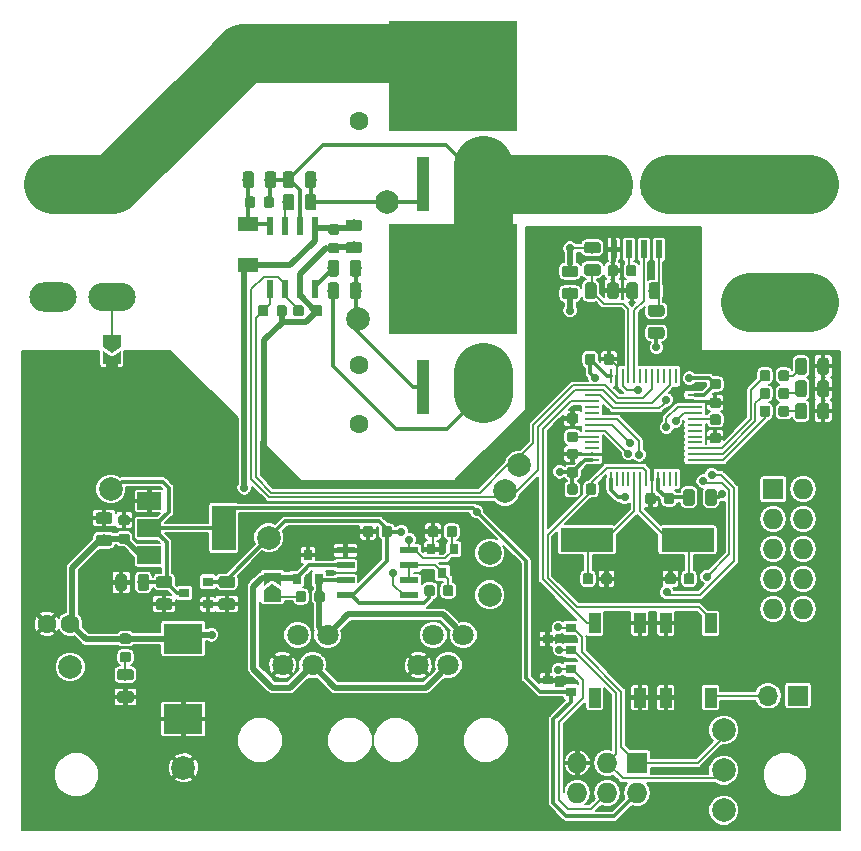
<source format=gtl>
G04 #@! TF.GenerationSoftware,KiCad,Pcbnew,(5.0.2)-1*
G04 #@! TF.CreationDate,2019-05-12T17:51:48+02:00*
G04 #@! TF.ProjectId,MotorDriver,4d6f746f-7244-4726-9976-65722e6b6963,rev?*
G04 #@! TF.SameCoordinates,Original*
G04 #@! TF.FileFunction,Copper,L1,Top*
G04 #@! TF.FilePolarity,Positive*
%FSLAX46Y46*%
G04 Gerber Fmt 4.6, Leading zero omitted, Abs format (unit mm)*
G04 Created by KiCad (PCBNEW (5.0.2)-1) date 12.05.2019 17:51:48*
%MOMM*%
%LPD*%
G01*
G04 APERTURE LIST*
G04 #@! TA.AperFunction,SMDPad,CuDef*
%ADD10R,1.300000X0.250000*%
G04 #@! TD*
G04 #@! TA.AperFunction,SMDPad,CuDef*
%ADD11R,0.250000X1.300000*%
G04 #@! TD*
G04 #@! TA.AperFunction,ComponentPad*
%ADD12C,1.600000*%
G04 #@! TD*
G04 #@! TA.AperFunction,ComponentPad*
%ADD13O,4.000000X2.400000*%
G04 #@! TD*
G04 #@! TA.AperFunction,ComponentPad*
%ADD14O,4.000000X2.500000*%
G04 #@! TD*
G04 #@! TA.AperFunction,ComponentPad*
%ADD15C,1.800000*%
G04 #@! TD*
G04 #@! TA.AperFunction,SMDPad,CuDef*
%ADD16R,4.500000X2.000000*%
G04 #@! TD*
G04 #@! TA.AperFunction,ComponentPad*
%ADD17O,1.727200X1.727200*%
G04 #@! TD*
G04 #@! TA.AperFunction,ComponentPad*
%ADD18R,1.727200X1.727200*%
G04 #@! TD*
G04 #@! TA.AperFunction,ComponentPad*
%ADD19C,2.000000*%
G04 #@! TD*
G04 #@! TA.AperFunction,SMDPad,CuDef*
%ADD20C,0.300000*%
G04 #@! TD*
G04 #@! TA.AperFunction,Conductor*
%ADD21C,0.100000*%
G04 #@! TD*
G04 #@! TA.AperFunction,SMDPad,CuDef*
%ADD22C,0.875000*%
G04 #@! TD*
G04 #@! TA.AperFunction,SMDPad,CuDef*
%ADD23C,0.975000*%
G04 #@! TD*
G04 #@! TA.AperFunction,SMDPad,CuDef*
%ADD24R,1.000000X1.700000*%
G04 #@! TD*
G04 #@! TA.AperFunction,ComponentPad*
%ADD25O,1.700000X1.700000*%
G04 #@! TD*
G04 #@! TA.AperFunction,ComponentPad*
%ADD26R,1.700000X1.700000*%
G04 #@! TD*
G04 #@! TA.AperFunction,SMDPad,CuDef*
%ADD27R,1.700000X1.300000*%
G04 #@! TD*
G04 #@! TA.AperFunction,SMDPad,CuDef*
%ADD28R,3.300000X2.500000*%
G04 #@! TD*
G04 #@! TA.AperFunction,SMDPad,CuDef*
%ADD29R,0.600000X1.550000*%
G04 #@! TD*
G04 #@! TA.AperFunction,SMDPad,CuDef*
%ADD30R,1.550000X0.600000*%
G04 #@! TD*
G04 #@! TA.AperFunction,SMDPad,CuDef*
%ADD31R,2.000000X3.800000*%
G04 #@! TD*
G04 #@! TA.AperFunction,SMDPad,CuDef*
%ADD32R,2.000000X1.500000*%
G04 #@! TD*
G04 #@! TA.AperFunction,SMDPad,CuDef*
%ADD33R,0.800000X0.900000*%
G04 #@! TD*
G04 #@! TA.AperFunction,SMDPad,CuDef*
%ADD34R,0.900000X0.800000*%
G04 #@! TD*
G04 #@! TA.AperFunction,SMDPad,CuDef*
%ADD35R,10.800000X9.400000*%
G04 #@! TD*
G04 #@! TA.AperFunction,SMDPad,CuDef*
%ADD36R,1.100000X4.600000*%
G04 #@! TD*
G04 #@! TA.AperFunction,ViaPad*
%ADD37C,0.700000*%
G04 #@! TD*
G04 #@! TA.AperFunction,Conductor*
%ADD38C,5.000000*%
G04 #@! TD*
G04 #@! TA.AperFunction,Conductor*
%ADD39C,0.200000*%
G04 #@! TD*
G04 #@! TA.AperFunction,Conductor*
%ADD40C,0.500000*%
G04 #@! TD*
G04 #@! TA.AperFunction,Conductor*
%ADD41C,0.300000*%
G04 #@! TD*
G04 #@! TA.AperFunction,Conductor*
%ADD42C,1.000000*%
G04 #@! TD*
G04 APERTURE END LIST*
D10*
G04 #@! TO.P,U4,48*
G04 #@! TO.N,+3V3*
X148650000Y-108850000D03*
G04 #@! TO.P,U4,47*
G04 #@! TO.N,GND*
X148650000Y-108350000D03*
G04 #@! TO.P,U4,46*
G04 #@! TO.N,Net-(U4-Pad46)*
X148650000Y-107850000D03*
G04 #@! TO.P,U4,45*
G04 #@! TO.N,Net-(U4-Pad45)*
X148650000Y-107350000D03*
G04 #@! TO.P,U4,44*
G04 #@! TO.N,Net-(R14-Pad1)*
X148650000Y-106850000D03*
G04 #@! TO.P,U4,43*
G04 #@! TO.N,/ENCA*
X148650000Y-106350000D03*
G04 #@! TO.P,U4,42*
G04 #@! TO.N,/ENCB*
X148650000Y-105850000D03*
G04 #@! TO.P,U4,41*
G04 #@! TO.N,/ENCI*
X148650000Y-105350000D03*
G04 #@! TO.P,U4,40*
G04 #@! TO.N,Net-(U4-Pad40)*
X148650000Y-104850000D03*
G04 #@! TO.P,U4,39*
G04 #@! TO.N,Net-(U4-Pad39)*
X148650000Y-104350000D03*
G04 #@! TO.P,U4,38*
G04 #@! TO.N,Net-(SW3-Pad1)*
X148650000Y-103850000D03*
G04 #@! TO.P,U4,37*
G04 #@! TO.N,/SWCLK*
X148650000Y-103350000D03*
D11*
G04 #@! TO.P,U4,36*
G04 #@! TO.N,+3V3*
X150250000Y-101750000D03*
G04 #@! TO.P,U4,35*
G04 #@! TO.N,GND*
X150750000Y-101750000D03*
G04 #@! TO.P,U4,34*
G04 #@! TO.N,/SWDIO*
X151250000Y-101750000D03*
G04 #@! TO.P,U4,33*
G04 #@! TO.N,/ADC_VIN*
X151750000Y-101750000D03*
G04 #@! TO.P,U4,32*
G04 #@! TO.N,/ADC_I*
X152250000Y-101750000D03*
G04 #@! TO.P,U4,31*
G04 #@! TO.N,Net-(U4-Pad31)*
X152750000Y-101750000D03*
G04 #@! TO.P,U4,30*
G04 #@! TO.N,Net-(U4-Pad30)*
X153250000Y-101750000D03*
G04 #@! TO.P,U4,29*
G04 #@! TO.N,/HIN*
X153750000Y-101750000D03*
G04 #@! TO.P,U4,28*
G04 #@! TO.N,Net-(U4-Pad28)*
X154250000Y-101750000D03*
G04 #@! TO.P,U4,27*
G04 #@! TO.N,Net-(U4-Pad27)*
X154750000Y-101750000D03*
G04 #@! TO.P,U4,26*
G04 #@! TO.N,/LIN*
X155250000Y-101750000D03*
G04 #@! TO.P,U4,25*
G04 #@! TO.N,Net-(U4-Pad25)*
X155750000Y-101750000D03*
D10*
G04 #@! TO.P,U4,24*
G04 #@! TO.N,+3V3*
X157350000Y-103350000D03*
G04 #@! TO.P,U4,23*
G04 #@! TO.N,GND*
X157350000Y-103850000D03*
G04 #@! TO.P,U4,22*
G04 #@! TO.N,/RX*
X157350000Y-104350000D03*
G04 #@! TO.P,U4,21*
G04 #@! TO.N,/TX*
X157350000Y-104850000D03*
G04 #@! TO.P,U4,20*
G04 #@! TO.N,Net-(R17-Pad1)*
X157350000Y-105350000D03*
G04 #@! TO.P,U4,19*
G04 #@! TO.N,Net-(U4-Pad19)*
X157350000Y-105850000D03*
G04 #@! TO.P,U4,18*
G04 #@! TO.N,Net-(U4-Pad18)*
X157350000Y-106350000D03*
G04 #@! TO.P,U4,17*
G04 #@! TO.N,Net-(U4-Pad17)*
X157350000Y-106850000D03*
G04 #@! TO.P,U4,16*
G04 #@! TO.N,Net-(U4-Pad16)*
X157350000Y-107350000D03*
G04 #@! TO.P,U4,15*
G04 #@! TO.N,/LED1*
X157350000Y-107850000D03*
G04 #@! TO.P,U4,14*
G04 #@! TO.N,/LED2*
X157350000Y-108350000D03*
G04 #@! TO.P,U4,13*
G04 #@! TO.N,/LED3*
X157350000Y-108850000D03*
D11*
G04 #@! TO.P,U4,12*
G04 #@! TO.N,Net-(U4-Pad12)*
X155750000Y-110450000D03*
G04 #@! TO.P,U4,11*
G04 #@! TO.N,Net-(U4-Pad11)*
X155250000Y-110450000D03*
G04 #@! TO.P,U4,10*
G04 #@! TO.N,Net-(U4-Pad10)*
X154750000Y-110450000D03*
G04 #@! TO.P,U4,9*
G04 #@! TO.N,+3.3VA*
X154250000Y-110450000D03*
G04 #@! TO.P,U4,8*
G04 #@! TO.N,GND*
X153750000Y-110450000D03*
G04 #@! TO.P,U4,7*
G04 #@! TO.N,/RST*
X153250000Y-110450000D03*
G04 #@! TO.P,U4,6*
G04 #@! TO.N,Net-(C11-Pad1)*
X152750000Y-110450000D03*
G04 #@! TO.P,U4,5*
G04 #@! TO.N,Net-(C10-Pad1)*
X152250000Y-110450000D03*
G04 #@! TO.P,U4,4*
G04 #@! TO.N,Net-(U4-Pad4)*
X151750000Y-110450000D03*
G04 #@! TO.P,U4,3*
G04 #@! TO.N,Net-(U4-Pad3)*
X151250000Y-110450000D03*
G04 #@! TO.P,U4,2*
G04 #@! TO.N,Net-(U4-Pad2)*
X150750000Y-110450000D03*
G04 #@! TO.P,U4,1*
G04 #@! TO.N,+3V3*
X150250000Y-110450000D03*
G04 #@! TD*
D12*
G04 #@! TO.P,C22,2*
G04 #@! TO.N,GND*
X102500000Y-122700000D03*
G04 #@! TO.P,C22,1*
G04 #@! TO.N,+12V*
X104500000Y-122700000D03*
G04 #@! TD*
G04 #@! TO.P,C7,2*
G04 #@! TO.N,Net-(C6-Pad2)*
X128900000Y-105800000D03*
G04 #@! TO.P,C7,1*
G04 #@! TO.N,Net-(C6-Pad1)*
X128900000Y-100800000D03*
G04 #@! TD*
G04 #@! TO.P,C6,2*
G04 #@! TO.N,Net-(C6-Pad2)*
X128900000Y-80100000D03*
G04 #@! TO.P,C6,1*
G04 #@! TO.N,Net-(C6-Pad1)*
X128900000Y-75100000D03*
G04 #@! TD*
D13*
G04 #@! TO.P,J2,1*
G04 #@! TO.N,/OUT*
X162000000Y-85000000D03*
D14*
X167000000Y-85000000D03*
G04 #@! TD*
D13*
G04 #@! TO.P,J3,1*
G04 #@! TO.N,Net-(C6-Pad2)*
X162000000Y-95000000D03*
D14*
X167000000Y-95000000D03*
G04 #@! TD*
D13*
G04 #@! TO.P,J1,1*
G04 #@! TO.N,Net-(C6-Pad1)*
X108000000Y-85000000D03*
D14*
X103000000Y-85000000D03*
G04 #@! TD*
D13*
G04 #@! TO.P,J4,1*
G04 #@! TO.N,Net-(C6-Pad2)*
X108000000Y-95000000D03*
D14*
X103000000Y-95000000D03*
G04 #@! TD*
D15*
G04 #@! TO.P,J7,1*
G04 #@! TO.N,GND*
X122460000Y-126200000D03*
G04 #@! TO.P,J7,2*
G04 #@! TO.N,+12V*
X123730000Y-123660000D03*
G04 #@! TO.P,J7,4*
G04 #@! TO.N,/B*
X126270000Y-123660000D03*
G04 #@! TO.P,J7,3*
G04 #@! TO.N,/A*
X125000000Y-126200000D03*
G04 #@! TD*
G04 #@! TO.P,J8,1*
G04 #@! TO.N,GND*
X133960000Y-126200000D03*
G04 #@! TO.P,J8,2*
G04 #@! TO.N,+12V*
X135230000Y-123660000D03*
G04 #@! TO.P,J8,4*
G04 #@! TO.N,/B*
X137770000Y-123660000D03*
G04 #@! TO.P,J8,3*
G04 #@! TO.N,/A*
X136500000Y-126200000D03*
G04 #@! TD*
D16*
G04 #@! TO.P,Y1,1*
G04 #@! TO.N,Net-(C10-Pad1)*
X148250000Y-115600000D03*
G04 #@! TO.P,Y1,2*
G04 #@! TO.N,Net-(C11-Pad1)*
X156750000Y-115600000D03*
G04 #@! TD*
D17*
G04 #@! TO.P,J6,6*
G04 #@! TO.N,Net-(J6-Pad6)*
X147420000Y-137040000D03*
G04 #@! TO.P,J6,5*
G04 #@! TO.N,GND*
X147420000Y-134500000D03*
G04 #@! TO.P,J6,4*
G04 #@! TO.N,/ENCI*
X149960000Y-137040000D03*
G04 #@! TO.P,J6,3*
G04 #@! TO.N,/ENCA*
X149960000Y-134500000D03*
G04 #@! TO.P,J6,2*
G04 #@! TO.N,+5V*
X152500000Y-137040000D03*
D18*
G04 #@! TO.P,J6,1*
G04 #@! TO.N,/ENCB*
X152500000Y-134500000D03*
G04 #@! TD*
D19*
G04 #@! TO.P,TP15,1*
G04 #@! TO.N,GND*
X114060000Y-134900000D03*
G04 #@! TD*
G04 #@! TO.P,TP8,1*
G04 #@! TO.N,/ENCB*
X159800000Y-131700000D03*
G04 #@! TD*
G04 #@! TO.P,TP1,1*
G04 #@! TO.N,/HIN*
X142500000Y-109300000D03*
G04 #@! TD*
G04 #@! TO.P,TP4,1*
G04 #@! TO.N,/LG*
X128825000Y-96875000D03*
G04 #@! TD*
G04 #@! TO.P,TP7,1*
G04 #@! TO.N,/ENCI*
X159800000Y-138500000D03*
G04 #@! TD*
G04 #@! TO.P,TP9,1*
G04 #@! TO.N,/ENCA*
X159800000Y-135100000D03*
G04 #@! TD*
G04 #@! TO.P,TP10,1*
G04 #@! TO.N,+12V*
X104500000Y-126350000D03*
G04 #@! TD*
G04 #@! TO.P,TP11,1*
G04 #@! TO.N,/B*
X140000000Y-116700000D03*
G04 #@! TD*
G04 #@! TO.P,TP13,1*
G04 #@! TO.N,+5V*
X107900000Y-111300000D03*
G04 #@! TD*
G04 #@! TO.P,TP14,1*
G04 #@! TO.N,+3V3*
X121300000Y-115400000D03*
G04 #@! TD*
G04 #@! TO.P,TP12,1*
G04 #@! TO.N,/A*
X140000000Y-120250000D03*
G04 #@! TD*
G04 #@! TO.P,TP5,1*
G04 #@! TO.N,/HG*
X131300000Y-87000000D03*
G04 #@! TD*
G04 #@! TO.P,TP2,1*
G04 #@! TO.N,/LIN*
X141300000Y-111500000D03*
G04 #@! TD*
D18*
G04 #@! TO.P,J5,1*
G04 #@! TO.N,Net-(J5-Pad1)*
X164000000Y-111300000D03*
D17*
G04 #@! TO.P,J5,2*
G04 #@! TO.N,/2*
X166540000Y-111300000D03*
G04 #@! TO.P,J5,3*
G04 #@! TO.N,Net-(J5-Pad3)*
X164000000Y-113840000D03*
G04 #@! TO.P,J5,4*
G04 #@! TO.N,/4*
X166540000Y-113840000D03*
G04 #@! TO.P,J5,5*
G04 #@! TO.N,Net-(J5-Pad5)*
X164000000Y-116380000D03*
G04 #@! TO.P,J5,6*
G04 #@! TO.N,/6*
X166540000Y-116380000D03*
G04 #@! TO.P,J5,7*
G04 #@! TO.N,Net-(J5-Pad7)*
X164000000Y-118920000D03*
G04 #@! TO.P,J5,8*
G04 #@! TO.N,Net-(J5-Pad8)*
X166540000Y-118920000D03*
G04 #@! TO.P,J5,9*
G04 #@! TO.N,Net-(J5-Pad9)*
X164000000Y-121460000D03*
G04 #@! TO.P,J5,10*
G04 #@! TO.N,+5V*
X166540000Y-121460000D03*
G04 #@! TD*
D20*
G04 #@! TO.P,JP2,2*
G04 #@! TO.N,GND*
X108000000Y-100225000D03*
D21*
G04 #@! TD*
G04 #@! TO.N,GND*
G04 #@! TO.C,JP2*
G36*
X107250000Y-100725000D02*
X107250000Y-99575000D01*
X108000000Y-100075000D01*
X108750000Y-99575000D01*
X108750000Y-100725000D01*
X107250000Y-100725000D01*
X107250000Y-100725000D01*
G37*
D20*
G04 #@! TO.P,JP2,1*
G04 #@! TO.N,Net-(C6-Pad2)*
X108000000Y-98775000D03*
D21*
G04 #@! TD*
G04 #@! TO.N,Net-(C6-Pad2)*
G04 #@! TO.C,JP2*
G36*
X108000000Y-99775000D02*
X107250000Y-99275000D01*
X107250000Y-98275000D01*
X108750000Y-98275000D01*
X108750000Y-99275000D01*
X108000000Y-99775000D01*
X108000000Y-99775000D01*
G37*
G04 #@! TO.N,GND*
G04 #@! TO.C,R5*
G36*
X122627691Y-95726053D02*
X122648926Y-95729203D01*
X122669750Y-95734419D01*
X122689962Y-95741651D01*
X122709368Y-95750830D01*
X122727781Y-95761866D01*
X122745024Y-95774654D01*
X122760930Y-95789070D01*
X122775346Y-95804976D01*
X122788134Y-95822219D01*
X122799170Y-95840632D01*
X122808349Y-95860038D01*
X122815581Y-95880250D01*
X122820797Y-95901074D01*
X122823947Y-95922309D01*
X122825000Y-95943750D01*
X122825000Y-96456250D01*
X122823947Y-96477691D01*
X122820797Y-96498926D01*
X122815581Y-96519750D01*
X122808349Y-96539962D01*
X122799170Y-96559368D01*
X122788134Y-96577781D01*
X122775346Y-96595024D01*
X122760930Y-96610930D01*
X122745024Y-96625346D01*
X122727781Y-96638134D01*
X122709368Y-96649170D01*
X122689962Y-96658349D01*
X122669750Y-96665581D01*
X122648926Y-96670797D01*
X122627691Y-96673947D01*
X122606250Y-96675000D01*
X122168750Y-96675000D01*
X122147309Y-96673947D01*
X122126074Y-96670797D01*
X122105250Y-96665581D01*
X122085038Y-96658349D01*
X122065632Y-96649170D01*
X122047219Y-96638134D01*
X122029976Y-96625346D01*
X122014070Y-96610930D01*
X121999654Y-96595024D01*
X121986866Y-96577781D01*
X121975830Y-96559368D01*
X121966651Y-96539962D01*
X121959419Y-96519750D01*
X121954203Y-96498926D01*
X121951053Y-96477691D01*
X121950000Y-96456250D01*
X121950000Y-95943750D01*
X121951053Y-95922309D01*
X121954203Y-95901074D01*
X121959419Y-95880250D01*
X121966651Y-95860038D01*
X121975830Y-95840632D01*
X121986866Y-95822219D01*
X121999654Y-95804976D01*
X122014070Y-95789070D01*
X122029976Y-95774654D01*
X122047219Y-95761866D01*
X122065632Y-95750830D01*
X122085038Y-95741651D01*
X122105250Y-95734419D01*
X122126074Y-95729203D01*
X122147309Y-95726053D01*
X122168750Y-95725000D01*
X122606250Y-95725000D01*
X122627691Y-95726053D01*
X122627691Y-95726053D01*
G37*
D22*
G04 #@! TD*
G04 #@! TO.P,R5,2*
G04 #@! TO.N,GND*
X122387500Y-96200000D03*
D21*
G04 #@! TO.N,/HIN*
G04 #@! TO.C,R5*
G36*
X121052691Y-95726053D02*
X121073926Y-95729203D01*
X121094750Y-95734419D01*
X121114962Y-95741651D01*
X121134368Y-95750830D01*
X121152781Y-95761866D01*
X121170024Y-95774654D01*
X121185930Y-95789070D01*
X121200346Y-95804976D01*
X121213134Y-95822219D01*
X121224170Y-95840632D01*
X121233349Y-95860038D01*
X121240581Y-95880250D01*
X121245797Y-95901074D01*
X121248947Y-95922309D01*
X121250000Y-95943750D01*
X121250000Y-96456250D01*
X121248947Y-96477691D01*
X121245797Y-96498926D01*
X121240581Y-96519750D01*
X121233349Y-96539962D01*
X121224170Y-96559368D01*
X121213134Y-96577781D01*
X121200346Y-96595024D01*
X121185930Y-96610930D01*
X121170024Y-96625346D01*
X121152781Y-96638134D01*
X121134368Y-96649170D01*
X121114962Y-96658349D01*
X121094750Y-96665581D01*
X121073926Y-96670797D01*
X121052691Y-96673947D01*
X121031250Y-96675000D01*
X120593750Y-96675000D01*
X120572309Y-96673947D01*
X120551074Y-96670797D01*
X120530250Y-96665581D01*
X120510038Y-96658349D01*
X120490632Y-96649170D01*
X120472219Y-96638134D01*
X120454976Y-96625346D01*
X120439070Y-96610930D01*
X120424654Y-96595024D01*
X120411866Y-96577781D01*
X120400830Y-96559368D01*
X120391651Y-96539962D01*
X120384419Y-96519750D01*
X120379203Y-96498926D01*
X120376053Y-96477691D01*
X120375000Y-96456250D01*
X120375000Y-95943750D01*
X120376053Y-95922309D01*
X120379203Y-95901074D01*
X120384419Y-95880250D01*
X120391651Y-95860038D01*
X120400830Y-95840632D01*
X120411866Y-95822219D01*
X120424654Y-95804976D01*
X120439070Y-95789070D01*
X120454976Y-95774654D01*
X120472219Y-95761866D01*
X120490632Y-95750830D01*
X120510038Y-95741651D01*
X120530250Y-95734419D01*
X120551074Y-95729203D01*
X120572309Y-95726053D01*
X120593750Y-95725000D01*
X121031250Y-95725000D01*
X121052691Y-95726053D01*
X121052691Y-95726053D01*
G37*
D22*
G04 #@! TD*
G04 #@! TO.P,R5,1*
G04 #@! TO.N,/HIN*
X120812500Y-96200000D03*
D21*
G04 #@! TO.N,GND*
G04 #@! TO.C,C10*
G36*
X150127691Y-118426053D02*
X150148926Y-118429203D01*
X150169750Y-118434419D01*
X150189962Y-118441651D01*
X150209368Y-118450830D01*
X150227781Y-118461866D01*
X150245024Y-118474654D01*
X150260930Y-118489070D01*
X150275346Y-118504976D01*
X150288134Y-118522219D01*
X150299170Y-118540632D01*
X150308349Y-118560038D01*
X150315581Y-118580250D01*
X150320797Y-118601074D01*
X150323947Y-118622309D01*
X150325000Y-118643750D01*
X150325000Y-119156250D01*
X150323947Y-119177691D01*
X150320797Y-119198926D01*
X150315581Y-119219750D01*
X150308349Y-119239962D01*
X150299170Y-119259368D01*
X150288134Y-119277781D01*
X150275346Y-119295024D01*
X150260930Y-119310930D01*
X150245024Y-119325346D01*
X150227781Y-119338134D01*
X150209368Y-119349170D01*
X150189962Y-119358349D01*
X150169750Y-119365581D01*
X150148926Y-119370797D01*
X150127691Y-119373947D01*
X150106250Y-119375000D01*
X149668750Y-119375000D01*
X149647309Y-119373947D01*
X149626074Y-119370797D01*
X149605250Y-119365581D01*
X149585038Y-119358349D01*
X149565632Y-119349170D01*
X149547219Y-119338134D01*
X149529976Y-119325346D01*
X149514070Y-119310930D01*
X149499654Y-119295024D01*
X149486866Y-119277781D01*
X149475830Y-119259368D01*
X149466651Y-119239962D01*
X149459419Y-119219750D01*
X149454203Y-119198926D01*
X149451053Y-119177691D01*
X149450000Y-119156250D01*
X149450000Y-118643750D01*
X149451053Y-118622309D01*
X149454203Y-118601074D01*
X149459419Y-118580250D01*
X149466651Y-118560038D01*
X149475830Y-118540632D01*
X149486866Y-118522219D01*
X149499654Y-118504976D01*
X149514070Y-118489070D01*
X149529976Y-118474654D01*
X149547219Y-118461866D01*
X149565632Y-118450830D01*
X149585038Y-118441651D01*
X149605250Y-118434419D01*
X149626074Y-118429203D01*
X149647309Y-118426053D01*
X149668750Y-118425000D01*
X150106250Y-118425000D01*
X150127691Y-118426053D01*
X150127691Y-118426053D01*
G37*
D22*
G04 #@! TD*
G04 #@! TO.P,C10,2*
G04 #@! TO.N,GND*
X149887500Y-118900000D03*
D21*
G04 #@! TO.N,Net-(C10-Pad1)*
G04 #@! TO.C,C10*
G36*
X148552691Y-118426053D02*
X148573926Y-118429203D01*
X148594750Y-118434419D01*
X148614962Y-118441651D01*
X148634368Y-118450830D01*
X148652781Y-118461866D01*
X148670024Y-118474654D01*
X148685930Y-118489070D01*
X148700346Y-118504976D01*
X148713134Y-118522219D01*
X148724170Y-118540632D01*
X148733349Y-118560038D01*
X148740581Y-118580250D01*
X148745797Y-118601074D01*
X148748947Y-118622309D01*
X148750000Y-118643750D01*
X148750000Y-119156250D01*
X148748947Y-119177691D01*
X148745797Y-119198926D01*
X148740581Y-119219750D01*
X148733349Y-119239962D01*
X148724170Y-119259368D01*
X148713134Y-119277781D01*
X148700346Y-119295024D01*
X148685930Y-119310930D01*
X148670024Y-119325346D01*
X148652781Y-119338134D01*
X148634368Y-119349170D01*
X148614962Y-119358349D01*
X148594750Y-119365581D01*
X148573926Y-119370797D01*
X148552691Y-119373947D01*
X148531250Y-119375000D01*
X148093750Y-119375000D01*
X148072309Y-119373947D01*
X148051074Y-119370797D01*
X148030250Y-119365581D01*
X148010038Y-119358349D01*
X147990632Y-119349170D01*
X147972219Y-119338134D01*
X147954976Y-119325346D01*
X147939070Y-119310930D01*
X147924654Y-119295024D01*
X147911866Y-119277781D01*
X147900830Y-119259368D01*
X147891651Y-119239962D01*
X147884419Y-119219750D01*
X147879203Y-119198926D01*
X147876053Y-119177691D01*
X147875000Y-119156250D01*
X147875000Y-118643750D01*
X147876053Y-118622309D01*
X147879203Y-118601074D01*
X147884419Y-118580250D01*
X147891651Y-118560038D01*
X147900830Y-118540632D01*
X147911866Y-118522219D01*
X147924654Y-118504976D01*
X147939070Y-118489070D01*
X147954976Y-118474654D01*
X147972219Y-118461866D01*
X147990632Y-118450830D01*
X148010038Y-118441651D01*
X148030250Y-118434419D01*
X148051074Y-118429203D01*
X148072309Y-118426053D01*
X148093750Y-118425000D01*
X148531250Y-118425000D01*
X148552691Y-118426053D01*
X148552691Y-118426053D01*
G37*
D22*
G04 #@! TD*
G04 #@! TO.P,C10,1*
G04 #@! TO.N,Net-(C10-Pad1)*
X148312500Y-118900000D03*
D21*
G04 #@! TO.N,/LED3*
G04 #@! TO.C,R13*
G36*
X163552691Y-104226053D02*
X163573926Y-104229203D01*
X163594750Y-104234419D01*
X163614962Y-104241651D01*
X163634368Y-104250830D01*
X163652781Y-104261866D01*
X163670024Y-104274654D01*
X163685930Y-104289070D01*
X163700346Y-104304976D01*
X163713134Y-104322219D01*
X163724170Y-104340632D01*
X163733349Y-104360038D01*
X163740581Y-104380250D01*
X163745797Y-104401074D01*
X163748947Y-104422309D01*
X163750000Y-104443750D01*
X163750000Y-104956250D01*
X163748947Y-104977691D01*
X163745797Y-104998926D01*
X163740581Y-105019750D01*
X163733349Y-105039962D01*
X163724170Y-105059368D01*
X163713134Y-105077781D01*
X163700346Y-105095024D01*
X163685930Y-105110930D01*
X163670024Y-105125346D01*
X163652781Y-105138134D01*
X163634368Y-105149170D01*
X163614962Y-105158349D01*
X163594750Y-105165581D01*
X163573926Y-105170797D01*
X163552691Y-105173947D01*
X163531250Y-105175000D01*
X163093750Y-105175000D01*
X163072309Y-105173947D01*
X163051074Y-105170797D01*
X163030250Y-105165581D01*
X163010038Y-105158349D01*
X162990632Y-105149170D01*
X162972219Y-105138134D01*
X162954976Y-105125346D01*
X162939070Y-105110930D01*
X162924654Y-105095024D01*
X162911866Y-105077781D01*
X162900830Y-105059368D01*
X162891651Y-105039962D01*
X162884419Y-105019750D01*
X162879203Y-104998926D01*
X162876053Y-104977691D01*
X162875000Y-104956250D01*
X162875000Y-104443750D01*
X162876053Y-104422309D01*
X162879203Y-104401074D01*
X162884419Y-104380250D01*
X162891651Y-104360038D01*
X162900830Y-104340632D01*
X162911866Y-104322219D01*
X162924654Y-104304976D01*
X162939070Y-104289070D01*
X162954976Y-104274654D01*
X162972219Y-104261866D01*
X162990632Y-104250830D01*
X163010038Y-104241651D01*
X163030250Y-104234419D01*
X163051074Y-104229203D01*
X163072309Y-104226053D01*
X163093750Y-104225000D01*
X163531250Y-104225000D01*
X163552691Y-104226053D01*
X163552691Y-104226053D01*
G37*
D22*
G04 #@! TD*
G04 #@! TO.P,R13,2*
G04 #@! TO.N,/LED3*
X163312500Y-104700000D03*
D21*
G04 #@! TO.N,Net-(D7-Pad2)*
G04 #@! TO.C,R13*
G36*
X165127691Y-104226053D02*
X165148926Y-104229203D01*
X165169750Y-104234419D01*
X165189962Y-104241651D01*
X165209368Y-104250830D01*
X165227781Y-104261866D01*
X165245024Y-104274654D01*
X165260930Y-104289070D01*
X165275346Y-104304976D01*
X165288134Y-104322219D01*
X165299170Y-104340632D01*
X165308349Y-104360038D01*
X165315581Y-104380250D01*
X165320797Y-104401074D01*
X165323947Y-104422309D01*
X165325000Y-104443750D01*
X165325000Y-104956250D01*
X165323947Y-104977691D01*
X165320797Y-104998926D01*
X165315581Y-105019750D01*
X165308349Y-105039962D01*
X165299170Y-105059368D01*
X165288134Y-105077781D01*
X165275346Y-105095024D01*
X165260930Y-105110930D01*
X165245024Y-105125346D01*
X165227781Y-105138134D01*
X165209368Y-105149170D01*
X165189962Y-105158349D01*
X165169750Y-105165581D01*
X165148926Y-105170797D01*
X165127691Y-105173947D01*
X165106250Y-105175000D01*
X164668750Y-105175000D01*
X164647309Y-105173947D01*
X164626074Y-105170797D01*
X164605250Y-105165581D01*
X164585038Y-105158349D01*
X164565632Y-105149170D01*
X164547219Y-105138134D01*
X164529976Y-105125346D01*
X164514070Y-105110930D01*
X164499654Y-105095024D01*
X164486866Y-105077781D01*
X164475830Y-105059368D01*
X164466651Y-105039962D01*
X164459419Y-105019750D01*
X164454203Y-104998926D01*
X164451053Y-104977691D01*
X164450000Y-104956250D01*
X164450000Y-104443750D01*
X164451053Y-104422309D01*
X164454203Y-104401074D01*
X164459419Y-104380250D01*
X164466651Y-104360038D01*
X164475830Y-104340632D01*
X164486866Y-104322219D01*
X164499654Y-104304976D01*
X164514070Y-104289070D01*
X164529976Y-104274654D01*
X164547219Y-104261866D01*
X164565632Y-104250830D01*
X164585038Y-104241651D01*
X164605250Y-104234419D01*
X164626074Y-104229203D01*
X164647309Y-104226053D01*
X164668750Y-104225000D01*
X165106250Y-104225000D01*
X165127691Y-104226053D01*
X165127691Y-104226053D01*
G37*
D22*
G04 #@! TD*
G04 #@! TO.P,R13,1*
G04 #@! TO.N,Net-(D7-Pad2)*
X164887500Y-104700000D03*
D21*
G04 #@! TO.N,GND*
G04 #@! TO.C,C21*
G36*
X153852691Y-111626053D02*
X153873926Y-111629203D01*
X153894750Y-111634419D01*
X153914962Y-111641651D01*
X153934368Y-111650830D01*
X153952781Y-111661866D01*
X153970024Y-111674654D01*
X153985930Y-111689070D01*
X154000346Y-111704976D01*
X154013134Y-111722219D01*
X154024170Y-111740632D01*
X154033349Y-111760038D01*
X154040581Y-111780250D01*
X154045797Y-111801074D01*
X154048947Y-111822309D01*
X154050000Y-111843750D01*
X154050000Y-112356250D01*
X154048947Y-112377691D01*
X154045797Y-112398926D01*
X154040581Y-112419750D01*
X154033349Y-112439962D01*
X154024170Y-112459368D01*
X154013134Y-112477781D01*
X154000346Y-112495024D01*
X153985930Y-112510930D01*
X153970024Y-112525346D01*
X153952781Y-112538134D01*
X153934368Y-112549170D01*
X153914962Y-112558349D01*
X153894750Y-112565581D01*
X153873926Y-112570797D01*
X153852691Y-112573947D01*
X153831250Y-112575000D01*
X153393750Y-112575000D01*
X153372309Y-112573947D01*
X153351074Y-112570797D01*
X153330250Y-112565581D01*
X153310038Y-112558349D01*
X153290632Y-112549170D01*
X153272219Y-112538134D01*
X153254976Y-112525346D01*
X153239070Y-112510930D01*
X153224654Y-112495024D01*
X153211866Y-112477781D01*
X153200830Y-112459368D01*
X153191651Y-112439962D01*
X153184419Y-112419750D01*
X153179203Y-112398926D01*
X153176053Y-112377691D01*
X153175000Y-112356250D01*
X153175000Y-111843750D01*
X153176053Y-111822309D01*
X153179203Y-111801074D01*
X153184419Y-111780250D01*
X153191651Y-111760038D01*
X153200830Y-111740632D01*
X153211866Y-111722219D01*
X153224654Y-111704976D01*
X153239070Y-111689070D01*
X153254976Y-111674654D01*
X153272219Y-111661866D01*
X153290632Y-111650830D01*
X153310038Y-111641651D01*
X153330250Y-111634419D01*
X153351074Y-111629203D01*
X153372309Y-111626053D01*
X153393750Y-111625000D01*
X153831250Y-111625000D01*
X153852691Y-111626053D01*
X153852691Y-111626053D01*
G37*
D22*
G04 #@! TD*
G04 #@! TO.P,C21,2*
G04 #@! TO.N,GND*
X153612500Y-112100000D03*
D21*
G04 #@! TO.N,+3.3VA*
G04 #@! TO.C,C21*
G36*
X155427691Y-111626053D02*
X155448926Y-111629203D01*
X155469750Y-111634419D01*
X155489962Y-111641651D01*
X155509368Y-111650830D01*
X155527781Y-111661866D01*
X155545024Y-111674654D01*
X155560930Y-111689070D01*
X155575346Y-111704976D01*
X155588134Y-111722219D01*
X155599170Y-111740632D01*
X155608349Y-111760038D01*
X155615581Y-111780250D01*
X155620797Y-111801074D01*
X155623947Y-111822309D01*
X155625000Y-111843750D01*
X155625000Y-112356250D01*
X155623947Y-112377691D01*
X155620797Y-112398926D01*
X155615581Y-112419750D01*
X155608349Y-112439962D01*
X155599170Y-112459368D01*
X155588134Y-112477781D01*
X155575346Y-112495024D01*
X155560930Y-112510930D01*
X155545024Y-112525346D01*
X155527781Y-112538134D01*
X155509368Y-112549170D01*
X155489962Y-112558349D01*
X155469750Y-112565581D01*
X155448926Y-112570797D01*
X155427691Y-112573947D01*
X155406250Y-112575000D01*
X154968750Y-112575000D01*
X154947309Y-112573947D01*
X154926074Y-112570797D01*
X154905250Y-112565581D01*
X154885038Y-112558349D01*
X154865632Y-112549170D01*
X154847219Y-112538134D01*
X154829976Y-112525346D01*
X154814070Y-112510930D01*
X154799654Y-112495024D01*
X154786866Y-112477781D01*
X154775830Y-112459368D01*
X154766651Y-112439962D01*
X154759419Y-112419750D01*
X154754203Y-112398926D01*
X154751053Y-112377691D01*
X154750000Y-112356250D01*
X154750000Y-111843750D01*
X154751053Y-111822309D01*
X154754203Y-111801074D01*
X154759419Y-111780250D01*
X154766651Y-111760038D01*
X154775830Y-111740632D01*
X154786866Y-111722219D01*
X154799654Y-111704976D01*
X154814070Y-111689070D01*
X154829976Y-111674654D01*
X154847219Y-111661866D01*
X154865632Y-111650830D01*
X154885038Y-111641651D01*
X154905250Y-111634419D01*
X154926074Y-111629203D01*
X154947309Y-111626053D01*
X154968750Y-111625000D01*
X155406250Y-111625000D01*
X155427691Y-111626053D01*
X155427691Y-111626053D01*
G37*
D22*
G04 #@! TD*
G04 #@! TO.P,C21,1*
G04 #@! TO.N,+3.3VA*
X155187500Y-112100000D03*
D21*
G04 #@! TO.N,GND*
G04 #@! TO.C,C1*
G36*
X152330142Y-93801174D02*
X152353803Y-93804684D01*
X152377007Y-93810496D01*
X152399529Y-93818554D01*
X152421153Y-93828782D01*
X152441670Y-93841079D01*
X152460883Y-93855329D01*
X152478607Y-93871393D01*
X152494671Y-93889117D01*
X152508921Y-93908330D01*
X152521218Y-93928847D01*
X152531446Y-93950471D01*
X152539504Y-93972993D01*
X152545316Y-93996197D01*
X152548826Y-94019858D01*
X152550000Y-94043750D01*
X152550000Y-94956250D01*
X152548826Y-94980142D01*
X152545316Y-95003803D01*
X152539504Y-95027007D01*
X152531446Y-95049529D01*
X152521218Y-95071153D01*
X152508921Y-95091670D01*
X152494671Y-95110883D01*
X152478607Y-95128607D01*
X152460883Y-95144671D01*
X152441670Y-95158921D01*
X152421153Y-95171218D01*
X152399529Y-95181446D01*
X152377007Y-95189504D01*
X152353803Y-95195316D01*
X152330142Y-95198826D01*
X152306250Y-95200000D01*
X151818750Y-95200000D01*
X151794858Y-95198826D01*
X151771197Y-95195316D01*
X151747993Y-95189504D01*
X151725471Y-95181446D01*
X151703847Y-95171218D01*
X151683330Y-95158921D01*
X151664117Y-95144671D01*
X151646393Y-95128607D01*
X151630329Y-95110883D01*
X151616079Y-95091670D01*
X151603782Y-95071153D01*
X151593554Y-95049529D01*
X151585496Y-95027007D01*
X151579684Y-95003803D01*
X151576174Y-94980142D01*
X151575000Y-94956250D01*
X151575000Y-94043750D01*
X151576174Y-94019858D01*
X151579684Y-93996197D01*
X151585496Y-93972993D01*
X151593554Y-93950471D01*
X151603782Y-93928847D01*
X151616079Y-93908330D01*
X151630329Y-93889117D01*
X151646393Y-93871393D01*
X151664117Y-93855329D01*
X151683330Y-93841079D01*
X151703847Y-93828782D01*
X151725471Y-93818554D01*
X151747993Y-93810496D01*
X151771197Y-93804684D01*
X151794858Y-93801174D01*
X151818750Y-93800000D01*
X152306250Y-93800000D01*
X152330142Y-93801174D01*
X152330142Y-93801174D01*
G37*
D23*
G04 #@! TD*
G04 #@! TO.P,C1,2*
G04 #@! TO.N,GND*
X152062500Y-94500000D03*
D21*
G04 #@! TO.N,Net-(C1-Pad1)*
G04 #@! TO.C,C1*
G36*
X154205142Y-93801174D02*
X154228803Y-93804684D01*
X154252007Y-93810496D01*
X154274529Y-93818554D01*
X154296153Y-93828782D01*
X154316670Y-93841079D01*
X154335883Y-93855329D01*
X154353607Y-93871393D01*
X154369671Y-93889117D01*
X154383921Y-93908330D01*
X154396218Y-93928847D01*
X154406446Y-93950471D01*
X154414504Y-93972993D01*
X154420316Y-93996197D01*
X154423826Y-94019858D01*
X154425000Y-94043750D01*
X154425000Y-94956250D01*
X154423826Y-94980142D01*
X154420316Y-95003803D01*
X154414504Y-95027007D01*
X154406446Y-95049529D01*
X154396218Y-95071153D01*
X154383921Y-95091670D01*
X154369671Y-95110883D01*
X154353607Y-95128607D01*
X154335883Y-95144671D01*
X154316670Y-95158921D01*
X154296153Y-95171218D01*
X154274529Y-95181446D01*
X154252007Y-95189504D01*
X154228803Y-95195316D01*
X154205142Y-95198826D01*
X154181250Y-95200000D01*
X153693750Y-95200000D01*
X153669858Y-95198826D01*
X153646197Y-95195316D01*
X153622993Y-95189504D01*
X153600471Y-95181446D01*
X153578847Y-95171218D01*
X153558330Y-95158921D01*
X153539117Y-95144671D01*
X153521393Y-95128607D01*
X153505329Y-95110883D01*
X153491079Y-95091670D01*
X153478782Y-95071153D01*
X153468554Y-95049529D01*
X153460496Y-95027007D01*
X153454684Y-95003803D01*
X153451174Y-94980142D01*
X153450000Y-94956250D01*
X153450000Y-94043750D01*
X153451174Y-94019858D01*
X153454684Y-93996197D01*
X153460496Y-93972993D01*
X153468554Y-93950471D01*
X153478782Y-93928847D01*
X153491079Y-93908330D01*
X153505329Y-93889117D01*
X153521393Y-93871393D01*
X153539117Y-93855329D01*
X153558330Y-93841079D01*
X153578847Y-93828782D01*
X153600471Y-93818554D01*
X153622993Y-93810496D01*
X153646197Y-93804684D01*
X153669858Y-93801174D01*
X153693750Y-93800000D01*
X154181250Y-93800000D01*
X154205142Y-93801174D01*
X154205142Y-93801174D01*
G37*
D23*
G04 #@! TD*
G04 #@! TO.P,C1,1*
G04 #@! TO.N,Net-(C1-Pad1)*
X153937500Y-94500000D03*
D21*
G04 #@! TO.N,/VS*
G04 #@! TO.C,R2*
G36*
X123230142Y-84401174D02*
X123253803Y-84404684D01*
X123277007Y-84410496D01*
X123299529Y-84418554D01*
X123321153Y-84428782D01*
X123341670Y-84441079D01*
X123360883Y-84455329D01*
X123378607Y-84471393D01*
X123394671Y-84489117D01*
X123408921Y-84508330D01*
X123421218Y-84528847D01*
X123431446Y-84550471D01*
X123439504Y-84572993D01*
X123445316Y-84596197D01*
X123448826Y-84619858D01*
X123450000Y-84643750D01*
X123450000Y-85556250D01*
X123448826Y-85580142D01*
X123445316Y-85603803D01*
X123439504Y-85627007D01*
X123431446Y-85649529D01*
X123421218Y-85671153D01*
X123408921Y-85691670D01*
X123394671Y-85710883D01*
X123378607Y-85728607D01*
X123360883Y-85744671D01*
X123341670Y-85758921D01*
X123321153Y-85771218D01*
X123299529Y-85781446D01*
X123277007Y-85789504D01*
X123253803Y-85795316D01*
X123230142Y-85798826D01*
X123206250Y-85800000D01*
X122718750Y-85800000D01*
X122694858Y-85798826D01*
X122671197Y-85795316D01*
X122647993Y-85789504D01*
X122625471Y-85781446D01*
X122603847Y-85771218D01*
X122583330Y-85758921D01*
X122564117Y-85744671D01*
X122546393Y-85728607D01*
X122530329Y-85710883D01*
X122516079Y-85691670D01*
X122503782Y-85671153D01*
X122493554Y-85649529D01*
X122485496Y-85627007D01*
X122479684Y-85603803D01*
X122476174Y-85580142D01*
X122475000Y-85556250D01*
X122475000Y-84643750D01*
X122476174Y-84619858D01*
X122479684Y-84596197D01*
X122485496Y-84572993D01*
X122493554Y-84550471D01*
X122503782Y-84528847D01*
X122516079Y-84508330D01*
X122530329Y-84489117D01*
X122546393Y-84471393D01*
X122564117Y-84455329D01*
X122583330Y-84441079D01*
X122603847Y-84428782D01*
X122625471Y-84418554D01*
X122647993Y-84410496D01*
X122671197Y-84404684D01*
X122694858Y-84401174D01*
X122718750Y-84400000D01*
X123206250Y-84400000D01*
X123230142Y-84401174D01*
X123230142Y-84401174D01*
G37*
D23*
G04 #@! TD*
G04 #@! TO.P,R2,2*
G04 #@! TO.N,/VS*
X122962500Y-85100000D03*
D21*
G04 #@! TO.N,/HG*
G04 #@! TO.C,R2*
G36*
X125105142Y-84401174D02*
X125128803Y-84404684D01*
X125152007Y-84410496D01*
X125174529Y-84418554D01*
X125196153Y-84428782D01*
X125216670Y-84441079D01*
X125235883Y-84455329D01*
X125253607Y-84471393D01*
X125269671Y-84489117D01*
X125283921Y-84508330D01*
X125296218Y-84528847D01*
X125306446Y-84550471D01*
X125314504Y-84572993D01*
X125320316Y-84596197D01*
X125323826Y-84619858D01*
X125325000Y-84643750D01*
X125325000Y-85556250D01*
X125323826Y-85580142D01*
X125320316Y-85603803D01*
X125314504Y-85627007D01*
X125306446Y-85649529D01*
X125296218Y-85671153D01*
X125283921Y-85691670D01*
X125269671Y-85710883D01*
X125253607Y-85728607D01*
X125235883Y-85744671D01*
X125216670Y-85758921D01*
X125196153Y-85771218D01*
X125174529Y-85781446D01*
X125152007Y-85789504D01*
X125128803Y-85795316D01*
X125105142Y-85798826D01*
X125081250Y-85800000D01*
X124593750Y-85800000D01*
X124569858Y-85798826D01*
X124546197Y-85795316D01*
X124522993Y-85789504D01*
X124500471Y-85781446D01*
X124478847Y-85771218D01*
X124458330Y-85758921D01*
X124439117Y-85744671D01*
X124421393Y-85728607D01*
X124405329Y-85710883D01*
X124391079Y-85691670D01*
X124378782Y-85671153D01*
X124368554Y-85649529D01*
X124360496Y-85627007D01*
X124354684Y-85603803D01*
X124351174Y-85580142D01*
X124350000Y-85556250D01*
X124350000Y-84643750D01*
X124351174Y-84619858D01*
X124354684Y-84596197D01*
X124360496Y-84572993D01*
X124368554Y-84550471D01*
X124378782Y-84528847D01*
X124391079Y-84508330D01*
X124405329Y-84489117D01*
X124421393Y-84471393D01*
X124439117Y-84455329D01*
X124458330Y-84441079D01*
X124478847Y-84428782D01*
X124500471Y-84418554D01*
X124522993Y-84410496D01*
X124546197Y-84404684D01*
X124569858Y-84401174D01*
X124593750Y-84400000D01*
X125081250Y-84400000D01*
X125105142Y-84401174D01*
X125105142Y-84401174D01*
G37*
D23*
G04 #@! TD*
G04 #@! TO.P,R2,1*
G04 #@! TO.N,/HG*
X124837500Y-85100000D03*
D24*
G04 #@! TO.P,SW3,2*
G04 #@! TO.N,GND*
X152700000Y-122650000D03*
X152700000Y-128950000D03*
G04 #@! TO.P,SW3,1*
G04 #@! TO.N,Net-(SW3-Pad1)*
X148900000Y-122650000D03*
X148900000Y-128950000D03*
G04 #@! TD*
G04 #@! TO.P,SW1,2*
G04 #@! TO.N,/RST*
X158700000Y-122650000D03*
X158700000Y-128950000D03*
G04 #@! TO.P,SW1,1*
G04 #@! TO.N,GND*
X154900000Y-122650000D03*
X154900000Y-128950000D03*
G04 #@! TD*
D21*
G04 #@! TO.N,GND*
G04 #@! TO.C,C5*
G36*
X127077691Y-90451053D02*
X127098926Y-90454203D01*
X127119750Y-90459419D01*
X127139962Y-90466651D01*
X127159368Y-90475830D01*
X127177781Y-90486866D01*
X127195024Y-90499654D01*
X127210930Y-90514070D01*
X127225346Y-90529976D01*
X127238134Y-90547219D01*
X127249170Y-90565632D01*
X127258349Y-90585038D01*
X127265581Y-90605250D01*
X127270797Y-90626074D01*
X127273947Y-90647309D01*
X127275000Y-90668750D01*
X127275000Y-91106250D01*
X127273947Y-91127691D01*
X127270797Y-91148926D01*
X127265581Y-91169750D01*
X127258349Y-91189962D01*
X127249170Y-91209368D01*
X127238134Y-91227781D01*
X127225346Y-91245024D01*
X127210930Y-91260930D01*
X127195024Y-91275346D01*
X127177781Y-91288134D01*
X127159368Y-91299170D01*
X127139962Y-91308349D01*
X127119750Y-91315581D01*
X127098926Y-91320797D01*
X127077691Y-91323947D01*
X127056250Y-91325000D01*
X126543750Y-91325000D01*
X126522309Y-91323947D01*
X126501074Y-91320797D01*
X126480250Y-91315581D01*
X126460038Y-91308349D01*
X126440632Y-91299170D01*
X126422219Y-91288134D01*
X126404976Y-91275346D01*
X126389070Y-91260930D01*
X126374654Y-91245024D01*
X126361866Y-91227781D01*
X126350830Y-91209368D01*
X126341651Y-91189962D01*
X126334419Y-91169750D01*
X126329203Y-91148926D01*
X126326053Y-91127691D01*
X126325000Y-91106250D01*
X126325000Y-90668750D01*
X126326053Y-90647309D01*
X126329203Y-90626074D01*
X126334419Y-90605250D01*
X126341651Y-90585038D01*
X126350830Y-90565632D01*
X126361866Y-90547219D01*
X126374654Y-90529976D01*
X126389070Y-90514070D01*
X126404976Y-90499654D01*
X126422219Y-90486866D01*
X126440632Y-90475830D01*
X126460038Y-90466651D01*
X126480250Y-90459419D01*
X126501074Y-90454203D01*
X126522309Y-90451053D01*
X126543750Y-90450000D01*
X127056250Y-90450000D01*
X127077691Y-90451053D01*
X127077691Y-90451053D01*
G37*
D22*
G04 #@! TD*
G04 #@! TO.P,C5,2*
G04 #@! TO.N,GND*
X126800000Y-90887500D03*
D21*
G04 #@! TO.N,+12V*
G04 #@! TO.C,C5*
G36*
X127077691Y-88876053D02*
X127098926Y-88879203D01*
X127119750Y-88884419D01*
X127139962Y-88891651D01*
X127159368Y-88900830D01*
X127177781Y-88911866D01*
X127195024Y-88924654D01*
X127210930Y-88939070D01*
X127225346Y-88954976D01*
X127238134Y-88972219D01*
X127249170Y-88990632D01*
X127258349Y-89010038D01*
X127265581Y-89030250D01*
X127270797Y-89051074D01*
X127273947Y-89072309D01*
X127275000Y-89093750D01*
X127275000Y-89531250D01*
X127273947Y-89552691D01*
X127270797Y-89573926D01*
X127265581Y-89594750D01*
X127258349Y-89614962D01*
X127249170Y-89634368D01*
X127238134Y-89652781D01*
X127225346Y-89670024D01*
X127210930Y-89685930D01*
X127195024Y-89700346D01*
X127177781Y-89713134D01*
X127159368Y-89724170D01*
X127139962Y-89733349D01*
X127119750Y-89740581D01*
X127098926Y-89745797D01*
X127077691Y-89748947D01*
X127056250Y-89750000D01*
X126543750Y-89750000D01*
X126522309Y-89748947D01*
X126501074Y-89745797D01*
X126480250Y-89740581D01*
X126460038Y-89733349D01*
X126440632Y-89724170D01*
X126422219Y-89713134D01*
X126404976Y-89700346D01*
X126389070Y-89685930D01*
X126374654Y-89670024D01*
X126361866Y-89652781D01*
X126350830Y-89634368D01*
X126341651Y-89614962D01*
X126334419Y-89594750D01*
X126329203Y-89573926D01*
X126326053Y-89552691D01*
X126325000Y-89531250D01*
X126325000Y-89093750D01*
X126326053Y-89072309D01*
X126329203Y-89051074D01*
X126334419Y-89030250D01*
X126341651Y-89010038D01*
X126350830Y-88990632D01*
X126361866Y-88972219D01*
X126374654Y-88954976D01*
X126389070Y-88939070D01*
X126404976Y-88924654D01*
X126422219Y-88911866D01*
X126440632Y-88900830D01*
X126460038Y-88891651D01*
X126480250Y-88884419D01*
X126501074Y-88879203D01*
X126522309Y-88876053D01*
X126543750Y-88875000D01*
X127056250Y-88875000D01*
X127077691Y-88876053D01*
X127077691Y-88876053D01*
G37*
D22*
G04 #@! TD*
G04 #@! TO.P,C5,1*
G04 #@! TO.N,+12V*
X126800000Y-89312500D03*
D21*
G04 #@! TO.N,/VS*
G04 #@! TO.C,C3*
G36*
X121527691Y-86526053D02*
X121548926Y-86529203D01*
X121569750Y-86534419D01*
X121589962Y-86541651D01*
X121609368Y-86550830D01*
X121627781Y-86561866D01*
X121645024Y-86574654D01*
X121660930Y-86589070D01*
X121675346Y-86604976D01*
X121688134Y-86622219D01*
X121699170Y-86640632D01*
X121708349Y-86660038D01*
X121715581Y-86680250D01*
X121720797Y-86701074D01*
X121723947Y-86722309D01*
X121725000Y-86743750D01*
X121725000Y-87256250D01*
X121723947Y-87277691D01*
X121720797Y-87298926D01*
X121715581Y-87319750D01*
X121708349Y-87339962D01*
X121699170Y-87359368D01*
X121688134Y-87377781D01*
X121675346Y-87395024D01*
X121660930Y-87410930D01*
X121645024Y-87425346D01*
X121627781Y-87438134D01*
X121609368Y-87449170D01*
X121589962Y-87458349D01*
X121569750Y-87465581D01*
X121548926Y-87470797D01*
X121527691Y-87473947D01*
X121506250Y-87475000D01*
X121068750Y-87475000D01*
X121047309Y-87473947D01*
X121026074Y-87470797D01*
X121005250Y-87465581D01*
X120985038Y-87458349D01*
X120965632Y-87449170D01*
X120947219Y-87438134D01*
X120929976Y-87425346D01*
X120914070Y-87410930D01*
X120899654Y-87395024D01*
X120886866Y-87377781D01*
X120875830Y-87359368D01*
X120866651Y-87339962D01*
X120859419Y-87319750D01*
X120854203Y-87298926D01*
X120851053Y-87277691D01*
X120850000Y-87256250D01*
X120850000Y-86743750D01*
X120851053Y-86722309D01*
X120854203Y-86701074D01*
X120859419Y-86680250D01*
X120866651Y-86660038D01*
X120875830Y-86640632D01*
X120886866Y-86622219D01*
X120899654Y-86604976D01*
X120914070Y-86589070D01*
X120929976Y-86574654D01*
X120947219Y-86561866D01*
X120965632Y-86550830D01*
X120985038Y-86541651D01*
X121005250Y-86534419D01*
X121026074Y-86529203D01*
X121047309Y-86526053D01*
X121068750Y-86525000D01*
X121506250Y-86525000D01*
X121527691Y-86526053D01*
X121527691Y-86526053D01*
G37*
D22*
G04 #@! TD*
G04 #@! TO.P,C3,2*
G04 #@! TO.N,/VS*
X121287500Y-87000000D03*
D21*
G04 #@! TO.N,Net-(C2-Pad1)*
G04 #@! TO.C,C3*
G36*
X119952691Y-86526053D02*
X119973926Y-86529203D01*
X119994750Y-86534419D01*
X120014962Y-86541651D01*
X120034368Y-86550830D01*
X120052781Y-86561866D01*
X120070024Y-86574654D01*
X120085930Y-86589070D01*
X120100346Y-86604976D01*
X120113134Y-86622219D01*
X120124170Y-86640632D01*
X120133349Y-86660038D01*
X120140581Y-86680250D01*
X120145797Y-86701074D01*
X120148947Y-86722309D01*
X120150000Y-86743750D01*
X120150000Y-87256250D01*
X120148947Y-87277691D01*
X120145797Y-87298926D01*
X120140581Y-87319750D01*
X120133349Y-87339962D01*
X120124170Y-87359368D01*
X120113134Y-87377781D01*
X120100346Y-87395024D01*
X120085930Y-87410930D01*
X120070024Y-87425346D01*
X120052781Y-87438134D01*
X120034368Y-87449170D01*
X120014962Y-87458349D01*
X119994750Y-87465581D01*
X119973926Y-87470797D01*
X119952691Y-87473947D01*
X119931250Y-87475000D01*
X119493750Y-87475000D01*
X119472309Y-87473947D01*
X119451074Y-87470797D01*
X119430250Y-87465581D01*
X119410038Y-87458349D01*
X119390632Y-87449170D01*
X119372219Y-87438134D01*
X119354976Y-87425346D01*
X119339070Y-87410930D01*
X119324654Y-87395024D01*
X119311866Y-87377781D01*
X119300830Y-87359368D01*
X119291651Y-87339962D01*
X119284419Y-87319750D01*
X119279203Y-87298926D01*
X119276053Y-87277691D01*
X119275000Y-87256250D01*
X119275000Y-86743750D01*
X119276053Y-86722309D01*
X119279203Y-86701074D01*
X119284419Y-86680250D01*
X119291651Y-86660038D01*
X119300830Y-86640632D01*
X119311866Y-86622219D01*
X119324654Y-86604976D01*
X119339070Y-86589070D01*
X119354976Y-86574654D01*
X119372219Y-86561866D01*
X119390632Y-86550830D01*
X119410038Y-86541651D01*
X119430250Y-86534419D01*
X119451074Y-86529203D01*
X119472309Y-86526053D01*
X119493750Y-86525000D01*
X119931250Y-86525000D01*
X119952691Y-86526053D01*
X119952691Y-86526053D01*
G37*
D22*
G04 #@! TD*
G04 #@! TO.P,C3,1*
G04 #@! TO.N,Net-(C2-Pad1)*
X119712500Y-87000000D03*
D21*
G04 #@! TO.N,GND*
G04 #@! TO.C,C9*
G36*
X150652691Y-92326053D02*
X150673926Y-92329203D01*
X150694750Y-92334419D01*
X150714962Y-92341651D01*
X150734368Y-92350830D01*
X150752781Y-92361866D01*
X150770024Y-92374654D01*
X150785930Y-92389070D01*
X150800346Y-92404976D01*
X150813134Y-92422219D01*
X150824170Y-92440632D01*
X150833349Y-92460038D01*
X150840581Y-92480250D01*
X150845797Y-92501074D01*
X150848947Y-92522309D01*
X150850000Y-92543750D01*
X150850000Y-93056250D01*
X150848947Y-93077691D01*
X150845797Y-93098926D01*
X150840581Y-93119750D01*
X150833349Y-93139962D01*
X150824170Y-93159368D01*
X150813134Y-93177781D01*
X150800346Y-93195024D01*
X150785930Y-93210930D01*
X150770024Y-93225346D01*
X150752781Y-93238134D01*
X150734368Y-93249170D01*
X150714962Y-93258349D01*
X150694750Y-93265581D01*
X150673926Y-93270797D01*
X150652691Y-93273947D01*
X150631250Y-93275000D01*
X150193750Y-93275000D01*
X150172309Y-93273947D01*
X150151074Y-93270797D01*
X150130250Y-93265581D01*
X150110038Y-93258349D01*
X150090632Y-93249170D01*
X150072219Y-93238134D01*
X150054976Y-93225346D01*
X150039070Y-93210930D01*
X150024654Y-93195024D01*
X150011866Y-93177781D01*
X150000830Y-93159368D01*
X149991651Y-93139962D01*
X149984419Y-93119750D01*
X149979203Y-93098926D01*
X149976053Y-93077691D01*
X149975000Y-93056250D01*
X149975000Y-92543750D01*
X149976053Y-92522309D01*
X149979203Y-92501074D01*
X149984419Y-92480250D01*
X149991651Y-92460038D01*
X150000830Y-92440632D01*
X150011866Y-92422219D01*
X150024654Y-92404976D01*
X150039070Y-92389070D01*
X150054976Y-92374654D01*
X150072219Y-92361866D01*
X150090632Y-92350830D01*
X150110038Y-92341651D01*
X150130250Y-92334419D01*
X150151074Y-92329203D01*
X150172309Y-92326053D01*
X150193750Y-92325000D01*
X150631250Y-92325000D01*
X150652691Y-92326053D01*
X150652691Y-92326053D01*
G37*
D22*
G04 #@! TD*
G04 #@! TO.P,C9,2*
G04 #@! TO.N,GND*
X150412500Y-92800000D03*
D21*
G04 #@! TO.N,Net-(C9-Pad1)*
G04 #@! TO.C,C9*
G36*
X152227691Y-92326053D02*
X152248926Y-92329203D01*
X152269750Y-92334419D01*
X152289962Y-92341651D01*
X152309368Y-92350830D01*
X152327781Y-92361866D01*
X152345024Y-92374654D01*
X152360930Y-92389070D01*
X152375346Y-92404976D01*
X152388134Y-92422219D01*
X152399170Y-92440632D01*
X152408349Y-92460038D01*
X152415581Y-92480250D01*
X152420797Y-92501074D01*
X152423947Y-92522309D01*
X152425000Y-92543750D01*
X152425000Y-93056250D01*
X152423947Y-93077691D01*
X152420797Y-93098926D01*
X152415581Y-93119750D01*
X152408349Y-93139962D01*
X152399170Y-93159368D01*
X152388134Y-93177781D01*
X152375346Y-93195024D01*
X152360930Y-93210930D01*
X152345024Y-93225346D01*
X152327781Y-93238134D01*
X152309368Y-93249170D01*
X152289962Y-93258349D01*
X152269750Y-93265581D01*
X152248926Y-93270797D01*
X152227691Y-93273947D01*
X152206250Y-93275000D01*
X151768750Y-93275000D01*
X151747309Y-93273947D01*
X151726074Y-93270797D01*
X151705250Y-93265581D01*
X151685038Y-93258349D01*
X151665632Y-93249170D01*
X151647219Y-93238134D01*
X151629976Y-93225346D01*
X151614070Y-93210930D01*
X151599654Y-93195024D01*
X151586866Y-93177781D01*
X151575830Y-93159368D01*
X151566651Y-93139962D01*
X151559419Y-93119750D01*
X151554203Y-93098926D01*
X151551053Y-93077691D01*
X151550000Y-93056250D01*
X151550000Y-92543750D01*
X151551053Y-92522309D01*
X151554203Y-92501074D01*
X151559419Y-92480250D01*
X151566651Y-92460038D01*
X151575830Y-92440632D01*
X151586866Y-92422219D01*
X151599654Y-92404976D01*
X151614070Y-92389070D01*
X151629976Y-92374654D01*
X151647219Y-92361866D01*
X151665632Y-92350830D01*
X151685038Y-92341651D01*
X151705250Y-92334419D01*
X151726074Y-92329203D01*
X151747309Y-92326053D01*
X151768750Y-92325000D01*
X152206250Y-92325000D01*
X152227691Y-92326053D01*
X152227691Y-92326053D01*
G37*
D22*
G04 #@! TD*
G04 #@! TO.P,C9,1*
G04 #@! TO.N,Net-(C9-Pad1)*
X151987500Y-92800000D03*
D21*
G04 #@! TO.N,GND*
G04 #@! TO.C,C12*
G36*
X129952691Y-114426053D02*
X129973926Y-114429203D01*
X129994750Y-114434419D01*
X130014962Y-114441651D01*
X130034368Y-114450830D01*
X130052781Y-114461866D01*
X130070024Y-114474654D01*
X130085930Y-114489070D01*
X130100346Y-114504976D01*
X130113134Y-114522219D01*
X130124170Y-114540632D01*
X130133349Y-114560038D01*
X130140581Y-114580250D01*
X130145797Y-114601074D01*
X130148947Y-114622309D01*
X130150000Y-114643750D01*
X130150000Y-115156250D01*
X130148947Y-115177691D01*
X130145797Y-115198926D01*
X130140581Y-115219750D01*
X130133349Y-115239962D01*
X130124170Y-115259368D01*
X130113134Y-115277781D01*
X130100346Y-115295024D01*
X130085930Y-115310930D01*
X130070024Y-115325346D01*
X130052781Y-115338134D01*
X130034368Y-115349170D01*
X130014962Y-115358349D01*
X129994750Y-115365581D01*
X129973926Y-115370797D01*
X129952691Y-115373947D01*
X129931250Y-115375000D01*
X129493750Y-115375000D01*
X129472309Y-115373947D01*
X129451074Y-115370797D01*
X129430250Y-115365581D01*
X129410038Y-115358349D01*
X129390632Y-115349170D01*
X129372219Y-115338134D01*
X129354976Y-115325346D01*
X129339070Y-115310930D01*
X129324654Y-115295024D01*
X129311866Y-115277781D01*
X129300830Y-115259368D01*
X129291651Y-115239962D01*
X129284419Y-115219750D01*
X129279203Y-115198926D01*
X129276053Y-115177691D01*
X129275000Y-115156250D01*
X129275000Y-114643750D01*
X129276053Y-114622309D01*
X129279203Y-114601074D01*
X129284419Y-114580250D01*
X129291651Y-114560038D01*
X129300830Y-114540632D01*
X129311866Y-114522219D01*
X129324654Y-114504976D01*
X129339070Y-114489070D01*
X129354976Y-114474654D01*
X129372219Y-114461866D01*
X129390632Y-114450830D01*
X129410038Y-114441651D01*
X129430250Y-114434419D01*
X129451074Y-114429203D01*
X129472309Y-114426053D01*
X129493750Y-114425000D01*
X129931250Y-114425000D01*
X129952691Y-114426053D01*
X129952691Y-114426053D01*
G37*
D22*
G04 #@! TD*
G04 #@! TO.P,C12,2*
G04 #@! TO.N,GND*
X129712500Y-114900000D03*
D21*
G04 #@! TO.N,+3V3*
G04 #@! TO.C,C12*
G36*
X131527691Y-114426053D02*
X131548926Y-114429203D01*
X131569750Y-114434419D01*
X131589962Y-114441651D01*
X131609368Y-114450830D01*
X131627781Y-114461866D01*
X131645024Y-114474654D01*
X131660930Y-114489070D01*
X131675346Y-114504976D01*
X131688134Y-114522219D01*
X131699170Y-114540632D01*
X131708349Y-114560038D01*
X131715581Y-114580250D01*
X131720797Y-114601074D01*
X131723947Y-114622309D01*
X131725000Y-114643750D01*
X131725000Y-115156250D01*
X131723947Y-115177691D01*
X131720797Y-115198926D01*
X131715581Y-115219750D01*
X131708349Y-115239962D01*
X131699170Y-115259368D01*
X131688134Y-115277781D01*
X131675346Y-115295024D01*
X131660930Y-115310930D01*
X131645024Y-115325346D01*
X131627781Y-115338134D01*
X131609368Y-115349170D01*
X131589962Y-115358349D01*
X131569750Y-115365581D01*
X131548926Y-115370797D01*
X131527691Y-115373947D01*
X131506250Y-115375000D01*
X131068750Y-115375000D01*
X131047309Y-115373947D01*
X131026074Y-115370797D01*
X131005250Y-115365581D01*
X130985038Y-115358349D01*
X130965632Y-115349170D01*
X130947219Y-115338134D01*
X130929976Y-115325346D01*
X130914070Y-115310930D01*
X130899654Y-115295024D01*
X130886866Y-115277781D01*
X130875830Y-115259368D01*
X130866651Y-115239962D01*
X130859419Y-115219750D01*
X130854203Y-115198926D01*
X130851053Y-115177691D01*
X130850000Y-115156250D01*
X130850000Y-114643750D01*
X130851053Y-114622309D01*
X130854203Y-114601074D01*
X130859419Y-114580250D01*
X130866651Y-114560038D01*
X130875830Y-114540632D01*
X130886866Y-114522219D01*
X130899654Y-114504976D01*
X130914070Y-114489070D01*
X130929976Y-114474654D01*
X130947219Y-114461866D01*
X130965632Y-114450830D01*
X130985038Y-114441651D01*
X131005250Y-114434419D01*
X131026074Y-114429203D01*
X131047309Y-114426053D01*
X131068750Y-114425000D01*
X131506250Y-114425000D01*
X131527691Y-114426053D01*
X131527691Y-114426053D01*
G37*
D22*
G04 #@! TD*
G04 #@! TO.P,C12,1*
G04 #@! TO.N,+3V3*
X131287500Y-114900000D03*
D21*
G04 #@! TO.N,+12V*
G04 #@! TO.C,C14*
G36*
X109315191Y-115063553D02*
X109336426Y-115066703D01*
X109357250Y-115071919D01*
X109377462Y-115079151D01*
X109396868Y-115088330D01*
X109415281Y-115099366D01*
X109432524Y-115112154D01*
X109448430Y-115126570D01*
X109462846Y-115142476D01*
X109475634Y-115159719D01*
X109486670Y-115178132D01*
X109495849Y-115197538D01*
X109503081Y-115217750D01*
X109508297Y-115238574D01*
X109511447Y-115259809D01*
X109512500Y-115281250D01*
X109512500Y-115718750D01*
X109511447Y-115740191D01*
X109508297Y-115761426D01*
X109503081Y-115782250D01*
X109495849Y-115802462D01*
X109486670Y-115821868D01*
X109475634Y-115840281D01*
X109462846Y-115857524D01*
X109448430Y-115873430D01*
X109432524Y-115887846D01*
X109415281Y-115900634D01*
X109396868Y-115911670D01*
X109377462Y-115920849D01*
X109357250Y-115928081D01*
X109336426Y-115933297D01*
X109315191Y-115936447D01*
X109293750Y-115937500D01*
X108781250Y-115937500D01*
X108759809Y-115936447D01*
X108738574Y-115933297D01*
X108717750Y-115928081D01*
X108697538Y-115920849D01*
X108678132Y-115911670D01*
X108659719Y-115900634D01*
X108642476Y-115887846D01*
X108626570Y-115873430D01*
X108612154Y-115857524D01*
X108599366Y-115840281D01*
X108588330Y-115821868D01*
X108579151Y-115802462D01*
X108571919Y-115782250D01*
X108566703Y-115761426D01*
X108563553Y-115740191D01*
X108562500Y-115718750D01*
X108562500Y-115281250D01*
X108563553Y-115259809D01*
X108566703Y-115238574D01*
X108571919Y-115217750D01*
X108579151Y-115197538D01*
X108588330Y-115178132D01*
X108599366Y-115159719D01*
X108612154Y-115142476D01*
X108626570Y-115126570D01*
X108642476Y-115112154D01*
X108659719Y-115099366D01*
X108678132Y-115088330D01*
X108697538Y-115079151D01*
X108717750Y-115071919D01*
X108738574Y-115066703D01*
X108759809Y-115063553D01*
X108781250Y-115062500D01*
X109293750Y-115062500D01*
X109315191Y-115063553D01*
X109315191Y-115063553D01*
G37*
D22*
G04 #@! TD*
G04 #@! TO.P,C14,1*
G04 #@! TO.N,+12V*
X109037500Y-115500000D03*
D21*
G04 #@! TO.N,GND*
G04 #@! TO.C,C14*
G36*
X109315191Y-113488553D02*
X109336426Y-113491703D01*
X109357250Y-113496919D01*
X109377462Y-113504151D01*
X109396868Y-113513330D01*
X109415281Y-113524366D01*
X109432524Y-113537154D01*
X109448430Y-113551570D01*
X109462846Y-113567476D01*
X109475634Y-113584719D01*
X109486670Y-113603132D01*
X109495849Y-113622538D01*
X109503081Y-113642750D01*
X109508297Y-113663574D01*
X109511447Y-113684809D01*
X109512500Y-113706250D01*
X109512500Y-114143750D01*
X109511447Y-114165191D01*
X109508297Y-114186426D01*
X109503081Y-114207250D01*
X109495849Y-114227462D01*
X109486670Y-114246868D01*
X109475634Y-114265281D01*
X109462846Y-114282524D01*
X109448430Y-114298430D01*
X109432524Y-114312846D01*
X109415281Y-114325634D01*
X109396868Y-114336670D01*
X109377462Y-114345849D01*
X109357250Y-114353081D01*
X109336426Y-114358297D01*
X109315191Y-114361447D01*
X109293750Y-114362500D01*
X108781250Y-114362500D01*
X108759809Y-114361447D01*
X108738574Y-114358297D01*
X108717750Y-114353081D01*
X108697538Y-114345849D01*
X108678132Y-114336670D01*
X108659719Y-114325634D01*
X108642476Y-114312846D01*
X108626570Y-114298430D01*
X108612154Y-114282524D01*
X108599366Y-114265281D01*
X108588330Y-114246868D01*
X108579151Y-114227462D01*
X108571919Y-114207250D01*
X108566703Y-114186426D01*
X108563553Y-114165191D01*
X108562500Y-114143750D01*
X108562500Y-113706250D01*
X108563553Y-113684809D01*
X108566703Y-113663574D01*
X108571919Y-113642750D01*
X108579151Y-113622538D01*
X108588330Y-113603132D01*
X108599366Y-113584719D01*
X108612154Y-113567476D01*
X108626570Y-113551570D01*
X108642476Y-113537154D01*
X108659719Y-113524366D01*
X108678132Y-113513330D01*
X108697538Y-113504151D01*
X108717750Y-113496919D01*
X108738574Y-113491703D01*
X108759809Y-113488553D01*
X108781250Y-113487500D01*
X109293750Y-113487500D01*
X109315191Y-113488553D01*
X109315191Y-113488553D01*
G37*
D22*
G04 #@! TD*
G04 #@! TO.P,C14,2*
G04 #@! TO.N,GND*
X109037500Y-113925000D03*
D21*
G04 #@! TO.N,GND*
G04 #@! TO.C,C18*
G36*
X147277691Y-107876053D02*
X147298926Y-107879203D01*
X147319750Y-107884419D01*
X147339962Y-107891651D01*
X147359368Y-107900830D01*
X147377781Y-107911866D01*
X147395024Y-107924654D01*
X147410930Y-107939070D01*
X147425346Y-107954976D01*
X147438134Y-107972219D01*
X147449170Y-107990632D01*
X147458349Y-108010038D01*
X147465581Y-108030250D01*
X147470797Y-108051074D01*
X147473947Y-108072309D01*
X147475000Y-108093750D01*
X147475000Y-108531250D01*
X147473947Y-108552691D01*
X147470797Y-108573926D01*
X147465581Y-108594750D01*
X147458349Y-108614962D01*
X147449170Y-108634368D01*
X147438134Y-108652781D01*
X147425346Y-108670024D01*
X147410930Y-108685930D01*
X147395024Y-108700346D01*
X147377781Y-108713134D01*
X147359368Y-108724170D01*
X147339962Y-108733349D01*
X147319750Y-108740581D01*
X147298926Y-108745797D01*
X147277691Y-108748947D01*
X147256250Y-108750000D01*
X146743750Y-108750000D01*
X146722309Y-108748947D01*
X146701074Y-108745797D01*
X146680250Y-108740581D01*
X146660038Y-108733349D01*
X146640632Y-108724170D01*
X146622219Y-108713134D01*
X146604976Y-108700346D01*
X146589070Y-108685930D01*
X146574654Y-108670024D01*
X146561866Y-108652781D01*
X146550830Y-108634368D01*
X146541651Y-108614962D01*
X146534419Y-108594750D01*
X146529203Y-108573926D01*
X146526053Y-108552691D01*
X146525000Y-108531250D01*
X146525000Y-108093750D01*
X146526053Y-108072309D01*
X146529203Y-108051074D01*
X146534419Y-108030250D01*
X146541651Y-108010038D01*
X146550830Y-107990632D01*
X146561866Y-107972219D01*
X146574654Y-107954976D01*
X146589070Y-107939070D01*
X146604976Y-107924654D01*
X146622219Y-107911866D01*
X146640632Y-107900830D01*
X146660038Y-107891651D01*
X146680250Y-107884419D01*
X146701074Y-107879203D01*
X146722309Y-107876053D01*
X146743750Y-107875000D01*
X147256250Y-107875000D01*
X147277691Y-107876053D01*
X147277691Y-107876053D01*
G37*
D22*
G04 #@! TD*
G04 #@! TO.P,C18,2*
G04 #@! TO.N,GND*
X147000000Y-108312500D03*
D21*
G04 #@! TO.N,+3V3*
G04 #@! TO.C,C18*
G36*
X147277691Y-109451053D02*
X147298926Y-109454203D01*
X147319750Y-109459419D01*
X147339962Y-109466651D01*
X147359368Y-109475830D01*
X147377781Y-109486866D01*
X147395024Y-109499654D01*
X147410930Y-109514070D01*
X147425346Y-109529976D01*
X147438134Y-109547219D01*
X147449170Y-109565632D01*
X147458349Y-109585038D01*
X147465581Y-109605250D01*
X147470797Y-109626074D01*
X147473947Y-109647309D01*
X147475000Y-109668750D01*
X147475000Y-110106250D01*
X147473947Y-110127691D01*
X147470797Y-110148926D01*
X147465581Y-110169750D01*
X147458349Y-110189962D01*
X147449170Y-110209368D01*
X147438134Y-110227781D01*
X147425346Y-110245024D01*
X147410930Y-110260930D01*
X147395024Y-110275346D01*
X147377781Y-110288134D01*
X147359368Y-110299170D01*
X147339962Y-110308349D01*
X147319750Y-110315581D01*
X147298926Y-110320797D01*
X147277691Y-110323947D01*
X147256250Y-110325000D01*
X146743750Y-110325000D01*
X146722309Y-110323947D01*
X146701074Y-110320797D01*
X146680250Y-110315581D01*
X146660038Y-110308349D01*
X146640632Y-110299170D01*
X146622219Y-110288134D01*
X146604976Y-110275346D01*
X146589070Y-110260930D01*
X146574654Y-110245024D01*
X146561866Y-110227781D01*
X146550830Y-110209368D01*
X146541651Y-110189962D01*
X146534419Y-110169750D01*
X146529203Y-110148926D01*
X146526053Y-110127691D01*
X146525000Y-110106250D01*
X146525000Y-109668750D01*
X146526053Y-109647309D01*
X146529203Y-109626074D01*
X146534419Y-109605250D01*
X146541651Y-109585038D01*
X146550830Y-109565632D01*
X146561866Y-109547219D01*
X146574654Y-109529976D01*
X146589070Y-109514070D01*
X146604976Y-109499654D01*
X146622219Y-109486866D01*
X146640632Y-109475830D01*
X146660038Y-109466651D01*
X146680250Y-109459419D01*
X146701074Y-109454203D01*
X146722309Y-109451053D01*
X146743750Y-109450000D01*
X147256250Y-109450000D01*
X147277691Y-109451053D01*
X147277691Y-109451053D01*
G37*
D22*
G04 #@! TD*
G04 #@! TO.P,C18,1*
G04 #@! TO.N,+3V3*
X147000000Y-109887500D03*
D21*
G04 #@! TO.N,GND*
G04 #@! TO.C,C19*
G36*
X150327691Y-99826053D02*
X150348926Y-99829203D01*
X150369750Y-99834419D01*
X150389962Y-99841651D01*
X150409368Y-99850830D01*
X150427781Y-99861866D01*
X150445024Y-99874654D01*
X150460930Y-99889070D01*
X150475346Y-99904976D01*
X150488134Y-99922219D01*
X150499170Y-99940632D01*
X150508349Y-99960038D01*
X150515581Y-99980250D01*
X150520797Y-100001074D01*
X150523947Y-100022309D01*
X150525000Y-100043750D01*
X150525000Y-100556250D01*
X150523947Y-100577691D01*
X150520797Y-100598926D01*
X150515581Y-100619750D01*
X150508349Y-100639962D01*
X150499170Y-100659368D01*
X150488134Y-100677781D01*
X150475346Y-100695024D01*
X150460930Y-100710930D01*
X150445024Y-100725346D01*
X150427781Y-100738134D01*
X150409368Y-100749170D01*
X150389962Y-100758349D01*
X150369750Y-100765581D01*
X150348926Y-100770797D01*
X150327691Y-100773947D01*
X150306250Y-100775000D01*
X149868750Y-100775000D01*
X149847309Y-100773947D01*
X149826074Y-100770797D01*
X149805250Y-100765581D01*
X149785038Y-100758349D01*
X149765632Y-100749170D01*
X149747219Y-100738134D01*
X149729976Y-100725346D01*
X149714070Y-100710930D01*
X149699654Y-100695024D01*
X149686866Y-100677781D01*
X149675830Y-100659368D01*
X149666651Y-100639962D01*
X149659419Y-100619750D01*
X149654203Y-100598926D01*
X149651053Y-100577691D01*
X149650000Y-100556250D01*
X149650000Y-100043750D01*
X149651053Y-100022309D01*
X149654203Y-100001074D01*
X149659419Y-99980250D01*
X149666651Y-99960038D01*
X149675830Y-99940632D01*
X149686866Y-99922219D01*
X149699654Y-99904976D01*
X149714070Y-99889070D01*
X149729976Y-99874654D01*
X149747219Y-99861866D01*
X149765632Y-99850830D01*
X149785038Y-99841651D01*
X149805250Y-99834419D01*
X149826074Y-99829203D01*
X149847309Y-99826053D01*
X149868750Y-99825000D01*
X150306250Y-99825000D01*
X150327691Y-99826053D01*
X150327691Y-99826053D01*
G37*
D22*
G04 #@! TD*
G04 #@! TO.P,C19,2*
G04 #@! TO.N,GND*
X150087500Y-100300000D03*
D21*
G04 #@! TO.N,+3V3*
G04 #@! TO.C,C19*
G36*
X148752691Y-99826053D02*
X148773926Y-99829203D01*
X148794750Y-99834419D01*
X148814962Y-99841651D01*
X148834368Y-99850830D01*
X148852781Y-99861866D01*
X148870024Y-99874654D01*
X148885930Y-99889070D01*
X148900346Y-99904976D01*
X148913134Y-99922219D01*
X148924170Y-99940632D01*
X148933349Y-99960038D01*
X148940581Y-99980250D01*
X148945797Y-100001074D01*
X148948947Y-100022309D01*
X148950000Y-100043750D01*
X148950000Y-100556250D01*
X148948947Y-100577691D01*
X148945797Y-100598926D01*
X148940581Y-100619750D01*
X148933349Y-100639962D01*
X148924170Y-100659368D01*
X148913134Y-100677781D01*
X148900346Y-100695024D01*
X148885930Y-100710930D01*
X148870024Y-100725346D01*
X148852781Y-100738134D01*
X148834368Y-100749170D01*
X148814962Y-100758349D01*
X148794750Y-100765581D01*
X148773926Y-100770797D01*
X148752691Y-100773947D01*
X148731250Y-100775000D01*
X148293750Y-100775000D01*
X148272309Y-100773947D01*
X148251074Y-100770797D01*
X148230250Y-100765581D01*
X148210038Y-100758349D01*
X148190632Y-100749170D01*
X148172219Y-100738134D01*
X148154976Y-100725346D01*
X148139070Y-100710930D01*
X148124654Y-100695024D01*
X148111866Y-100677781D01*
X148100830Y-100659368D01*
X148091651Y-100639962D01*
X148084419Y-100619750D01*
X148079203Y-100598926D01*
X148076053Y-100577691D01*
X148075000Y-100556250D01*
X148075000Y-100043750D01*
X148076053Y-100022309D01*
X148079203Y-100001074D01*
X148084419Y-99980250D01*
X148091651Y-99960038D01*
X148100830Y-99940632D01*
X148111866Y-99922219D01*
X148124654Y-99904976D01*
X148139070Y-99889070D01*
X148154976Y-99874654D01*
X148172219Y-99861866D01*
X148190632Y-99850830D01*
X148210038Y-99841651D01*
X148230250Y-99834419D01*
X148251074Y-99829203D01*
X148272309Y-99826053D01*
X148293750Y-99825000D01*
X148731250Y-99825000D01*
X148752691Y-99826053D01*
X148752691Y-99826053D01*
G37*
D22*
G04 #@! TD*
G04 #@! TO.P,C19,1*
G04 #@! TO.N,+3V3*
X148512500Y-100300000D03*
D21*
G04 #@! TO.N,GND*
G04 #@! TO.C,C20*
G36*
X159377691Y-103551053D02*
X159398926Y-103554203D01*
X159419750Y-103559419D01*
X159439962Y-103566651D01*
X159459368Y-103575830D01*
X159477781Y-103586866D01*
X159495024Y-103599654D01*
X159510930Y-103614070D01*
X159525346Y-103629976D01*
X159538134Y-103647219D01*
X159549170Y-103665632D01*
X159558349Y-103685038D01*
X159565581Y-103705250D01*
X159570797Y-103726074D01*
X159573947Y-103747309D01*
X159575000Y-103768750D01*
X159575000Y-104206250D01*
X159573947Y-104227691D01*
X159570797Y-104248926D01*
X159565581Y-104269750D01*
X159558349Y-104289962D01*
X159549170Y-104309368D01*
X159538134Y-104327781D01*
X159525346Y-104345024D01*
X159510930Y-104360930D01*
X159495024Y-104375346D01*
X159477781Y-104388134D01*
X159459368Y-104399170D01*
X159439962Y-104408349D01*
X159419750Y-104415581D01*
X159398926Y-104420797D01*
X159377691Y-104423947D01*
X159356250Y-104425000D01*
X158843750Y-104425000D01*
X158822309Y-104423947D01*
X158801074Y-104420797D01*
X158780250Y-104415581D01*
X158760038Y-104408349D01*
X158740632Y-104399170D01*
X158722219Y-104388134D01*
X158704976Y-104375346D01*
X158689070Y-104360930D01*
X158674654Y-104345024D01*
X158661866Y-104327781D01*
X158650830Y-104309368D01*
X158641651Y-104289962D01*
X158634419Y-104269750D01*
X158629203Y-104248926D01*
X158626053Y-104227691D01*
X158625000Y-104206250D01*
X158625000Y-103768750D01*
X158626053Y-103747309D01*
X158629203Y-103726074D01*
X158634419Y-103705250D01*
X158641651Y-103685038D01*
X158650830Y-103665632D01*
X158661866Y-103647219D01*
X158674654Y-103629976D01*
X158689070Y-103614070D01*
X158704976Y-103599654D01*
X158722219Y-103586866D01*
X158740632Y-103575830D01*
X158760038Y-103566651D01*
X158780250Y-103559419D01*
X158801074Y-103554203D01*
X158822309Y-103551053D01*
X158843750Y-103550000D01*
X159356250Y-103550000D01*
X159377691Y-103551053D01*
X159377691Y-103551053D01*
G37*
D22*
G04 #@! TD*
G04 #@! TO.P,C20,2*
G04 #@! TO.N,GND*
X159100000Y-103987500D03*
D21*
G04 #@! TO.N,+3V3*
G04 #@! TO.C,C20*
G36*
X159377691Y-101976053D02*
X159398926Y-101979203D01*
X159419750Y-101984419D01*
X159439962Y-101991651D01*
X159459368Y-102000830D01*
X159477781Y-102011866D01*
X159495024Y-102024654D01*
X159510930Y-102039070D01*
X159525346Y-102054976D01*
X159538134Y-102072219D01*
X159549170Y-102090632D01*
X159558349Y-102110038D01*
X159565581Y-102130250D01*
X159570797Y-102151074D01*
X159573947Y-102172309D01*
X159575000Y-102193750D01*
X159575000Y-102631250D01*
X159573947Y-102652691D01*
X159570797Y-102673926D01*
X159565581Y-102694750D01*
X159558349Y-102714962D01*
X159549170Y-102734368D01*
X159538134Y-102752781D01*
X159525346Y-102770024D01*
X159510930Y-102785930D01*
X159495024Y-102800346D01*
X159477781Y-102813134D01*
X159459368Y-102824170D01*
X159439962Y-102833349D01*
X159419750Y-102840581D01*
X159398926Y-102845797D01*
X159377691Y-102848947D01*
X159356250Y-102850000D01*
X158843750Y-102850000D01*
X158822309Y-102848947D01*
X158801074Y-102845797D01*
X158780250Y-102840581D01*
X158760038Y-102833349D01*
X158740632Y-102824170D01*
X158722219Y-102813134D01*
X158704976Y-102800346D01*
X158689070Y-102785930D01*
X158674654Y-102770024D01*
X158661866Y-102752781D01*
X158650830Y-102734368D01*
X158641651Y-102714962D01*
X158634419Y-102694750D01*
X158629203Y-102673926D01*
X158626053Y-102652691D01*
X158625000Y-102631250D01*
X158625000Y-102193750D01*
X158626053Y-102172309D01*
X158629203Y-102151074D01*
X158634419Y-102130250D01*
X158641651Y-102110038D01*
X158650830Y-102090632D01*
X158661866Y-102072219D01*
X158674654Y-102054976D01*
X158689070Y-102039070D01*
X158704976Y-102024654D01*
X158722219Y-102011866D01*
X158740632Y-102000830D01*
X158760038Y-101991651D01*
X158780250Y-101984419D01*
X158801074Y-101979203D01*
X158822309Y-101976053D01*
X158843750Y-101975000D01*
X159356250Y-101975000D01*
X159377691Y-101976053D01*
X159377691Y-101976053D01*
G37*
D22*
G04 #@! TD*
G04 #@! TO.P,C20,1*
G04 #@! TO.N,+3V3*
X159100000Y-102412500D03*
D21*
G04 #@! TO.N,GND*
G04 #@! TO.C,C11*
G36*
X155552691Y-118426053D02*
X155573926Y-118429203D01*
X155594750Y-118434419D01*
X155614962Y-118441651D01*
X155634368Y-118450830D01*
X155652781Y-118461866D01*
X155670024Y-118474654D01*
X155685930Y-118489070D01*
X155700346Y-118504976D01*
X155713134Y-118522219D01*
X155724170Y-118540632D01*
X155733349Y-118560038D01*
X155740581Y-118580250D01*
X155745797Y-118601074D01*
X155748947Y-118622309D01*
X155750000Y-118643750D01*
X155750000Y-119156250D01*
X155748947Y-119177691D01*
X155745797Y-119198926D01*
X155740581Y-119219750D01*
X155733349Y-119239962D01*
X155724170Y-119259368D01*
X155713134Y-119277781D01*
X155700346Y-119295024D01*
X155685930Y-119310930D01*
X155670024Y-119325346D01*
X155652781Y-119338134D01*
X155634368Y-119349170D01*
X155614962Y-119358349D01*
X155594750Y-119365581D01*
X155573926Y-119370797D01*
X155552691Y-119373947D01*
X155531250Y-119375000D01*
X155093750Y-119375000D01*
X155072309Y-119373947D01*
X155051074Y-119370797D01*
X155030250Y-119365581D01*
X155010038Y-119358349D01*
X154990632Y-119349170D01*
X154972219Y-119338134D01*
X154954976Y-119325346D01*
X154939070Y-119310930D01*
X154924654Y-119295024D01*
X154911866Y-119277781D01*
X154900830Y-119259368D01*
X154891651Y-119239962D01*
X154884419Y-119219750D01*
X154879203Y-119198926D01*
X154876053Y-119177691D01*
X154875000Y-119156250D01*
X154875000Y-118643750D01*
X154876053Y-118622309D01*
X154879203Y-118601074D01*
X154884419Y-118580250D01*
X154891651Y-118560038D01*
X154900830Y-118540632D01*
X154911866Y-118522219D01*
X154924654Y-118504976D01*
X154939070Y-118489070D01*
X154954976Y-118474654D01*
X154972219Y-118461866D01*
X154990632Y-118450830D01*
X155010038Y-118441651D01*
X155030250Y-118434419D01*
X155051074Y-118429203D01*
X155072309Y-118426053D01*
X155093750Y-118425000D01*
X155531250Y-118425000D01*
X155552691Y-118426053D01*
X155552691Y-118426053D01*
G37*
D22*
G04 #@! TD*
G04 #@! TO.P,C11,2*
G04 #@! TO.N,GND*
X155312500Y-118900000D03*
D21*
G04 #@! TO.N,Net-(C11-Pad1)*
G04 #@! TO.C,C11*
G36*
X157127691Y-118426053D02*
X157148926Y-118429203D01*
X157169750Y-118434419D01*
X157189962Y-118441651D01*
X157209368Y-118450830D01*
X157227781Y-118461866D01*
X157245024Y-118474654D01*
X157260930Y-118489070D01*
X157275346Y-118504976D01*
X157288134Y-118522219D01*
X157299170Y-118540632D01*
X157308349Y-118560038D01*
X157315581Y-118580250D01*
X157320797Y-118601074D01*
X157323947Y-118622309D01*
X157325000Y-118643750D01*
X157325000Y-119156250D01*
X157323947Y-119177691D01*
X157320797Y-119198926D01*
X157315581Y-119219750D01*
X157308349Y-119239962D01*
X157299170Y-119259368D01*
X157288134Y-119277781D01*
X157275346Y-119295024D01*
X157260930Y-119310930D01*
X157245024Y-119325346D01*
X157227781Y-119338134D01*
X157209368Y-119349170D01*
X157189962Y-119358349D01*
X157169750Y-119365581D01*
X157148926Y-119370797D01*
X157127691Y-119373947D01*
X157106250Y-119375000D01*
X156668750Y-119375000D01*
X156647309Y-119373947D01*
X156626074Y-119370797D01*
X156605250Y-119365581D01*
X156585038Y-119358349D01*
X156565632Y-119349170D01*
X156547219Y-119338134D01*
X156529976Y-119325346D01*
X156514070Y-119310930D01*
X156499654Y-119295024D01*
X156486866Y-119277781D01*
X156475830Y-119259368D01*
X156466651Y-119239962D01*
X156459419Y-119219750D01*
X156454203Y-119198926D01*
X156451053Y-119177691D01*
X156450000Y-119156250D01*
X156450000Y-118643750D01*
X156451053Y-118622309D01*
X156454203Y-118601074D01*
X156459419Y-118580250D01*
X156466651Y-118560038D01*
X156475830Y-118540632D01*
X156486866Y-118522219D01*
X156499654Y-118504976D01*
X156514070Y-118489070D01*
X156529976Y-118474654D01*
X156547219Y-118461866D01*
X156565632Y-118450830D01*
X156585038Y-118441651D01*
X156605250Y-118434419D01*
X156626074Y-118429203D01*
X156647309Y-118426053D01*
X156668750Y-118425000D01*
X157106250Y-118425000D01*
X157127691Y-118426053D01*
X157127691Y-118426053D01*
G37*
D22*
G04 #@! TD*
G04 #@! TO.P,C11,1*
G04 #@! TO.N,Net-(C11-Pad1)*
X156887500Y-118900000D03*
D21*
G04 #@! TO.N,+5V*
G04 #@! TO.C,C15*
G36*
X110942642Y-118501174D02*
X110966303Y-118504684D01*
X110989507Y-118510496D01*
X111012029Y-118518554D01*
X111033653Y-118528782D01*
X111054170Y-118541079D01*
X111073383Y-118555329D01*
X111091107Y-118571393D01*
X111107171Y-118589117D01*
X111121421Y-118608330D01*
X111133718Y-118628847D01*
X111143946Y-118650471D01*
X111152004Y-118672993D01*
X111157816Y-118696197D01*
X111161326Y-118719858D01*
X111162500Y-118743750D01*
X111162500Y-119656250D01*
X111161326Y-119680142D01*
X111157816Y-119703803D01*
X111152004Y-119727007D01*
X111143946Y-119749529D01*
X111133718Y-119771153D01*
X111121421Y-119791670D01*
X111107171Y-119810883D01*
X111091107Y-119828607D01*
X111073383Y-119844671D01*
X111054170Y-119858921D01*
X111033653Y-119871218D01*
X111012029Y-119881446D01*
X110989507Y-119889504D01*
X110966303Y-119895316D01*
X110942642Y-119898826D01*
X110918750Y-119900000D01*
X110431250Y-119900000D01*
X110407358Y-119898826D01*
X110383697Y-119895316D01*
X110360493Y-119889504D01*
X110337971Y-119881446D01*
X110316347Y-119871218D01*
X110295830Y-119858921D01*
X110276617Y-119844671D01*
X110258893Y-119828607D01*
X110242829Y-119810883D01*
X110228579Y-119791670D01*
X110216282Y-119771153D01*
X110206054Y-119749529D01*
X110197996Y-119727007D01*
X110192184Y-119703803D01*
X110188674Y-119680142D01*
X110187500Y-119656250D01*
X110187500Y-118743750D01*
X110188674Y-118719858D01*
X110192184Y-118696197D01*
X110197996Y-118672993D01*
X110206054Y-118650471D01*
X110216282Y-118628847D01*
X110228579Y-118608330D01*
X110242829Y-118589117D01*
X110258893Y-118571393D01*
X110276617Y-118555329D01*
X110295830Y-118541079D01*
X110316347Y-118528782D01*
X110337971Y-118518554D01*
X110360493Y-118510496D01*
X110383697Y-118504684D01*
X110407358Y-118501174D01*
X110431250Y-118500000D01*
X110918750Y-118500000D01*
X110942642Y-118501174D01*
X110942642Y-118501174D01*
G37*
D23*
G04 #@! TD*
G04 #@! TO.P,C15,1*
G04 #@! TO.N,+5V*
X110675000Y-119200000D03*
D21*
G04 #@! TO.N,GND*
G04 #@! TO.C,C15*
G36*
X109067642Y-118501174D02*
X109091303Y-118504684D01*
X109114507Y-118510496D01*
X109137029Y-118518554D01*
X109158653Y-118528782D01*
X109179170Y-118541079D01*
X109198383Y-118555329D01*
X109216107Y-118571393D01*
X109232171Y-118589117D01*
X109246421Y-118608330D01*
X109258718Y-118628847D01*
X109268946Y-118650471D01*
X109277004Y-118672993D01*
X109282816Y-118696197D01*
X109286326Y-118719858D01*
X109287500Y-118743750D01*
X109287500Y-119656250D01*
X109286326Y-119680142D01*
X109282816Y-119703803D01*
X109277004Y-119727007D01*
X109268946Y-119749529D01*
X109258718Y-119771153D01*
X109246421Y-119791670D01*
X109232171Y-119810883D01*
X109216107Y-119828607D01*
X109198383Y-119844671D01*
X109179170Y-119858921D01*
X109158653Y-119871218D01*
X109137029Y-119881446D01*
X109114507Y-119889504D01*
X109091303Y-119895316D01*
X109067642Y-119898826D01*
X109043750Y-119900000D01*
X108556250Y-119900000D01*
X108532358Y-119898826D01*
X108508697Y-119895316D01*
X108485493Y-119889504D01*
X108462971Y-119881446D01*
X108441347Y-119871218D01*
X108420830Y-119858921D01*
X108401617Y-119844671D01*
X108383893Y-119828607D01*
X108367829Y-119810883D01*
X108353579Y-119791670D01*
X108341282Y-119771153D01*
X108331054Y-119749529D01*
X108322996Y-119727007D01*
X108317184Y-119703803D01*
X108313674Y-119680142D01*
X108312500Y-119656250D01*
X108312500Y-118743750D01*
X108313674Y-118719858D01*
X108317184Y-118696197D01*
X108322996Y-118672993D01*
X108331054Y-118650471D01*
X108341282Y-118628847D01*
X108353579Y-118608330D01*
X108367829Y-118589117D01*
X108383893Y-118571393D01*
X108401617Y-118555329D01*
X108420830Y-118541079D01*
X108441347Y-118528782D01*
X108462971Y-118518554D01*
X108485493Y-118510496D01*
X108508697Y-118504684D01*
X108532358Y-118501174D01*
X108556250Y-118500000D01*
X109043750Y-118500000D01*
X109067642Y-118501174D01*
X109067642Y-118501174D01*
G37*
D23*
G04 #@! TD*
G04 #@! TO.P,C15,2*
G04 #@! TO.N,GND*
X108800000Y-119200000D03*
D21*
G04 #@! TO.N,Net-(C6-Pad2)*
G04 #@! TO.C,C8*
G36*
X147280142Y-94251174D02*
X147303803Y-94254684D01*
X147327007Y-94260496D01*
X147349529Y-94268554D01*
X147371153Y-94278782D01*
X147391670Y-94291079D01*
X147410883Y-94305329D01*
X147428607Y-94321393D01*
X147444671Y-94339117D01*
X147458921Y-94358330D01*
X147471218Y-94378847D01*
X147481446Y-94400471D01*
X147489504Y-94422993D01*
X147495316Y-94446197D01*
X147498826Y-94469858D01*
X147500000Y-94493750D01*
X147500000Y-94981250D01*
X147498826Y-95005142D01*
X147495316Y-95028803D01*
X147489504Y-95052007D01*
X147481446Y-95074529D01*
X147471218Y-95096153D01*
X147458921Y-95116670D01*
X147444671Y-95135883D01*
X147428607Y-95153607D01*
X147410883Y-95169671D01*
X147391670Y-95183921D01*
X147371153Y-95196218D01*
X147349529Y-95206446D01*
X147327007Y-95214504D01*
X147303803Y-95220316D01*
X147280142Y-95223826D01*
X147256250Y-95225000D01*
X146343750Y-95225000D01*
X146319858Y-95223826D01*
X146296197Y-95220316D01*
X146272993Y-95214504D01*
X146250471Y-95206446D01*
X146228847Y-95196218D01*
X146208330Y-95183921D01*
X146189117Y-95169671D01*
X146171393Y-95153607D01*
X146155329Y-95135883D01*
X146141079Y-95116670D01*
X146128782Y-95096153D01*
X146118554Y-95074529D01*
X146110496Y-95052007D01*
X146104684Y-95028803D01*
X146101174Y-95005142D01*
X146100000Y-94981250D01*
X146100000Y-94493750D01*
X146101174Y-94469858D01*
X146104684Y-94446197D01*
X146110496Y-94422993D01*
X146118554Y-94400471D01*
X146128782Y-94378847D01*
X146141079Y-94358330D01*
X146155329Y-94339117D01*
X146171393Y-94321393D01*
X146189117Y-94305329D01*
X146208330Y-94291079D01*
X146228847Y-94278782D01*
X146250471Y-94268554D01*
X146272993Y-94260496D01*
X146296197Y-94254684D01*
X146319858Y-94251174D01*
X146343750Y-94250000D01*
X147256250Y-94250000D01*
X147280142Y-94251174D01*
X147280142Y-94251174D01*
G37*
D23*
G04 #@! TD*
G04 #@! TO.P,C8,2*
G04 #@! TO.N,Net-(C6-Pad2)*
X146800000Y-94737500D03*
D21*
G04 #@! TO.N,Net-(C6-Pad1)*
G04 #@! TO.C,C8*
G36*
X147280142Y-92376174D02*
X147303803Y-92379684D01*
X147327007Y-92385496D01*
X147349529Y-92393554D01*
X147371153Y-92403782D01*
X147391670Y-92416079D01*
X147410883Y-92430329D01*
X147428607Y-92446393D01*
X147444671Y-92464117D01*
X147458921Y-92483330D01*
X147471218Y-92503847D01*
X147481446Y-92525471D01*
X147489504Y-92547993D01*
X147495316Y-92571197D01*
X147498826Y-92594858D01*
X147500000Y-92618750D01*
X147500000Y-93106250D01*
X147498826Y-93130142D01*
X147495316Y-93153803D01*
X147489504Y-93177007D01*
X147481446Y-93199529D01*
X147471218Y-93221153D01*
X147458921Y-93241670D01*
X147444671Y-93260883D01*
X147428607Y-93278607D01*
X147410883Y-93294671D01*
X147391670Y-93308921D01*
X147371153Y-93321218D01*
X147349529Y-93331446D01*
X147327007Y-93339504D01*
X147303803Y-93345316D01*
X147280142Y-93348826D01*
X147256250Y-93350000D01*
X146343750Y-93350000D01*
X146319858Y-93348826D01*
X146296197Y-93345316D01*
X146272993Y-93339504D01*
X146250471Y-93331446D01*
X146228847Y-93321218D01*
X146208330Y-93308921D01*
X146189117Y-93294671D01*
X146171393Y-93278607D01*
X146155329Y-93260883D01*
X146141079Y-93241670D01*
X146128782Y-93221153D01*
X146118554Y-93199529D01*
X146110496Y-93177007D01*
X146104684Y-93153803D01*
X146101174Y-93130142D01*
X146100000Y-93106250D01*
X146100000Y-92618750D01*
X146101174Y-92594858D01*
X146104684Y-92571197D01*
X146110496Y-92547993D01*
X146118554Y-92525471D01*
X146128782Y-92503847D01*
X146141079Y-92483330D01*
X146155329Y-92464117D01*
X146171393Y-92446393D01*
X146189117Y-92430329D01*
X146208330Y-92416079D01*
X146228847Y-92403782D01*
X146250471Y-92393554D01*
X146272993Y-92385496D01*
X146296197Y-92379684D01*
X146319858Y-92376174D01*
X146343750Y-92375000D01*
X147256250Y-92375000D01*
X147280142Y-92376174D01*
X147280142Y-92376174D01*
G37*
D23*
G04 #@! TD*
G04 #@! TO.P,C8,1*
G04 #@! TO.N,Net-(C6-Pad1)*
X146800000Y-92862500D03*
D21*
G04 #@! TO.N,+12V*
G04 #@! TO.C,C13*
G36*
X107817642Y-115151174D02*
X107841303Y-115154684D01*
X107864507Y-115160496D01*
X107887029Y-115168554D01*
X107908653Y-115178782D01*
X107929170Y-115191079D01*
X107948383Y-115205329D01*
X107966107Y-115221393D01*
X107982171Y-115239117D01*
X107996421Y-115258330D01*
X108008718Y-115278847D01*
X108018946Y-115300471D01*
X108027004Y-115322993D01*
X108032816Y-115346197D01*
X108036326Y-115369858D01*
X108037500Y-115393750D01*
X108037500Y-115881250D01*
X108036326Y-115905142D01*
X108032816Y-115928803D01*
X108027004Y-115952007D01*
X108018946Y-115974529D01*
X108008718Y-115996153D01*
X107996421Y-116016670D01*
X107982171Y-116035883D01*
X107966107Y-116053607D01*
X107948383Y-116069671D01*
X107929170Y-116083921D01*
X107908653Y-116096218D01*
X107887029Y-116106446D01*
X107864507Y-116114504D01*
X107841303Y-116120316D01*
X107817642Y-116123826D01*
X107793750Y-116125000D01*
X106881250Y-116125000D01*
X106857358Y-116123826D01*
X106833697Y-116120316D01*
X106810493Y-116114504D01*
X106787971Y-116106446D01*
X106766347Y-116096218D01*
X106745830Y-116083921D01*
X106726617Y-116069671D01*
X106708893Y-116053607D01*
X106692829Y-116035883D01*
X106678579Y-116016670D01*
X106666282Y-115996153D01*
X106656054Y-115974529D01*
X106647996Y-115952007D01*
X106642184Y-115928803D01*
X106638674Y-115905142D01*
X106637500Y-115881250D01*
X106637500Y-115393750D01*
X106638674Y-115369858D01*
X106642184Y-115346197D01*
X106647996Y-115322993D01*
X106656054Y-115300471D01*
X106666282Y-115278847D01*
X106678579Y-115258330D01*
X106692829Y-115239117D01*
X106708893Y-115221393D01*
X106726617Y-115205329D01*
X106745830Y-115191079D01*
X106766347Y-115178782D01*
X106787971Y-115168554D01*
X106810493Y-115160496D01*
X106833697Y-115154684D01*
X106857358Y-115151174D01*
X106881250Y-115150000D01*
X107793750Y-115150000D01*
X107817642Y-115151174D01*
X107817642Y-115151174D01*
G37*
D23*
G04 #@! TD*
G04 #@! TO.P,C13,1*
G04 #@! TO.N,+12V*
X107337500Y-115637500D03*
D21*
G04 #@! TO.N,GND*
G04 #@! TO.C,C13*
G36*
X107817642Y-113276174D02*
X107841303Y-113279684D01*
X107864507Y-113285496D01*
X107887029Y-113293554D01*
X107908653Y-113303782D01*
X107929170Y-113316079D01*
X107948383Y-113330329D01*
X107966107Y-113346393D01*
X107982171Y-113364117D01*
X107996421Y-113383330D01*
X108008718Y-113403847D01*
X108018946Y-113425471D01*
X108027004Y-113447993D01*
X108032816Y-113471197D01*
X108036326Y-113494858D01*
X108037500Y-113518750D01*
X108037500Y-114006250D01*
X108036326Y-114030142D01*
X108032816Y-114053803D01*
X108027004Y-114077007D01*
X108018946Y-114099529D01*
X108008718Y-114121153D01*
X107996421Y-114141670D01*
X107982171Y-114160883D01*
X107966107Y-114178607D01*
X107948383Y-114194671D01*
X107929170Y-114208921D01*
X107908653Y-114221218D01*
X107887029Y-114231446D01*
X107864507Y-114239504D01*
X107841303Y-114245316D01*
X107817642Y-114248826D01*
X107793750Y-114250000D01*
X106881250Y-114250000D01*
X106857358Y-114248826D01*
X106833697Y-114245316D01*
X106810493Y-114239504D01*
X106787971Y-114231446D01*
X106766347Y-114221218D01*
X106745830Y-114208921D01*
X106726617Y-114194671D01*
X106708893Y-114178607D01*
X106692829Y-114160883D01*
X106678579Y-114141670D01*
X106666282Y-114121153D01*
X106656054Y-114099529D01*
X106647996Y-114077007D01*
X106642184Y-114053803D01*
X106638674Y-114030142D01*
X106637500Y-114006250D01*
X106637500Y-113518750D01*
X106638674Y-113494858D01*
X106642184Y-113471197D01*
X106647996Y-113447993D01*
X106656054Y-113425471D01*
X106666282Y-113403847D01*
X106678579Y-113383330D01*
X106692829Y-113364117D01*
X106708893Y-113346393D01*
X106726617Y-113330329D01*
X106745830Y-113316079D01*
X106766347Y-113303782D01*
X106787971Y-113293554D01*
X106810493Y-113285496D01*
X106833697Y-113279684D01*
X106857358Y-113276174D01*
X106881250Y-113275000D01*
X107793750Y-113275000D01*
X107817642Y-113276174D01*
X107817642Y-113276174D01*
G37*
D23*
G04 #@! TD*
G04 #@! TO.P,C13,2*
G04 #@! TO.N,GND*
X107337500Y-113762500D03*
D21*
G04 #@! TO.N,+5V*
G04 #@! TO.C,C16*
G36*
X112917642Y-118676174D02*
X112941303Y-118679684D01*
X112964507Y-118685496D01*
X112987029Y-118693554D01*
X113008653Y-118703782D01*
X113029170Y-118716079D01*
X113048383Y-118730329D01*
X113066107Y-118746393D01*
X113082171Y-118764117D01*
X113096421Y-118783330D01*
X113108718Y-118803847D01*
X113118946Y-118825471D01*
X113127004Y-118847993D01*
X113132816Y-118871197D01*
X113136326Y-118894858D01*
X113137500Y-118918750D01*
X113137500Y-119406250D01*
X113136326Y-119430142D01*
X113132816Y-119453803D01*
X113127004Y-119477007D01*
X113118946Y-119499529D01*
X113108718Y-119521153D01*
X113096421Y-119541670D01*
X113082171Y-119560883D01*
X113066107Y-119578607D01*
X113048383Y-119594671D01*
X113029170Y-119608921D01*
X113008653Y-119621218D01*
X112987029Y-119631446D01*
X112964507Y-119639504D01*
X112941303Y-119645316D01*
X112917642Y-119648826D01*
X112893750Y-119650000D01*
X111981250Y-119650000D01*
X111957358Y-119648826D01*
X111933697Y-119645316D01*
X111910493Y-119639504D01*
X111887971Y-119631446D01*
X111866347Y-119621218D01*
X111845830Y-119608921D01*
X111826617Y-119594671D01*
X111808893Y-119578607D01*
X111792829Y-119560883D01*
X111778579Y-119541670D01*
X111766282Y-119521153D01*
X111756054Y-119499529D01*
X111747996Y-119477007D01*
X111742184Y-119453803D01*
X111738674Y-119430142D01*
X111737500Y-119406250D01*
X111737500Y-118918750D01*
X111738674Y-118894858D01*
X111742184Y-118871197D01*
X111747996Y-118847993D01*
X111756054Y-118825471D01*
X111766282Y-118803847D01*
X111778579Y-118783330D01*
X111792829Y-118764117D01*
X111808893Y-118746393D01*
X111826617Y-118730329D01*
X111845830Y-118716079D01*
X111866347Y-118703782D01*
X111887971Y-118693554D01*
X111910493Y-118685496D01*
X111933697Y-118679684D01*
X111957358Y-118676174D01*
X111981250Y-118675000D01*
X112893750Y-118675000D01*
X112917642Y-118676174D01*
X112917642Y-118676174D01*
G37*
D23*
G04 #@! TD*
G04 #@! TO.P,C16,1*
G04 #@! TO.N,+5V*
X112437500Y-119162500D03*
D21*
G04 #@! TO.N,GND*
G04 #@! TO.C,C16*
G36*
X112917642Y-120551174D02*
X112941303Y-120554684D01*
X112964507Y-120560496D01*
X112987029Y-120568554D01*
X113008653Y-120578782D01*
X113029170Y-120591079D01*
X113048383Y-120605329D01*
X113066107Y-120621393D01*
X113082171Y-120639117D01*
X113096421Y-120658330D01*
X113108718Y-120678847D01*
X113118946Y-120700471D01*
X113127004Y-120722993D01*
X113132816Y-120746197D01*
X113136326Y-120769858D01*
X113137500Y-120793750D01*
X113137500Y-121281250D01*
X113136326Y-121305142D01*
X113132816Y-121328803D01*
X113127004Y-121352007D01*
X113118946Y-121374529D01*
X113108718Y-121396153D01*
X113096421Y-121416670D01*
X113082171Y-121435883D01*
X113066107Y-121453607D01*
X113048383Y-121469671D01*
X113029170Y-121483921D01*
X113008653Y-121496218D01*
X112987029Y-121506446D01*
X112964507Y-121514504D01*
X112941303Y-121520316D01*
X112917642Y-121523826D01*
X112893750Y-121525000D01*
X111981250Y-121525000D01*
X111957358Y-121523826D01*
X111933697Y-121520316D01*
X111910493Y-121514504D01*
X111887971Y-121506446D01*
X111866347Y-121496218D01*
X111845830Y-121483921D01*
X111826617Y-121469671D01*
X111808893Y-121453607D01*
X111792829Y-121435883D01*
X111778579Y-121416670D01*
X111766282Y-121396153D01*
X111756054Y-121374529D01*
X111747996Y-121352007D01*
X111742184Y-121328803D01*
X111738674Y-121305142D01*
X111737500Y-121281250D01*
X111737500Y-120793750D01*
X111738674Y-120769858D01*
X111742184Y-120746197D01*
X111747996Y-120722993D01*
X111756054Y-120700471D01*
X111766282Y-120678847D01*
X111778579Y-120658330D01*
X111792829Y-120639117D01*
X111808893Y-120621393D01*
X111826617Y-120605329D01*
X111845830Y-120591079D01*
X111866347Y-120578782D01*
X111887971Y-120568554D01*
X111910493Y-120560496D01*
X111933697Y-120554684D01*
X111957358Y-120551174D01*
X111981250Y-120550000D01*
X112893750Y-120550000D01*
X112917642Y-120551174D01*
X112917642Y-120551174D01*
G37*
D23*
G04 #@! TD*
G04 #@! TO.P,C16,2*
G04 #@! TO.N,GND*
X112437500Y-121037500D03*
D21*
G04 #@! TO.N,+3V3*
G04 #@! TO.C,C17*
G36*
X118217642Y-118676174D02*
X118241303Y-118679684D01*
X118264507Y-118685496D01*
X118287029Y-118693554D01*
X118308653Y-118703782D01*
X118329170Y-118716079D01*
X118348383Y-118730329D01*
X118366107Y-118746393D01*
X118382171Y-118764117D01*
X118396421Y-118783330D01*
X118408718Y-118803847D01*
X118418946Y-118825471D01*
X118427004Y-118847993D01*
X118432816Y-118871197D01*
X118436326Y-118894858D01*
X118437500Y-118918750D01*
X118437500Y-119406250D01*
X118436326Y-119430142D01*
X118432816Y-119453803D01*
X118427004Y-119477007D01*
X118418946Y-119499529D01*
X118408718Y-119521153D01*
X118396421Y-119541670D01*
X118382171Y-119560883D01*
X118366107Y-119578607D01*
X118348383Y-119594671D01*
X118329170Y-119608921D01*
X118308653Y-119621218D01*
X118287029Y-119631446D01*
X118264507Y-119639504D01*
X118241303Y-119645316D01*
X118217642Y-119648826D01*
X118193750Y-119650000D01*
X117281250Y-119650000D01*
X117257358Y-119648826D01*
X117233697Y-119645316D01*
X117210493Y-119639504D01*
X117187971Y-119631446D01*
X117166347Y-119621218D01*
X117145830Y-119608921D01*
X117126617Y-119594671D01*
X117108893Y-119578607D01*
X117092829Y-119560883D01*
X117078579Y-119541670D01*
X117066282Y-119521153D01*
X117056054Y-119499529D01*
X117047996Y-119477007D01*
X117042184Y-119453803D01*
X117038674Y-119430142D01*
X117037500Y-119406250D01*
X117037500Y-118918750D01*
X117038674Y-118894858D01*
X117042184Y-118871197D01*
X117047996Y-118847993D01*
X117056054Y-118825471D01*
X117066282Y-118803847D01*
X117078579Y-118783330D01*
X117092829Y-118764117D01*
X117108893Y-118746393D01*
X117126617Y-118730329D01*
X117145830Y-118716079D01*
X117166347Y-118703782D01*
X117187971Y-118693554D01*
X117210493Y-118685496D01*
X117233697Y-118679684D01*
X117257358Y-118676174D01*
X117281250Y-118675000D01*
X118193750Y-118675000D01*
X118217642Y-118676174D01*
X118217642Y-118676174D01*
G37*
D23*
G04 #@! TD*
G04 #@! TO.P,C17,1*
G04 #@! TO.N,+3V3*
X117737500Y-119162500D03*
D21*
G04 #@! TO.N,GND*
G04 #@! TO.C,C17*
G36*
X118217642Y-120551174D02*
X118241303Y-120554684D01*
X118264507Y-120560496D01*
X118287029Y-120568554D01*
X118308653Y-120578782D01*
X118329170Y-120591079D01*
X118348383Y-120605329D01*
X118366107Y-120621393D01*
X118382171Y-120639117D01*
X118396421Y-120658330D01*
X118408718Y-120678847D01*
X118418946Y-120700471D01*
X118427004Y-120722993D01*
X118432816Y-120746197D01*
X118436326Y-120769858D01*
X118437500Y-120793750D01*
X118437500Y-121281250D01*
X118436326Y-121305142D01*
X118432816Y-121328803D01*
X118427004Y-121352007D01*
X118418946Y-121374529D01*
X118408718Y-121396153D01*
X118396421Y-121416670D01*
X118382171Y-121435883D01*
X118366107Y-121453607D01*
X118348383Y-121469671D01*
X118329170Y-121483921D01*
X118308653Y-121496218D01*
X118287029Y-121506446D01*
X118264507Y-121514504D01*
X118241303Y-121520316D01*
X118217642Y-121523826D01*
X118193750Y-121525000D01*
X117281250Y-121525000D01*
X117257358Y-121523826D01*
X117233697Y-121520316D01*
X117210493Y-121514504D01*
X117187971Y-121506446D01*
X117166347Y-121496218D01*
X117145830Y-121483921D01*
X117126617Y-121469671D01*
X117108893Y-121453607D01*
X117092829Y-121435883D01*
X117078579Y-121416670D01*
X117066282Y-121396153D01*
X117056054Y-121374529D01*
X117047996Y-121352007D01*
X117042184Y-121328803D01*
X117038674Y-121305142D01*
X117037500Y-121281250D01*
X117037500Y-120793750D01*
X117038674Y-120769858D01*
X117042184Y-120746197D01*
X117047996Y-120722993D01*
X117056054Y-120700471D01*
X117066282Y-120678847D01*
X117078579Y-120658330D01*
X117092829Y-120639117D01*
X117108893Y-120621393D01*
X117126617Y-120605329D01*
X117145830Y-120591079D01*
X117166347Y-120578782D01*
X117187971Y-120568554D01*
X117210493Y-120560496D01*
X117233697Y-120554684D01*
X117257358Y-120551174D01*
X117281250Y-120550000D01*
X118193750Y-120550000D01*
X118217642Y-120551174D01*
X118217642Y-120551174D01*
G37*
D23*
G04 #@! TD*
G04 #@! TO.P,C17,2*
G04 #@! TO.N,GND*
X117737500Y-121037500D03*
D21*
G04 #@! TO.N,GND*
G04 #@! TO.C,C4*
G36*
X128980142Y-90351174D02*
X129003803Y-90354684D01*
X129027007Y-90360496D01*
X129049529Y-90368554D01*
X129071153Y-90378782D01*
X129091670Y-90391079D01*
X129110883Y-90405329D01*
X129128607Y-90421393D01*
X129144671Y-90439117D01*
X129158921Y-90458330D01*
X129171218Y-90478847D01*
X129181446Y-90500471D01*
X129189504Y-90522993D01*
X129195316Y-90546197D01*
X129198826Y-90569858D01*
X129200000Y-90593750D01*
X129200000Y-91081250D01*
X129198826Y-91105142D01*
X129195316Y-91128803D01*
X129189504Y-91152007D01*
X129181446Y-91174529D01*
X129171218Y-91196153D01*
X129158921Y-91216670D01*
X129144671Y-91235883D01*
X129128607Y-91253607D01*
X129110883Y-91269671D01*
X129091670Y-91283921D01*
X129071153Y-91296218D01*
X129049529Y-91306446D01*
X129027007Y-91314504D01*
X129003803Y-91320316D01*
X128980142Y-91323826D01*
X128956250Y-91325000D01*
X128043750Y-91325000D01*
X128019858Y-91323826D01*
X127996197Y-91320316D01*
X127972993Y-91314504D01*
X127950471Y-91306446D01*
X127928847Y-91296218D01*
X127908330Y-91283921D01*
X127889117Y-91269671D01*
X127871393Y-91253607D01*
X127855329Y-91235883D01*
X127841079Y-91216670D01*
X127828782Y-91196153D01*
X127818554Y-91174529D01*
X127810496Y-91152007D01*
X127804684Y-91128803D01*
X127801174Y-91105142D01*
X127800000Y-91081250D01*
X127800000Y-90593750D01*
X127801174Y-90569858D01*
X127804684Y-90546197D01*
X127810496Y-90522993D01*
X127818554Y-90500471D01*
X127828782Y-90478847D01*
X127841079Y-90458330D01*
X127855329Y-90439117D01*
X127871393Y-90421393D01*
X127889117Y-90405329D01*
X127908330Y-90391079D01*
X127928847Y-90378782D01*
X127950471Y-90368554D01*
X127972993Y-90360496D01*
X127996197Y-90354684D01*
X128019858Y-90351174D01*
X128043750Y-90350000D01*
X128956250Y-90350000D01*
X128980142Y-90351174D01*
X128980142Y-90351174D01*
G37*
D23*
G04 #@! TD*
G04 #@! TO.P,C4,2*
G04 #@! TO.N,GND*
X128500000Y-90837500D03*
D21*
G04 #@! TO.N,+12V*
G04 #@! TO.C,C4*
G36*
X128980142Y-88476174D02*
X129003803Y-88479684D01*
X129027007Y-88485496D01*
X129049529Y-88493554D01*
X129071153Y-88503782D01*
X129091670Y-88516079D01*
X129110883Y-88530329D01*
X129128607Y-88546393D01*
X129144671Y-88564117D01*
X129158921Y-88583330D01*
X129171218Y-88603847D01*
X129181446Y-88625471D01*
X129189504Y-88647993D01*
X129195316Y-88671197D01*
X129198826Y-88694858D01*
X129200000Y-88718750D01*
X129200000Y-89206250D01*
X129198826Y-89230142D01*
X129195316Y-89253803D01*
X129189504Y-89277007D01*
X129181446Y-89299529D01*
X129171218Y-89321153D01*
X129158921Y-89341670D01*
X129144671Y-89360883D01*
X129128607Y-89378607D01*
X129110883Y-89394671D01*
X129091670Y-89408921D01*
X129071153Y-89421218D01*
X129049529Y-89431446D01*
X129027007Y-89439504D01*
X129003803Y-89445316D01*
X128980142Y-89448826D01*
X128956250Y-89450000D01*
X128043750Y-89450000D01*
X128019858Y-89448826D01*
X127996197Y-89445316D01*
X127972993Y-89439504D01*
X127950471Y-89431446D01*
X127928847Y-89421218D01*
X127908330Y-89408921D01*
X127889117Y-89394671D01*
X127871393Y-89378607D01*
X127855329Y-89360883D01*
X127841079Y-89341670D01*
X127828782Y-89321153D01*
X127818554Y-89299529D01*
X127810496Y-89277007D01*
X127804684Y-89253803D01*
X127801174Y-89230142D01*
X127800000Y-89206250D01*
X127800000Y-88718750D01*
X127801174Y-88694858D01*
X127804684Y-88671197D01*
X127810496Y-88647993D01*
X127818554Y-88625471D01*
X127828782Y-88603847D01*
X127841079Y-88583330D01*
X127855329Y-88564117D01*
X127871393Y-88546393D01*
X127889117Y-88530329D01*
X127908330Y-88516079D01*
X127928847Y-88503782D01*
X127950471Y-88493554D01*
X127972993Y-88485496D01*
X127996197Y-88479684D01*
X128019858Y-88476174D01*
X128043750Y-88475000D01*
X128956250Y-88475000D01*
X128980142Y-88476174D01*
X128980142Y-88476174D01*
G37*
D23*
G04 #@! TD*
G04 #@! TO.P,C4,1*
G04 #@! TO.N,+12V*
X128500000Y-88962500D03*
D21*
G04 #@! TO.N,/VS*
G04 #@! TO.C,C2*
G36*
X121705142Y-84401174D02*
X121728803Y-84404684D01*
X121752007Y-84410496D01*
X121774529Y-84418554D01*
X121796153Y-84428782D01*
X121816670Y-84441079D01*
X121835883Y-84455329D01*
X121853607Y-84471393D01*
X121869671Y-84489117D01*
X121883921Y-84508330D01*
X121896218Y-84528847D01*
X121906446Y-84550471D01*
X121914504Y-84572993D01*
X121920316Y-84596197D01*
X121923826Y-84619858D01*
X121925000Y-84643750D01*
X121925000Y-85556250D01*
X121923826Y-85580142D01*
X121920316Y-85603803D01*
X121914504Y-85627007D01*
X121906446Y-85649529D01*
X121896218Y-85671153D01*
X121883921Y-85691670D01*
X121869671Y-85710883D01*
X121853607Y-85728607D01*
X121835883Y-85744671D01*
X121816670Y-85758921D01*
X121796153Y-85771218D01*
X121774529Y-85781446D01*
X121752007Y-85789504D01*
X121728803Y-85795316D01*
X121705142Y-85798826D01*
X121681250Y-85800000D01*
X121193750Y-85800000D01*
X121169858Y-85798826D01*
X121146197Y-85795316D01*
X121122993Y-85789504D01*
X121100471Y-85781446D01*
X121078847Y-85771218D01*
X121058330Y-85758921D01*
X121039117Y-85744671D01*
X121021393Y-85728607D01*
X121005329Y-85710883D01*
X120991079Y-85691670D01*
X120978782Y-85671153D01*
X120968554Y-85649529D01*
X120960496Y-85627007D01*
X120954684Y-85603803D01*
X120951174Y-85580142D01*
X120950000Y-85556250D01*
X120950000Y-84643750D01*
X120951174Y-84619858D01*
X120954684Y-84596197D01*
X120960496Y-84572993D01*
X120968554Y-84550471D01*
X120978782Y-84528847D01*
X120991079Y-84508330D01*
X121005329Y-84489117D01*
X121021393Y-84471393D01*
X121039117Y-84455329D01*
X121058330Y-84441079D01*
X121078847Y-84428782D01*
X121100471Y-84418554D01*
X121122993Y-84410496D01*
X121146197Y-84404684D01*
X121169858Y-84401174D01*
X121193750Y-84400000D01*
X121681250Y-84400000D01*
X121705142Y-84401174D01*
X121705142Y-84401174D01*
G37*
D23*
G04 #@! TD*
G04 #@! TO.P,C2,2*
G04 #@! TO.N,/VS*
X121437500Y-85100000D03*
D21*
G04 #@! TO.N,Net-(C2-Pad1)*
G04 #@! TO.C,C2*
G36*
X119830142Y-84401174D02*
X119853803Y-84404684D01*
X119877007Y-84410496D01*
X119899529Y-84418554D01*
X119921153Y-84428782D01*
X119941670Y-84441079D01*
X119960883Y-84455329D01*
X119978607Y-84471393D01*
X119994671Y-84489117D01*
X120008921Y-84508330D01*
X120021218Y-84528847D01*
X120031446Y-84550471D01*
X120039504Y-84572993D01*
X120045316Y-84596197D01*
X120048826Y-84619858D01*
X120050000Y-84643750D01*
X120050000Y-85556250D01*
X120048826Y-85580142D01*
X120045316Y-85603803D01*
X120039504Y-85627007D01*
X120031446Y-85649529D01*
X120021218Y-85671153D01*
X120008921Y-85691670D01*
X119994671Y-85710883D01*
X119978607Y-85728607D01*
X119960883Y-85744671D01*
X119941670Y-85758921D01*
X119921153Y-85771218D01*
X119899529Y-85781446D01*
X119877007Y-85789504D01*
X119853803Y-85795316D01*
X119830142Y-85798826D01*
X119806250Y-85800000D01*
X119318750Y-85800000D01*
X119294858Y-85798826D01*
X119271197Y-85795316D01*
X119247993Y-85789504D01*
X119225471Y-85781446D01*
X119203847Y-85771218D01*
X119183330Y-85758921D01*
X119164117Y-85744671D01*
X119146393Y-85728607D01*
X119130329Y-85710883D01*
X119116079Y-85691670D01*
X119103782Y-85671153D01*
X119093554Y-85649529D01*
X119085496Y-85627007D01*
X119079684Y-85603803D01*
X119076174Y-85580142D01*
X119075000Y-85556250D01*
X119075000Y-84643750D01*
X119076174Y-84619858D01*
X119079684Y-84596197D01*
X119085496Y-84572993D01*
X119093554Y-84550471D01*
X119103782Y-84528847D01*
X119116079Y-84508330D01*
X119130329Y-84489117D01*
X119146393Y-84471393D01*
X119164117Y-84455329D01*
X119183330Y-84441079D01*
X119203847Y-84428782D01*
X119225471Y-84418554D01*
X119247993Y-84410496D01*
X119271197Y-84404684D01*
X119294858Y-84401174D01*
X119318750Y-84400000D01*
X119806250Y-84400000D01*
X119830142Y-84401174D01*
X119830142Y-84401174D01*
G37*
D23*
G04 #@! TD*
G04 #@! TO.P,C2,1*
G04 #@! TO.N,Net-(C2-Pad1)*
X119562500Y-85100000D03*
D25*
G04 #@! TO.P,JP1,2*
G04 #@! TO.N,/RST*
X163560000Y-128800000D03*
D26*
G04 #@! TO.P,JP1,1*
G04 #@! TO.N,Net-(J5-Pad1)*
X166100000Y-128800000D03*
G04 #@! TD*
D27*
G04 #@! TO.P,D1,2*
G04 #@! TO.N,+12V*
X119500000Y-92350000D03*
G04 #@! TO.P,D1,1*
G04 #@! TO.N,Net-(C2-Pad1)*
X119500000Y-88850000D03*
G04 #@! TD*
D28*
G04 #@! TO.P,D8,2*
G04 #@! TO.N,GND*
X114060000Y-130750000D03*
G04 #@! TO.P,D8,1*
G04 #@! TO.N,+12V*
X114060000Y-123950000D03*
G04 #@! TD*
D21*
G04 #@! TO.N,+3.3VA*
G04 #@! TO.C,L2*
G36*
X157130142Y-111301174D02*
X157153803Y-111304684D01*
X157177007Y-111310496D01*
X157199529Y-111318554D01*
X157221153Y-111328782D01*
X157241670Y-111341079D01*
X157260883Y-111355329D01*
X157278607Y-111371393D01*
X157294671Y-111389117D01*
X157308921Y-111408330D01*
X157321218Y-111428847D01*
X157331446Y-111450471D01*
X157339504Y-111472993D01*
X157345316Y-111496197D01*
X157348826Y-111519858D01*
X157350000Y-111543750D01*
X157350000Y-112456250D01*
X157348826Y-112480142D01*
X157345316Y-112503803D01*
X157339504Y-112527007D01*
X157331446Y-112549529D01*
X157321218Y-112571153D01*
X157308921Y-112591670D01*
X157294671Y-112610883D01*
X157278607Y-112628607D01*
X157260883Y-112644671D01*
X157241670Y-112658921D01*
X157221153Y-112671218D01*
X157199529Y-112681446D01*
X157177007Y-112689504D01*
X157153803Y-112695316D01*
X157130142Y-112698826D01*
X157106250Y-112700000D01*
X156618750Y-112700000D01*
X156594858Y-112698826D01*
X156571197Y-112695316D01*
X156547993Y-112689504D01*
X156525471Y-112681446D01*
X156503847Y-112671218D01*
X156483330Y-112658921D01*
X156464117Y-112644671D01*
X156446393Y-112628607D01*
X156430329Y-112610883D01*
X156416079Y-112591670D01*
X156403782Y-112571153D01*
X156393554Y-112549529D01*
X156385496Y-112527007D01*
X156379684Y-112503803D01*
X156376174Y-112480142D01*
X156375000Y-112456250D01*
X156375000Y-111543750D01*
X156376174Y-111519858D01*
X156379684Y-111496197D01*
X156385496Y-111472993D01*
X156393554Y-111450471D01*
X156403782Y-111428847D01*
X156416079Y-111408330D01*
X156430329Y-111389117D01*
X156446393Y-111371393D01*
X156464117Y-111355329D01*
X156483330Y-111341079D01*
X156503847Y-111328782D01*
X156525471Y-111318554D01*
X156547993Y-111310496D01*
X156571197Y-111304684D01*
X156594858Y-111301174D01*
X156618750Y-111300000D01*
X157106250Y-111300000D01*
X157130142Y-111301174D01*
X157130142Y-111301174D01*
G37*
D23*
G04 #@! TD*
G04 #@! TO.P,L2,2*
G04 #@! TO.N,+3.3VA*
X156862500Y-112000000D03*
D21*
G04 #@! TO.N,+3V3*
G04 #@! TO.C,L2*
G36*
X159005142Y-111301174D02*
X159028803Y-111304684D01*
X159052007Y-111310496D01*
X159074529Y-111318554D01*
X159096153Y-111328782D01*
X159116670Y-111341079D01*
X159135883Y-111355329D01*
X159153607Y-111371393D01*
X159169671Y-111389117D01*
X159183921Y-111408330D01*
X159196218Y-111428847D01*
X159206446Y-111450471D01*
X159214504Y-111472993D01*
X159220316Y-111496197D01*
X159223826Y-111519858D01*
X159225000Y-111543750D01*
X159225000Y-112456250D01*
X159223826Y-112480142D01*
X159220316Y-112503803D01*
X159214504Y-112527007D01*
X159206446Y-112549529D01*
X159196218Y-112571153D01*
X159183921Y-112591670D01*
X159169671Y-112610883D01*
X159153607Y-112628607D01*
X159135883Y-112644671D01*
X159116670Y-112658921D01*
X159096153Y-112671218D01*
X159074529Y-112681446D01*
X159052007Y-112689504D01*
X159028803Y-112695316D01*
X159005142Y-112698826D01*
X158981250Y-112700000D01*
X158493750Y-112700000D01*
X158469858Y-112698826D01*
X158446197Y-112695316D01*
X158422993Y-112689504D01*
X158400471Y-112681446D01*
X158378847Y-112671218D01*
X158358330Y-112658921D01*
X158339117Y-112644671D01*
X158321393Y-112628607D01*
X158305329Y-112610883D01*
X158291079Y-112591670D01*
X158278782Y-112571153D01*
X158268554Y-112549529D01*
X158260496Y-112527007D01*
X158254684Y-112503803D01*
X158251174Y-112480142D01*
X158250000Y-112456250D01*
X158250000Y-111543750D01*
X158251174Y-111519858D01*
X158254684Y-111496197D01*
X158260496Y-111472993D01*
X158268554Y-111450471D01*
X158278782Y-111428847D01*
X158291079Y-111408330D01*
X158305329Y-111389117D01*
X158321393Y-111371393D01*
X158339117Y-111355329D01*
X158358330Y-111341079D01*
X158378847Y-111328782D01*
X158400471Y-111318554D01*
X158422993Y-111310496D01*
X158446197Y-111304684D01*
X158469858Y-111301174D01*
X158493750Y-111300000D01*
X158981250Y-111300000D01*
X159005142Y-111301174D01*
X159005142Y-111301174D01*
G37*
D23*
G04 #@! TD*
G04 #@! TO.P,L2,1*
G04 #@! TO.N,+3V3*
X158737500Y-112000000D03*
D21*
G04 #@! TO.N,Net-(C1-Pad1)*
G04 #@! TO.C,L1*
G36*
X154580142Y-95713674D02*
X154603803Y-95717184D01*
X154627007Y-95722996D01*
X154649529Y-95731054D01*
X154671153Y-95741282D01*
X154691670Y-95753579D01*
X154710883Y-95767829D01*
X154728607Y-95783893D01*
X154744671Y-95801617D01*
X154758921Y-95820830D01*
X154771218Y-95841347D01*
X154781446Y-95862971D01*
X154789504Y-95885493D01*
X154795316Y-95908697D01*
X154798826Y-95932358D01*
X154800000Y-95956250D01*
X154800000Y-96443750D01*
X154798826Y-96467642D01*
X154795316Y-96491303D01*
X154789504Y-96514507D01*
X154781446Y-96537029D01*
X154771218Y-96558653D01*
X154758921Y-96579170D01*
X154744671Y-96598383D01*
X154728607Y-96616107D01*
X154710883Y-96632171D01*
X154691670Y-96646421D01*
X154671153Y-96658718D01*
X154649529Y-96668946D01*
X154627007Y-96677004D01*
X154603803Y-96682816D01*
X154580142Y-96686326D01*
X154556250Y-96687500D01*
X153643750Y-96687500D01*
X153619858Y-96686326D01*
X153596197Y-96682816D01*
X153572993Y-96677004D01*
X153550471Y-96668946D01*
X153528847Y-96658718D01*
X153508330Y-96646421D01*
X153489117Y-96632171D01*
X153471393Y-96616107D01*
X153455329Y-96598383D01*
X153441079Y-96579170D01*
X153428782Y-96558653D01*
X153418554Y-96537029D01*
X153410496Y-96514507D01*
X153404684Y-96491303D01*
X153401174Y-96467642D01*
X153400000Y-96443750D01*
X153400000Y-95956250D01*
X153401174Y-95932358D01*
X153404684Y-95908697D01*
X153410496Y-95885493D01*
X153418554Y-95862971D01*
X153428782Y-95841347D01*
X153441079Y-95820830D01*
X153455329Y-95801617D01*
X153471393Y-95783893D01*
X153489117Y-95767829D01*
X153508330Y-95753579D01*
X153528847Y-95741282D01*
X153550471Y-95731054D01*
X153572993Y-95722996D01*
X153596197Y-95717184D01*
X153619858Y-95713674D01*
X153643750Y-95712500D01*
X154556250Y-95712500D01*
X154580142Y-95713674D01*
X154580142Y-95713674D01*
G37*
D23*
G04 #@! TD*
G04 #@! TO.P,L1,2*
G04 #@! TO.N,Net-(C1-Pad1)*
X154100000Y-96200000D03*
D21*
G04 #@! TO.N,+5V*
G04 #@! TO.C,L1*
G36*
X154580142Y-97588674D02*
X154603803Y-97592184D01*
X154627007Y-97597996D01*
X154649529Y-97606054D01*
X154671153Y-97616282D01*
X154691670Y-97628579D01*
X154710883Y-97642829D01*
X154728607Y-97658893D01*
X154744671Y-97676617D01*
X154758921Y-97695830D01*
X154771218Y-97716347D01*
X154781446Y-97737971D01*
X154789504Y-97760493D01*
X154795316Y-97783697D01*
X154798826Y-97807358D01*
X154800000Y-97831250D01*
X154800000Y-98318750D01*
X154798826Y-98342642D01*
X154795316Y-98366303D01*
X154789504Y-98389507D01*
X154781446Y-98412029D01*
X154771218Y-98433653D01*
X154758921Y-98454170D01*
X154744671Y-98473383D01*
X154728607Y-98491107D01*
X154710883Y-98507171D01*
X154691670Y-98521421D01*
X154671153Y-98533718D01*
X154649529Y-98543946D01*
X154627007Y-98552004D01*
X154603803Y-98557816D01*
X154580142Y-98561326D01*
X154556250Y-98562500D01*
X153643750Y-98562500D01*
X153619858Y-98561326D01*
X153596197Y-98557816D01*
X153572993Y-98552004D01*
X153550471Y-98543946D01*
X153528847Y-98533718D01*
X153508330Y-98521421D01*
X153489117Y-98507171D01*
X153471393Y-98491107D01*
X153455329Y-98473383D01*
X153441079Y-98454170D01*
X153428782Y-98433653D01*
X153418554Y-98412029D01*
X153410496Y-98389507D01*
X153404684Y-98366303D01*
X153401174Y-98342642D01*
X153400000Y-98318750D01*
X153400000Y-97831250D01*
X153401174Y-97807358D01*
X153404684Y-97783697D01*
X153410496Y-97760493D01*
X153418554Y-97737971D01*
X153428782Y-97716347D01*
X153441079Y-97695830D01*
X153455329Y-97676617D01*
X153471393Y-97658893D01*
X153489117Y-97642829D01*
X153508330Y-97628579D01*
X153528847Y-97616282D01*
X153550471Y-97606054D01*
X153572993Y-97597996D01*
X153596197Y-97592184D01*
X153619858Y-97588674D01*
X153643750Y-97587500D01*
X154556250Y-97587500D01*
X154580142Y-97588674D01*
X154580142Y-97588674D01*
G37*
D23*
G04 #@! TD*
G04 #@! TO.P,L1,1*
G04 #@! TO.N,+5V*
X154100000Y-98075000D03*
D20*
G04 #@! TO.P,JP3,1*
G04 #@! TO.N,Net-(JP3-Pad1)*
X121600000Y-120325000D03*
D21*
G04 #@! TD*
G04 #@! TO.N,Net-(JP3-Pad1)*
G04 #@! TO.C,JP3*
G36*
X121600000Y-119325000D02*
X122350000Y-119825000D01*
X122350000Y-120825000D01*
X120850000Y-120825000D01*
X120850000Y-119825000D01*
X121600000Y-119325000D01*
X121600000Y-119325000D01*
G37*
D20*
G04 #@! TO.P,JP3,2*
G04 #@! TO.N,/A*
X121600000Y-118875000D03*
D21*
G04 #@! TD*
G04 #@! TO.N,/A*
G04 #@! TO.C,JP3*
G36*
X122350000Y-118375000D02*
X122350000Y-119525000D01*
X121600000Y-119025000D01*
X120850000Y-119525000D01*
X120850000Y-118375000D01*
X122350000Y-118375000D01*
X122350000Y-118375000D01*
G37*
G04 #@! TO.N,Net-(D5-Pad2)*
G04 #@! TO.C,D5*
G36*
X166630142Y-100201174D02*
X166653803Y-100204684D01*
X166677007Y-100210496D01*
X166699529Y-100218554D01*
X166721153Y-100228782D01*
X166741670Y-100241079D01*
X166760883Y-100255329D01*
X166778607Y-100271393D01*
X166794671Y-100289117D01*
X166808921Y-100308330D01*
X166821218Y-100328847D01*
X166831446Y-100350471D01*
X166839504Y-100372993D01*
X166845316Y-100396197D01*
X166848826Y-100419858D01*
X166850000Y-100443750D01*
X166850000Y-101356250D01*
X166848826Y-101380142D01*
X166845316Y-101403803D01*
X166839504Y-101427007D01*
X166831446Y-101449529D01*
X166821218Y-101471153D01*
X166808921Y-101491670D01*
X166794671Y-101510883D01*
X166778607Y-101528607D01*
X166760883Y-101544671D01*
X166741670Y-101558921D01*
X166721153Y-101571218D01*
X166699529Y-101581446D01*
X166677007Y-101589504D01*
X166653803Y-101595316D01*
X166630142Y-101598826D01*
X166606250Y-101600000D01*
X166118750Y-101600000D01*
X166094858Y-101598826D01*
X166071197Y-101595316D01*
X166047993Y-101589504D01*
X166025471Y-101581446D01*
X166003847Y-101571218D01*
X165983330Y-101558921D01*
X165964117Y-101544671D01*
X165946393Y-101528607D01*
X165930329Y-101510883D01*
X165916079Y-101491670D01*
X165903782Y-101471153D01*
X165893554Y-101449529D01*
X165885496Y-101427007D01*
X165879684Y-101403803D01*
X165876174Y-101380142D01*
X165875000Y-101356250D01*
X165875000Y-100443750D01*
X165876174Y-100419858D01*
X165879684Y-100396197D01*
X165885496Y-100372993D01*
X165893554Y-100350471D01*
X165903782Y-100328847D01*
X165916079Y-100308330D01*
X165930329Y-100289117D01*
X165946393Y-100271393D01*
X165964117Y-100255329D01*
X165983330Y-100241079D01*
X166003847Y-100228782D01*
X166025471Y-100218554D01*
X166047993Y-100210496D01*
X166071197Y-100204684D01*
X166094858Y-100201174D01*
X166118750Y-100200000D01*
X166606250Y-100200000D01*
X166630142Y-100201174D01*
X166630142Y-100201174D01*
G37*
D23*
G04 #@! TD*
G04 #@! TO.P,D5,2*
G04 #@! TO.N,Net-(D5-Pad2)*
X166362500Y-100900000D03*
D21*
G04 #@! TO.N,GND*
G04 #@! TO.C,D5*
G36*
X168505142Y-100201174D02*
X168528803Y-100204684D01*
X168552007Y-100210496D01*
X168574529Y-100218554D01*
X168596153Y-100228782D01*
X168616670Y-100241079D01*
X168635883Y-100255329D01*
X168653607Y-100271393D01*
X168669671Y-100289117D01*
X168683921Y-100308330D01*
X168696218Y-100328847D01*
X168706446Y-100350471D01*
X168714504Y-100372993D01*
X168720316Y-100396197D01*
X168723826Y-100419858D01*
X168725000Y-100443750D01*
X168725000Y-101356250D01*
X168723826Y-101380142D01*
X168720316Y-101403803D01*
X168714504Y-101427007D01*
X168706446Y-101449529D01*
X168696218Y-101471153D01*
X168683921Y-101491670D01*
X168669671Y-101510883D01*
X168653607Y-101528607D01*
X168635883Y-101544671D01*
X168616670Y-101558921D01*
X168596153Y-101571218D01*
X168574529Y-101581446D01*
X168552007Y-101589504D01*
X168528803Y-101595316D01*
X168505142Y-101598826D01*
X168481250Y-101600000D01*
X167993750Y-101600000D01*
X167969858Y-101598826D01*
X167946197Y-101595316D01*
X167922993Y-101589504D01*
X167900471Y-101581446D01*
X167878847Y-101571218D01*
X167858330Y-101558921D01*
X167839117Y-101544671D01*
X167821393Y-101528607D01*
X167805329Y-101510883D01*
X167791079Y-101491670D01*
X167778782Y-101471153D01*
X167768554Y-101449529D01*
X167760496Y-101427007D01*
X167754684Y-101403803D01*
X167751174Y-101380142D01*
X167750000Y-101356250D01*
X167750000Y-100443750D01*
X167751174Y-100419858D01*
X167754684Y-100396197D01*
X167760496Y-100372993D01*
X167768554Y-100350471D01*
X167778782Y-100328847D01*
X167791079Y-100308330D01*
X167805329Y-100289117D01*
X167821393Y-100271393D01*
X167839117Y-100255329D01*
X167858330Y-100241079D01*
X167878847Y-100228782D01*
X167900471Y-100218554D01*
X167922993Y-100210496D01*
X167946197Y-100204684D01*
X167969858Y-100201174D01*
X167993750Y-100200000D01*
X168481250Y-100200000D01*
X168505142Y-100201174D01*
X168505142Y-100201174D01*
G37*
D23*
G04 #@! TD*
G04 #@! TO.P,D5,1*
G04 #@! TO.N,GND*
X168237500Y-100900000D03*
D21*
G04 #@! TO.N,Net-(D6-Pad2)*
G04 #@! TO.C,D6*
G36*
X166630142Y-102101174D02*
X166653803Y-102104684D01*
X166677007Y-102110496D01*
X166699529Y-102118554D01*
X166721153Y-102128782D01*
X166741670Y-102141079D01*
X166760883Y-102155329D01*
X166778607Y-102171393D01*
X166794671Y-102189117D01*
X166808921Y-102208330D01*
X166821218Y-102228847D01*
X166831446Y-102250471D01*
X166839504Y-102272993D01*
X166845316Y-102296197D01*
X166848826Y-102319858D01*
X166850000Y-102343750D01*
X166850000Y-103256250D01*
X166848826Y-103280142D01*
X166845316Y-103303803D01*
X166839504Y-103327007D01*
X166831446Y-103349529D01*
X166821218Y-103371153D01*
X166808921Y-103391670D01*
X166794671Y-103410883D01*
X166778607Y-103428607D01*
X166760883Y-103444671D01*
X166741670Y-103458921D01*
X166721153Y-103471218D01*
X166699529Y-103481446D01*
X166677007Y-103489504D01*
X166653803Y-103495316D01*
X166630142Y-103498826D01*
X166606250Y-103500000D01*
X166118750Y-103500000D01*
X166094858Y-103498826D01*
X166071197Y-103495316D01*
X166047993Y-103489504D01*
X166025471Y-103481446D01*
X166003847Y-103471218D01*
X165983330Y-103458921D01*
X165964117Y-103444671D01*
X165946393Y-103428607D01*
X165930329Y-103410883D01*
X165916079Y-103391670D01*
X165903782Y-103371153D01*
X165893554Y-103349529D01*
X165885496Y-103327007D01*
X165879684Y-103303803D01*
X165876174Y-103280142D01*
X165875000Y-103256250D01*
X165875000Y-102343750D01*
X165876174Y-102319858D01*
X165879684Y-102296197D01*
X165885496Y-102272993D01*
X165893554Y-102250471D01*
X165903782Y-102228847D01*
X165916079Y-102208330D01*
X165930329Y-102189117D01*
X165946393Y-102171393D01*
X165964117Y-102155329D01*
X165983330Y-102141079D01*
X166003847Y-102128782D01*
X166025471Y-102118554D01*
X166047993Y-102110496D01*
X166071197Y-102104684D01*
X166094858Y-102101174D01*
X166118750Y-102100000D01*
X166606250Y-102100000D01*
X166630142Y-102101174D01*
X166630142Y-102101174D01*
G37*
D23*
G04 #@! TD*
G04 #@! TO.P,D6,2*
G04 #@! TO.N,Net-(D6-Pad2)*
X166362500Y-102800000D03*
D21*
G04 #@! TO.N,GND*
G04 #@! TO.C,D6*
G36*
X168505142Y-102101174D02*
X168528803Y-102104684D01*
X168552007Y-102110496D01*
X168574529Y-102118554D01*
X168596153Y-102128782D01*
X168616670Y-102141079D01*
X168635883Y-102155329D01*
X168653607Y-102171393D01*
X168669671Y-102189117D01*
X168683921Y-102208330D01*
X168696218Y-102228847D01*
X168706446Y-102250471D01*
X168714504Y-102272993D01*
X168720316Y-102296197D01*
X168723826Y-102319858D01*
X168725000Y-102343750D01*
X168725000Y-103256250D01*
X168723826Y-103280142D01*
X168720316Y-103303803D01*
X168714504Y-103327007D01*
X168706446Y-103349529D01*
X168696218Y-103371153D01*
X168683921Y-103391670D01*
X168669671Y-103410883D01*
X168653607Y-103428607D01*
X168635883Y-103444671D01*
X168616670Y-103458921D01*
X168596153Y-103471218D01*
X168574529Y-103481446D01*
X168552007Y-103489504D01*
X168528803Y-103495316D01*
X168505142Y-103498826D01*
X168481250Y-103500000D01*
X167993750Y-103500000D01*
X167969858Y-103498826D01*
X167946197Y-103495316D01*
X167922993Y-103489504D01*
X167900471Y-103481446D01*
X167878847Y-103471218D01*
X167858330Y-103458921D01*
X167839117Y-103444671D01*
X167821393Y-103428607D01*
X167805329Y-103410883D01*
X167791079Y-103391670D01*
X167778782Y-103371153D01*
X167768554Y-103349529D01*
X167760496Y-103327007D01*
X167754684Y-103303803D01*
X167751174Y-103280142D01*
X167750000Y-103256250D01*
X167750000Y-102343750D01*
X167751174Y-102319858D01*
X167754684Y-102296197D01*
X167760496Y-102272993D01*
X167768554Y-102250471D01*
X167778782Y-102228847D01*
X167791079Y-102208330D01*
X167805329Y-102189117D01*
X167821393Y-102171393D01*
X167839117Y-102155329D01*
X167858330Y-102141079D01*
X167878847Y-102128782D01*
X167900471Y-102118554D01*
X167922993Y-102110496D01*
X167946197Y-102104684D01*
X167969858Y-102101174D01*
X167993750Y-102100000D01*
X168481250Y-102100000D01*
X168505142Y-102101174D01*
X168505142Y-102101174D01*
G37*
D23*
G04 #@! TD*
G04 #@! TO.P,D6,1*
G04 #@! TO.N,GND*
X168237500Y-102800000D03*
D21*
G04 #@! TO.N,Net-(D7-Pad2)*
G04 #@! TO.C,D7*
G36*
X166630142Y-104001174D02*
X166653803Y-104004684D01*
X166677007Y-104010496D01*
X166699529Y-104018554D01*
X166721153Y-104028782D01*
X166741670Y-104041079D01*
X166760883Y-104055329D01*
X166778607Y-104071393D01*
X166794671Y-104089117D01*
X166808921Y-104108330D01*
X166821218Y-104128847D01*
X166831446Y-104150471D01*
X166839504Y-104172993D01*
X166845316Y-104196197D01*
X166848826Y-104219858D01*
X166850000Y-104243750D01*
X166850000Y-105156250D01*
X166848826Y-105180142D01*
X166845316Y-105203803D01*
X166839504Y-105227007D01*
X166831446Y-105249529D01*
X166821218Y-105271153D01*
X166808921Y-105291670D01*
X166794671Y-105310883D01*
X166778607Y-105328607D01*
X166760883Y-105344671D01*
X166741670Y-105358921D01*
X166721153Y-105371218D01*
X166699529Y-105381446D01*
X166677007Y-105389504D01*
X166653803Y-105395316D01*
X166630142Y-105398826D01*
X166606250Y-105400000D01*
X166118750Y-105400000D01*
X166094858Y-105398826D01*
X166071197Y-105395316D01*
X166047993Y-105389504D01*
X166025471Y-105381446D01*
X166003847Y-105371218D01*
X165983330Y-105358921D01*
X165964117Y-105344671D01*
X165946393Y-105328607D01*
X165930329Y-105310883D01*
X165916079Y-105291670D01*
X165903782Y-105271153D01*
X165893554Y-105249529D01*
X165885496Y-105227007D01*
X165879684Y-105203803D01*
X165876174Y-105180142D01*
X165875000Y-105156250D01*
X165875000Y-104243750D01*
X165876174Y-104219858D01*
X165879684Y-104196197D01*
X165885496Y-104172993D01*
X165893554Y-104150471D01*
X165903782Y-104128847D01*
X165916079Y-104108330D01*
X165930329Y-104089117D01*
X165946393Y-104071393D01*
X165964117Y-104055329D01*
X165983330Y-104041079D01*
X166003847Y-104028782D01*
X166025471Y-104018554D01*
X166047993Y-104010496D01*
X166071197Y-104004684D01*
X166094858Y-104001174D01*
X166118750Y-104000000D01*
X166606250Y-104000000D01*
X166630142Y-104001174D01*
X166630142Y-104001174D01*
G37*
D23*
G04 #@! TD*
G04 #@! TO.P,D7,2*
G04 #@! TO.N,Net-(D7-Pad2)*
X166362500Y-104700000D03*
D21*
G04 #@! TO.N,GND*
G04 #@! TO.C,D7*
G36*
X168505142Y-104001174D02*
X168528803Y-104004684D01*
X168552007Y-104010496D01*
X168574529Y-104018554D01*
X168596153Y-104028782D01*
X168616670Y-104041079D01*
X168635883Y-104055329D01*
X168653607Y-104071393D01*
X168669671Y-104089117D01*
X168683921Y-104108330D01*
X168696218Y-104128847D01*
X168706446Y-104150471D01*
X168714504Y-104172993D01*
X168720316Y-104196197D01*
X168723826Y-104219858D01*
X168725000Y-104243750D01*
X168725000Y-105156250D01*
X168723826Y-105180142D01*
X168720316Y-105203803D01*
X168714504Y-105227007D01*
X168706446Y-105249529D01*
X168696218Y-105271153D01*
X168683921Y-105291670D01*
X168669671Y-105310883D01*
X168653607Y-105328607D01*
X168635883Y-105344671D01*
X168616670Y-105358921D01*
X168596153Y-105371218D01*
X168574529Y-105381446D01*
X168552007Y-105389504D01*
X168528803Y-105395316D01*
X168505142Y-105398826D01*
X168481250Y-105400000D01*
X167993750Y-105400000D01*
X167969858Y-105398826D01*
X167946197Y-105395316D01*
X167922993Y-105389504D01*
X167900471Y-105381446D01*
X167878847Y-105371218D01*
X167858330Y-105358921D01*
X167839117Y-105344671D01*
X167821393Y-105328607D01*
X167805329Y-105310883D01*
X167791079Y-105291670D01*
X167778782Y-105271153D01*
X167768554Y-105249529D01*
X167760496Y-105227007D01*
X167754684Y-105203803D01*
X167751174Y-105180142D01*
X167750000Y-105156250D01*
X167750000Y-104243750D01*
X167751174Y-104219858D01*
X167754684Y-104196197D01*
X167760496Y-104172993D01*
X167768554Y-104150471D01*
X167778782Y-104128847D01*
X167791079Y-104108330D01*
X167805329Y-104089117D01*
X167821393Y-104071393D01*
X167839117Y-104055329D01*
X167858330Y-104041079D01*
X167878847Y-104028782D01*
X167900471Y-104018554D01*
X167922993Y-104010496D01*
X167946197Y-104004684D01*
X167969858Y-104001174D01*
X167993750Y-104000000D01*
X168481250Y-104000000D01*
X168505142Y-104001174D01*
X168505142Y-104001174D01*
G37*
D23*
G04 #@! TD*
G04 #@! TO.P,D7,1*
G04 #@! TO.N,GND*
X168237500Y-104700000D03*
D21*
G04 #@! TO.N,Net-(D4-Pad2)*
G04 #@! TO.C,D4*
G36*
X109640142Y-126526174D02*
X109663803Y-126529684D01*
X109687007Y-126535496D01*
X109709529Y-126543554D01*
X109731153Y-126553782D01*
X109751670Y-126566079D01*
X109770883Y-126580329D01*
X109788607Y-126596393D01*
X109804671Y-126614117D01*
X109818921Y-126633330D01*
X109831218Y-126653847D01*
X109841446Y-126675471D01*
X109849504Y-126697993D01*
X109855316Y-126721197D01*
X109858826Y-126744858D01*
X109860000Y-126768750D01*
X109860000Y-127256250D01*
X109858826Y-127280142D01*
X109855316Y-127303803D01*
X109849504Y-127327007D01*
X109841446Y-127349529D01*
X109831218Y-127371153D01*
X109818921Y-127391670D01*
X109804671Y-127410883D01*
X109788607Y-127428607D01*
X109770883Y-127444671D01*
X109751670Y-127458921D01*
X109731153Y-127471218D01*
X109709529Y-127481446D01*
X109687007Y-127489504D01*
X109663803Y-127495316D01*
X109640142Y-127498826D01*
X109616250Y-127500000D01*
X108703750Y-127500000D01*
X108679858Y-127498826D01*
X108656197Y-127495316D01*
X108632993Y-127489504D01*
X108610471Y-127481446D01*
X108588847Y-127471218D01*
X108568330Y-127458921D01*
X108549117Y-127444671D01*
X108531393Y-127428607D01*
X108515329Y-127410883D01*
X108501079Y-127391670D01*
X108488782Y-127371153D01*
X108478554Y-127349529D01*
X108470496Y-127327007D01*
X108464684Y-127303803D01*
X108461174Y-127280142D01*
X108460000Y-127256250D01*
X108460000Y-126768750D01*
X108461174Y-126744858D01*
X108464684Y-126721197D01*
X108470496Y-126697993D01*
X108478554Y-126675471D01*
X108488782Y-126653847D01*
X108501079Y-126633330D01*
X108515329Y-126614117D01*
X108531393Y-126596393D01*
X108549117Y-126580329D01*
X108568330Y-126566079D01*
X108588847Y-126553782D01*
X108610471Y-126543554D01*
X108632993Y-126535496D01*
X108656197Y-126529684D01*
X108679858Y-126526174D01*
X108703750Y-126525000D01*
X109616250Y-126525000D01*
X109640142Y-126526174D01*
X109640142Y-126526174D01*
G37*
D23*
G04 #@! TD*
G04 #@! TO.P,D4,2*
G04 #@! TO.N,Net-(D4-Pad2)*
X109160000Y-127012500D03*
D21*
G04 #@! TO.N,GND*
G04 #@! TO.C,D4*
G36*
X109640142Y-128401174D02*
X109663803Y-128404684D01*
X109687007Y-128410496D01*
X109709529Y-128418554D01*
X109731153Y-128428782D01*
X109751670Y-128441079D01*
X109770883Y-128455329D01*
X109788607Y-128471393D01*
X109804671Y-128489117D01*
X109818921Y-128508330D01*
X109831218Y-128528847D01*
X109841446Y-128550471D01*
X109849504Y-128572993D01*
X109855316Y-128596197D01*
X109858826Y-128619858D01*
X109860000Y-128643750D01*
X109860000Y-129131250D01*
X109858826Y-129155142D01*
X109855316Y-129178803D01*
X109849504Y-129202007D01*
X109841446Y-129224529D01*
X109831218Y-129246153D01*
X109818921Y-129266670D01*
X109804671Y-129285883D01*
X109788607Y-129303607D01*
X109770883Y-129319671D01*
X109751670Y-129333921D01*
X109731153Y-129346218D01*
X109709529Y-129356446D01*
X109687007Y-129364504D01*
X109663803Y-129370316D01*
X109640142Y-129373826D01*
X109616250Y-129375000D01*
X108703750Y-129375000D01*
X108679858Y-129373826D01*
X108656197Y-129370316D01*
X108632993Y-129364504D01*
X108610471Y-129356446D01*
X108588847Y-129346218D01*
X108568330Y-129333921D01*
X108549117Y-129319671D01*
X108531393Y-129303607D01*
X108515329Y-129285883D01*
X108501079Y-129266670D01*
X108488782Y-129246153D01*
X108478554Y-129224529D01*
X108470496Y-129202007D01*
X108464684Y-129178803D01*
X108461174Y-129155142D01*
X108460000Y-129131250D01*
X108460000Y-128643750D01*
X108461174Y-128619858D01*
X108464684Y-128596197D01*
X108470496Y-128572993D01*
X108478554Y-128550471D01*
X108488782Y-128528847D01*
X108501079Y-128508330D01*
X108515329Y-128489117D01*
X108531393Y-128471393D01*
X108549117Y-128455329D01*
X108568330Y-128441079D01*
X108588847Y-128428782D01*
X108610471Y-128418554D01*
X108632993Y-128410496D01*
X108656197Y-128404684D01*
X108679858Y-128401174D01*
X108703750Y-128400000D01*
X109616250Y-128400000D01*
X109640142Y-128401174D01*
X109640142Y-128401174D01*
G37*
D23*
G04 #@! TD*
G04 #@! TO.P,D4,1*
G04 #@! TO.N,GND*
X109160000Y-128887500D03*
D29*
G04 #@! TO.P,U1,8*
G04 #@! TO.N,Net-(C2-Pad1)*
X121395000Y-89000000D03*
G04 #@! TO.P,U1,7*
G04 #@! TO.N,Net-(R3-Pad2)*
X122665000Y-89000000D03*
G04 #@! TO.P,U1,6*
G04 #@! TO.N,/VS*
X123935000Y-89000000D03*
G04 #@! TO.P,U1,5*
G04 #@! TO.N,+12V*
X125205000Y-89000000D03*
G04 #@! TO.P,U1,4*
G04 #@! TO.N,Net-(R7-Pad2)*
X125205000Y-94400000D03*
G04 #@! TO.P,U1,3*
G04 #@! TO.N,GND*
X123935000Y-94400000D03*
G04 #@! TO.P,U1,2*
G04 #@! TO.N,/LIN*
X122665000Y-94400000D03*
G04 #@! TO.P,U1,1*
G04 #@! TO.N,/HIN*
X121395000Y-94400000D03*
G04 #@! TD*
G04 #@! TO.P,U2,8*
G04 #@! TO.N,Net-(C1-Pad1)*
X154305000Y-91000000D03*
G04 #@! TO.P,U2,7*
G04 #@! TO.N,/ADC_I*
X153035000Y-91000000D03*
G04 #@! TO.P,U2,6*
G04 #@! TO.N,Net-(C9-Pad1)*
X151765000Y-91000000D03*
G04 #@! TO.P,U2,5*
G04 #@! TO.N,GND*
X150495000Y-91000000D03*
G04 #@! TO.P,U2,4*
G04 #@! TO.N,/VS*
X150495000Y-85600000D03*
G04 #@! TO.P,U2,3*
X151765000Y-85600000D03*
G04 #@! TO.P,U2,2*
G04 #@! TO.N,/OUT*
X153035000Y-85600000D03*
G04 #@! TO.P,U2,1*
X154305000Y-85600000D03*
G04 #@! TD*
D30*
G04 #@! TO.P,U3,8*
G04 #@! TO.N,+3V3*
X127800000Y-120305000D03*
G04 #@! TO.P,U3,7*
G04 #@! TO.N,/B*
X127800000Y-119035000D03*
G04 #@! TO.P,U3,6*
G04 #@! TO.N,/A*
X127800000Y-117765000D03*
G04 #@! TO.P,U3,5*
G04 #@! TO.N,GND*
X127800000Y-116495000D03*
G04 #@! TO.P,U3,4*
G04 #@! TO.N,/TX*
X133200000Y-116495000D03*
G04 #@! TO.P,U3,3*
G04 #@! TO.N,Net-(Q3-Pad3)*
X133200000Y-117765000D03*
G04 #@! TO.P,U3,2*
X133200000Y-119035000D03*
G04 #@! TO.P,U3,1*
G04 #@! TO.N,/RX*
X133200000Y-120305000D03*
G04 #@! TD*
D31*
G04 #@! TO.P,U5,2*
G04 #@! TO.N,+5V*
X117487500Y-114600000D03*
D32*
X111187500Y-114600000D03*
G04 #@! TO.P,U5,3*
G04 #@! TO.N,+12V*
X111187500Y-116900000D03*
G04 #@! TO.P,U5,1*
G04 #@! TO.N,GND*
X111187500Y-112300000D03*
G04 #@! TD*
D33*
G04 #@! TO.P,Q3,3*
G04 #@! TO.N,Net-(Q3-Pad3)*
X136000000Y-118400000D03*
G04 #@! TO.P,Q3,2*
G04 #@! TO.N,GND*
X135050000Y-116400000D03*
G04 #@! TO.P,Q3,1*
G04 #@! TO.N,/TX*
X136950000Y-116400000D03*
G04 #@! TD*
D34*
G04 #@! TO.P,D3,3*
G04 #@! TO.N,GND*
X144900000Y-124000000D03*
G04 #@! TO.P,D3,2*
G04 #@! TO.N,/ENCB*
X146900000Y-123050000D03*
G04 #@! TO.P,D3,1*
G04 #@! TO.N,/ENCA*
X146900000Y-124950000D03*
G04 #@! TD*
G04 #@! TO.P,U6,1*
G04 #@! TO.N,GND*
X116137500Y-121050000D03*
G04 #@! TO.P,U6,2*
G04 #@! TO.N,+3V3*
X116137500Y-119150000D03*
G04 #@! TO.P,U6,3*
G04 #@! TO.N,+5V*
X114137500Y-120100000D03*
G04 #@! TD*
G04 #@! TO.P,D2,3*
G04 #@! TO.N,GND*
X144900000Y-127500000D03*
G04 #@! TO.P,D2,2*
G04 #@! TO.N,/ENCI*
X146900000Y-126550000D03*
G04 #@! TO.P,D2,1*
G04 #@! TO.N,+5V*
X146900000Y-128450000D03*
G04 #@! TD*
D33*
G04 #@! TO.P,D9,3*
G04 #@! TO.N,GND*
X124600000Y-116900000D03*
G04 #@! TO.P,D9,2*
G04 #@! TO.N,/B*
X125550000Y-118900000D03*
G04 #@! TO.P,D9,1*
G04 #@! TO.N,/A*
X123650000Y-118900000D03*
G04 #@! TD*
D35*
G04 #@! TO.P,Q2,2*
G04 #@! TO.N,/VS*
X136900000Y-93525000D03*
D36*
G04 #@! TO.P,Q2,3*
G04 #@! TO.N,Net-(C6-Pad2)*
X139440000Y-102675000D03*
G04 #@! TO.P,Q2,1*
G04 #@! TO.N,/LG*
X134360000Y-102675000D03*
G04 #@! TD*
D35*
G04 #@! TO.P,Q1,2*
G04 #@! TO.N,Net-(C6-Pad1)*
X136900000Y-76325000D03*
D36*
G04 #@! TO.P,Q1,3*
G04 #@! TO.N,/VS*
X139440000Y-85475000D03*
G04 #@! TO.P,Q1,1*
G04 #@! TO.N,/HG*
X134360000Y-85475000D03*
G04 #@! TD*
D21*
G04 #@! TO.N,Net-(Q3-Pad3)*
G04 #@! TO.C,R15*
G36*
X136727691Y-119426053D02*
X136748926Y-119429203D01*
X136769750Y-119434419D01*
X136789962Y-119441651D01*
X136809368Y-119450830D01*
X136827781Y-119461866D01*
X136845024Y-119474654D01*
X136860930Y-119489070D01*
X136875346Y-119504976D01*
X136888134Y-119522219D01*
X136899170Y-119540632D01*
X136908349Y-119560038D01*
X136915581Y-119580250D01*
X136920797Y-119601074D01*
X136923947Y-119622309D01*
X136925000Y-119643750D01*
X136925000Y-120156250D01*
X136923947Y-120177691D01*
X136920797Y-120198926D01*
X136915581Y-120219750D01*
X136908349Y-120239962D01*
X136899170Y-120259368D01*
X136888134Y-120277781D01*
X136875346Y-120295024D01*
X136860930Y-120310930D01*
X136845024Y-120325346D01*
X136827781Y-120338134D01*
X136809368Y-120349170D01*
X136789962Y-120358349D01*
X136769750Y-120365581D01*
X136748926Y-120370797D01*
X136727691Y-120373947D01*
X136706250Y-120375000D01*
X136268750Y-120375000D01*
X136247309Y-120373947D01*
X136226074Y-120370797D01*
X136205250Y-120365581D01*
X136185038Y-120358349D01*
X136165632Y-120349170D01*
X136147219Y-120338134D01*
X136129976Y-120325346D01*
X136114070Y-120310930D01*
X136099654Y-120295024D01*
X136086866Y-120277781D01*
X136075830Y-120259368D01*
X136066651Y-120239962D01*
X136059419Y-120219750D01*
X136054203Y-120198926D01*
X136051053Y-120177691D01*
X136050000Y-120156250D01*
X136050000Y-119643750D01*
X136051053Y-119622309D01*
X136054203Y-119601074D01*
X136059419Y-119580250D01*
X136066651Y-119560038D01*
X136075830Y-119540632D01*
X136086866Y-119522219D01*
X136099654Y-119504976D01*
X136114070Y-119489070D01*
X136129976Y-119474654D01*
X136147219Y-119461866D01*
X136165632Y-119450830D01*
X136185038Y-119441651D01*
X136205250Y-119434419D01*
X136226074Y-119429203D01*
X136247309Y-119426053D01*
X136268750Y-119425000D01*
X136706250Y-119425000D01*
X136727691Y-119426053D01*
X136727691Y-119426053D01*
G37*
D22*
G04 #@! TD*
G04 #@! TO.P,R15,2*
G04 #@! TO.N,Net-(Q3-Pad3)*
X136487500Y-119900000D03*
D21*
G04 #@! TO.N,+3V3*
G04 #@! TO.C,R15*
G36*
X135152691Y-119426053D02*
X135173926Y-119429203D01*
X135194750Y-119434419D01*
X135214962Y-119441651D01*
X135234368Y-119450830D01*
X135252781Y-119461866D01*
X135270024Y-119474654D01*
X135285930Y-119489070D01*
X135300346Y-119504976D01*
X135313134Y-119522219D01*
X135324170Y-119540632D01*
X135333349Y-119560038D01*
X135340581Y-119580250D01*
X135345797Y-119601074D01*
X135348947Y-119622309D01*
X135350000Y-119643750D01*
X135350000Y-120156250D01*
X135348947Y-120177691D01*
X135345797Y-120198926D01*
X135340581Y-120219750D01*
X135333349Y-120239962D01*
X135324170Y-120259368D01*
X135313134Y-120277781D01*
X135300346Y-120295024D01*
X135285930Y-120310930D01*
X135270024Y-120325346D01*
X135252781Y-120338134D01*
X135234368Y-120349170D01*
X135214962Y-120358349D01*
X135194750Y-120365581D01*
X135173926Y-120370797D01*
X135152691Y-120373947D01*
X135131250Y-120375000D01*
X134693750Y-120375000D01*
X134672309Y-120373947D01*
X134651074Y-120370797D01*
X134630250Y-120365581D01*
X134610038Y-120358349D01*
X134590632Y-120349170D01*
X134572219Y-120338134D01*
X134554976Y-120325346D01*
X134539070Y-120310930D01*
X134524654Y-120295024D01*
X134511866Y-120277781D01*
X134500830Y-120259368D01*
X134491651Y-120239962D01*
X134484419Y-120219750D01*
X134479203Y-120198926D01*
X134476053Y-120177691D01*
X134475000Y-120156250D01*
X134475000Y-119643750D01*
X134476053Y-119622309D01*
X134479203Y-119601074D01*
X134484419Y-119580250D01*
X134491651Y-119560038D01*
X134500830Y-119540632D01*
X134511866Y-119522219D01*
X134524654Y-119504976D01*
X134539070Y-119489070D01*
X134554976Y-119474654D01*
X134572219Y-119461866D01*
X134590632Y-119450830D01*
X134610038Y-119441651D01*
X134630250Y-119434419D01*
X134651074Y-119429203D01*
X134672309Y-119426053D01*
X134693750Y-119425000D01*
X135131250Y-119425000D01*
X135152691Y-119426053D01*
X135152691Y-119426053D01*
G37*
D22*
G04 #@! TD*
G04 #@! TO.P,R15,1*
G04 #@! TO.N,+3V3*
X134912500Y-119900000D03*
D21*
G04 #@! TO.N,GND*
G04 #@! TO.C,R6*
G36*
X125627691Y-95726053D02*
X125648926Y-95729203D01*
X125669750Y-95734419D01*
X125689962Y-95741651D01*
X125709368Y-95750830D01*
X125727781Y-95761866D01*
X125745024Y-95774654D01*
X125760930Y-95789070D01*
X125775346Y-95804976D01*
X125788134Y-95822219D01*
X125799170Y-95840632D01*
X125808349Y-95860038D01*
X125815581Y-95880250D01*
X125820797Y-95901074D01*
X125823947Y-95922309D01*
X125825000Y-95943750D01*
X125825000Y-96456250D01*
X125823947Y-96477691D01*
X125820797Y-96498926D01*
X125815581Y-96519750D01*
X125808349Y-96539962D01*
X125799170Y-96559368D01*
X125788134Y-96577781D01*
X125775346Y-96595024D01*
X125760930Y-96610930D01*
X125745024Y-96625346D01*
X125727781Y-96638134D01*
X125709368Y-96649170D01*
X125689962Y-96658349D01*
X125669750Y-96665581D01*
X125648926Y-96670797D01*
X125627691Y-96673947D01*
X125606250Y-96675000D01*
X125168750Y-96675000D01*
X125147309Y-96673947D01*
X125126074Y-96670797D01*
X125105250Y-96665581D01*
X125085038Y-96658349D01*
X125065632Y-96649170D01*
X125047219Y-96638134D01*
X125029976Y-96625346D01*
X125014070Y-96610930D01*
X124999654Y-96595024D01*
X124986866Y-96577781D01*
X124975830Y-96559368D01*
X124966651Y-96539962D01*
X124959419Y-96519750D01*
X124954203Y-96498926D01*
X124951053Y-96477691D01*
X124950000Y-96456250D01*
X124950000Y-95943750D01*
X124951053Y-95922309D01*
X124954203Y-95901074D01*
X124959419Y-95880250D01*
X124966651Y-95860038D01*
X124975830Y-95840632D01*
X124986866Y-95822219D01*
X124999654Y-95804976D01*
X125014070Y-95789070D01*
X125029976Y-95774654D01*
X125047219Y-95761866D01*
X125065632Y-95750830D01*
X125085038Y-95741651D01*
X125105250Y-95734419D01*
X125126074Y-95729203D01*
X125147309Y-95726053D01*
X125168750Y-95725000D01*
X125606250Y-95725000D01*
X125627691Y-95726053D01*
X125627691Y-95726053D01*
G37*
D22*
G04 #@! TD*
G04 #@! TO.P,R6,2*
G04 #@! TO.N,GND*
X125387500Y-96200000D03*
D21*
G04 #@! TO.N,/LIN*
G04 #@! TO.C,R6*
G36*
X124052691Y-95726053D02*
X124073926Y-95729203D01*
X124094750Y-95734419D01*
X124114962Y-95741651D01*
X124134368Y-95750830D01*
X124152781Y-95761866D01*
X124170024Y-95774654D01*
X124185930Y-95789070D01*
X124200346Y-95804976D01*
X124213134Y-95822219D01*
X124224170Y-95840632D01*
X124233349Y-95860038D01*
X124240581Y-95880250D01*
X124245797Y-95901074D01*
X124248947Y-95922309D01*
X124250000Y-95943750D01*
X124250000Y-96456250D01*
X124248947Y-96477691D01*
X124245797Y-96498926D01*
X124240581Y-96519750D01*
X124233349Y-96539962D01*
X124224170Y-96559368D01*
X124213134Y-96577781D01*
X124200346Y-96595024D01*
X124185930Y-96610930D01*
X124170024Y-96625346D01*
X124152781Y-96638134D01*
X124134368Y-96649170D01*
X124114962Y-96658349D01*
X124094750Y-96665581D01*
X124073926Y-96670797D01*
X124052691Y-96673947D01*
X124031250Y-96675000D01*
X123593750Y-96675000D01*
X123572309Y-96673947D01*
X123551074Y-96670797D01*
X123530250Y-96665581D01*
X123510038Y-96658349D01*
X123490632Y-96649170D01*
X123472219Y-96638134D01*
X123454976Y-96625346D01*
X123439070Y-96610930D01*
X123424654Y-96595024D01*
X123411866Y-96577781D01*
X123400830Y-96559368D01*
X123391651Y-96539962D01*
X123384419Y-96519750D01*
X123379203Y-96498926D01*
X123376053Y-96477691D01*
X123375000Y-96456250D01*
X123375000Y-95943750D01*
X123376053Y-95922309D01*
X123379203Y-95901074D01*
X123384419Y-95880250D01*
X123391651Y-95860038D01*
X123400830Y-95840632D01*
X123411866Y-95822219D01*
X123424654Y-95804976D01*
X123439070Y-95789070D01*
X123454976Y-95774654D01*
X123472219Y-95761866D01*
X123490632Y-95750830D01*
X123510038Y-95741651D01*
X123530250Y-95734419D01*
X123551074Y-95729203D01*
X123572309Y-95726053D01*
X123593750Y-95725000D01*
X124031250Y-95725000D01*
X124052691Y-95726053D01*
X124052691Y-95726053D01*
G37*
D22*
G04 #@! TD*
G04 #@! TO.P,R6,1*
G04 #@! TO.N,/LIN*
X123812500Y-96200000D03*
D21*
G04 #@! TO.N,+3V3*
G04 #@! TO.C,R9*
G36*
X147240191Y-110826053D02*
X147261426Y-110829203D01*
X147282250Y-110834419D01*
X147302462Y-110841651D01*
X147321868Y-110850830D01*
X147340281Y-110861866D01*
X147357524Y-110874654D01*
X147373430Y-110889070D01*
X147387846Y-110904976D01*
X147400634Y-110922219D01*
X147411670Y-110940632D01*
X147420849Y-110960038D01*
X147428081Y-110980250D01*
X147433297Y-111001074D01*
X147436447Y-111022309D01*
X147437500Y-111043750D01*
X147437500Y-111556250D01*
X147436447Y-111577691D01*
X147433297Y-111598926D01*
X147428081Y-111619750D01*
X147420849Y-111639962D01*
X147411670Y-111659368D01*
X147400634Y-111677781D01*
X147387846Y-111695024D01*
X147373430Y-111710930D01*
X147357524Y-111725346D01*
X147340281Y-111738134D01*
X147321868Y-111749170D01*
X147302462Y-111758349D01*
X147282250Y-111765581D01*
X147261426Y-111770797D01*
X147240191Y-111773947D01*
X147218750Y-111775000D01*
X146781250Y-111775000D01*
X146759809Y-111773947D01*
X146738574Y-111770797D01*
X146717750Y-111765581D01*
X146697538Y-111758349D01*
X146678132Y-111749170D01*
X146659719Y-111738134D01*
X146642476Y-111725346D01*
X146626570Y-111710930D01*
X146612154Y-111695024D01*
X146599366Y-111677781D01*
X146588330Y-111659368D01*
X146579151Y-111639962D01*
X146571919Y-111619750D01*
X146566703Y-111598926D01*
X146563553Y-111577691D01*
X146562500Y-111556250D01*
X146562500Y-111043750D01*
X146563553Y-111022309D01*
X146566703Y-111001074D01*
X146571919Y-110980250D01*
X146579151Y-110960038D01*
X146588330Y-110940632D01*
X146599366Y-110922219D01*
X146612154Y-110904976D01*
X146626570Y-110889070D01*
X146642476Y-110874654D01*
X146659719Y-110861866D01*
X146678132Y-110850830D01*
X146697538Y-110841651D01*
X146717750Y-110834419D01*
X146738574Y-110829203D01*
X146759809Y-110826053D01*
X146781250Y-110825000D01*
X147218750Y-110825000D01*
X147240191Y-110826053D01*
X147240191Y-110826053D01*
G37*
D22*
G04 #@! TD*
G04 #@! TO.P,R9,2*
G04 #@! TO.N,+3V3*
X147000000Y-111300000D03*
D21*
G04 #@! TO.N,/RST*
G04 #@! TO.C,R9*
G36*
X148815191Y-110826053D02*
X148836426Y-110829203D01*
X148857250Y-110834419D01*
X148877462Y-110841651D01*
X148896868Y-110850830D01*
X148915281Y-110861866D01*
X148932524Y-110874654D01*
X148948430Y-110889070D01*
X148962846Y-110904976D01*
X148975634Y-110922219D01*
X148986670Y-110940632D01*
X148995849Y-110960038D01*
X149003081Y-110980250D01*
X149008297Y-111001074D01*
X149011447Y-111022309D01*
X149012500Y-111043750D01*
X149012500Y-111556250D01*
X149011447Y-111577691D01*
X149008297Y-111598926D01*
X149003081Y-111619750D01*
X148995849Y-111639962D01*
X148986670Y-111659368D01*
X148975634Y-111677781D01*
X148962846Y-111695024D01*
X148948430Y-111710930D01*
X148932524Y-111725346D01*
X148915281Y-111738134D01*
X148896868Y-111749170D01*
X148877462Y-111758349D01*
X148857250Y-111765581D01*
X148836426Y-111770797D01*
X148815191Y-111773947D01*
X148793750Y-111775000D01*
X148356250Y-111775000D01*
X148334809Y-111773947D01*
X148313574Y-111770797D01*
X148292750Y-111765581D01*
X148272538Y-111758349D01*
X148253132Y-111749170D01*
X148234719Y-111738134D01*
X148217476Y-111725346D01*
X148201570Y-111710930D01*
X148187154Y-111695024D01*
X148174366Y-111677781D01*
X148163330Y-111659368D01*
X148154151Y-111639962D01*
X148146919Y-111619750D01*
X148141703Y-111598926D01*
X148138553Y-111577691D01*
X148137500Y-111556250D01*
X148137500Y-111043750D01*
X148138553Y-111022309D01*
X148141703Y-111001074D01*
X148146919Y-110980250D01*
X148154151Y-110960038D01*
X148163330Y-110940632D01*
X148174366Y-110922219D01*
X148187154Y-110904976D01*
X148201570Y-110889070D01*
X148217476Y-110874654D01*
X148234719Y-110861866D01*
X148253132Y-110850830D01*
X148272538Y-110841651D01*
X148292750Y-110834419D01*
X148313574Y-110829203D01*
X148334809Y-110826053D01*
X148356250Y-110825000D01*
X148793750Y-110825000D01*
X148815191Y-110826053D01*
X148815191Y-110826053D01*
G37*
D22*
G04 #@! TD*
G04 #@! TO.P,R9,1*
G04 #@! TO.N,/RST*
X148575000Y-111300000D03*
D21*
G04 #@! TO.N,Net-(D4-Pad2)*
G04 #@! TO.C,R10*
G36*
X109437691Y-125101053D02*
X109458926Y-125104203D01*
X109479750Y-125109419D01*
X109499962Y-125116651D01*
X109519368Y-125125830D01*
X109537781Y-125136866D01*
X109555024Y-125149654D01*
X109570930Y-125164070D01*
X109585346Y-125179976D01*
X109598134Y-125197219D01*
X109609170Y-125215632D01*
X109618349Y-125235038D01*
X109625581Y-125255250D01*
X109630797Y-125276074D01*
X109633947Y-125297309D01*
X109635000Y-125318750D01*
X109635000Y-125756250D01*
X109633947Y-125777691D01*
X109630797Y-125798926D01*
X109625581Y-125819750D01*
X109618349Y-125839962D01*
X109609170Y-125859368D01*
X109598134Y-125877781D01*
X109585346Y-125895024D01*
X109570930Y-125910930D01*
X109555024Y-125925346D01*
X109537781Y-125938134D01*
X109519368Y-125949170D01*
X109499962Y-125958349D01*
X109479750Y-125965581D01*
X109458926Y-125970797D01*
X109437691Y-125973947D01*
X109416250Y-125975000D01*
X108903750Y-125975000D01*
X108882309Y-125973947D01*
X108861074Y-125970797D01*
X108840250Y-125965581D01*
X108820038Y-125958349D01*
X108800632Y-125949170D01*
X108782219Y-125938134D01*
X108764976Y-125925346D01*
X108749070Y-125910930D01*
X108734654Y-125895024D01*
X108721866Y-125877781D01*
X108710830Y-125859368D01*
X108701651Y-125839962D01*
X108694419Y-125819750D01*
X108689203Y-125798926D01*
X108686053Y-125777691D01*
X108685000Y-125756250D01*
X108685000Y-125318750D01*
X108686053Y-125297309D01*
X108689203Y-125276074D01*
X108694419Y-125255250D01*
X108701651Y-125235038D01*
X108710830Y-125215632D01*
X108721866Y-125197219D01*
X108734654Y-125179976D01*
X108749070Y-125164070D01*
X108764976Y-125149654D01*
X108782219Y-125136866D01*
X108800632Y-125125830D01*
X108820038Y-125116651D01*
X108840250Y-125109419D01*
X108861074Y-125104203D01*
X108882309Y-125101053D01*
X108903750Y-125100000D01*
X109416250Y-125100000D01*
X109437691Y-125101053D01*
X109437691Y-125101053D01*
G37*
D22*
G04 #@! TD*
G04 #@! TO.P,R10,2*
G04 #@! TO.N,Net-(D4-Pad2)*
X109160000Y-125537500D03*
D21*
G04 #@! TO.N,+12V*
G04 #@! TO.C,R10*
G36*
X109437691Y-123526053D02*
X109458926Y-123529203D01*
X109479750Y-123534419D01*
X109499962Y-123541651D01*
X109519368Y-123550830D01*
X109537781Y-123561866D01*
X109555024Y-123574654D01*
X109570930Y-123589070D01*
X109585346Y-123604976D01*
X109598134Y-123622219D01*
X109609170Y-123640632D01*
X109618349Y-123660038D01*
X109625581Y-123680250D01*
X109630797Y-123701074D01*
X109633947Y-123722309D01*
X109635000Y-123743750D01*
X109635000Y-124181250D01*
X109633947Y-124202691D01*
X109630797Y-124223926D01*
X109625581Y-124244750D01*
X109618349Y-124264962D01*
X109609170Y-124284368D01*
X109598134Y-124302781D01*
X109585346Y-124320024D01*
X109570930Y-124335930D01*
X109555024Y-124350346D01*
X109537781Y-124363134D01*
X109519368Y-124374170D01*
X109499962Y-124383349D01*
X109479750Y-124390581D01*
X109458926Y-124395797D01*
X109437691Y-124398947D01*
X109416250Y-124400000D01*
X108903750Y-124400000D01*
X108882309Y-124398947D01*
X108861074Y-124395797D01*
X108840250Y-124390581D01*
X108820038Y-124383349D01*
X108800632Y-124374170D01*
X108782219Y-124363134D01*
X108764976Y-124350346D01*
X108749070Y-124335930D01*
X108734654Y-124320024D01*
X108721866Y-124302781D01*
X108710830Y-124284368D01*
X108701651Y-124264962D01*
X108694419Y-124244750D01*
X108689203Y-124223926D01*
X108686053Y-124202691D01*
X108685000Y-124181250D01*
X108685000Y-123743750D01*
X108686053Y-123722309D01*
X108689203Y-123701074D01*
X108694419Y-123680250D01*
X108701651Y-123660038D01*
X108710830Y-123640632D01*
X108721866Y-123622219D01*
X108734654Y-123604976D01*
X108749070Y-123589070D01*
X108764976Y-123574654D01*
X108782219Y-123561866D01*
X108800632Y-123550830D01*
X108820038Y-123541651D01*
X108840250Y-123534419D01*
X108861074Y-123529203D01*
X108882309Y-123526053D01*
X108903750Y-123525000D01*
X109416250Y-123525000D01*
X109437691Y-123526053D01*
X109437691Y-123526053D01*
G37*
D22*
G04 #@! TD*
G04 #@! TO.P,R10,1*
G04 #@! TO.N,+12V*
X109160000Y-123962500D03*
D21*
G04 #@! TO.N,/LED2*
G04 #@! TO.C,R12*
G36*
X163552691Y-102726053D02*
X163573926Y-102729203D01*
X163594750Y-102734419D01*
X163614962Y-102741651D01*
X163634368Y-102750830D01*
X163652781Y-102761866D01*
X163670024Y-102774654D01*
X163685930Y-102789070D01*
X163700346Y-102804976D01*
X163713134Y-102822219D01*
X163724170Y-102840632D01*
X163733349Y-102860038D01*
X163740581Y-102880250D01*
X163745797Y-102901074D01*
X163748947Y-102922309D01*
X163750000Y-102943750D01*
X163750000Y-103456250D01*
X163748947Y-103477691D01*
X163745797Y-103498926D01*
X163740581Y-103519750D01*
X163733349Y-103539962D01*
X163724170Y-103559368D01*
X163713134Y-103577781D01*
X163700346Y-103595024D01*
X163685930Y-103610930D01*
X163670024Y-103625346D01*
X163652781Y-103638134D01*
X163634368Y-103649170D01*
X163614962Y-103658349D01*
X163594750Y-103665581D01*
X163573926Y-103670797D01*
X163552691Y-103673947D01*
X163531250Y-103675000D01*
X163093750Y-103675000D01*
X163072309Y-103673947D01*
X163051074Y-103670797D01*
X163030250Y-103665581D01*
X163010038Y-103658349D01*
X162990632Y-103649170D01*
X162972219Y-103638134D01*
X162954976Y-103625346D01*
X162939070Y-103610930D01*
X162924654Y-103595024D01*
X162911866Y-103577781D01*
X162900830Y-103559368D01*
X162891651Y-103539962D01*
X162884419Y-103519750D01*
X162879203Y-103498926D01*
X162876053Y-103477691D01*
X162875000Y-103456250D01*
X162875000Y-102943750D01*
X162876053Y-102922309D01*
X162879203Y-102901074D01*
X162884419Y-102880250D01*
X162891651Y-102860038D01*
X162900830Y-102840632D01*
X162911866Y-102822219D01*
X162924654Y-102804976D01*
X162939070Y-102789070D01*
X162954976Y-102774654D01*
X162972219Y-102761866D01*
X162990632Y-102750830D01*
X163010038Y-102741651D01*
X163030250Y-102734419D01*
X163051074Y-102729203D01*
X163072309Y-102726053D01*
X163093750Y-102725000D01*
X163531250Y-102725000D01*
X163552691Y-102726053D01*
X163552691Y-102726053D01*
G37*
D22*
G04 #@! TD*
G04 #@! TO.P,R12,2*
G04 #@! TO.N,/LED2*
X163312500Y-103200000D03*
D21*
G04 #@! TO.N,Net-(D6-Pad2)*
G04 #@! TO.C,R12*
G36*
X165127691Y-102726053D02*
X165148926Y-102729203D01*
X165169750Y-102734419D01*
X165189962Y-102741651D01*
X165209368Y-102750830D01*
X165227781Y-102761866D01*
X165245024Y-102774654D01*
X165260930Y-102789070D01*
X165275346Y-102804976D01*
X165288134Y-102822219D01*
X165299170Y-102840632D01*
X165308349Y-102860038D01*
X165315581Y-102880250D01*
X165320797Y-102901074D01*
X165323947Y-102922309D01*
X165325000Y-102943750D01*
X165325000Y-103456250D01*
X165323947Y-103477691D01*
X165320797Y-103498926D01*
X165315581Y-103519750D01*
X165308349Y-103539962D01*
X165299170Y-103559368D01*
X165288134Y-103577781D01*
X165275346Y-103595024D01*
X165260930Y-103610930D01*
X165245024Y-103625346D01*
X165227781Y-103638134D01*
X165209368Y-103649170D01*
X165189962Y-103658349D01*
X165169750Y-103665581D01*
X165148926Y-103670797D01*
X165127691Y-103673947D01*
X165106250Y-103675000D01*
X164668750Y-103675000D01*
X164647309Y-103673947D01*
X164626074Y-103670797D01*
X164605250Y-103665581D01*
X164585038Y-103658349D01*
X164565632Y-103649170D01*
X164547219Y-103638134D01*
X164529976Y-103625346D01*
X164514070Y-103610930D01*
X164499654Y-103595024D01*
X164486866Y-103577781D01*
X164475830Y-103559368D01*
X164466651Y-103539962D01*
X164459419Y-103519750D01*
X164454203Y-103498926D01*
X164451053Y-103477691D01*
X164450000Y-103456250D01*
X164450000Y-102943750D01*
X164451053Y-102922309D01*
X164454203Y-102901074D01*
X164459419Y-102880250D01*
X164466651Y-102860038D01*
X164475830Y-102840632D01*
X164486866Y-102822219D01*
X164499654Y-102804976D01*
X164514070Y-102789070D01*
X164529976Y-102774654D01*
X164547219Y-102761866D01*
X164565632Y-102750830D01*
X164585038Y-102741651D01*
X164605250Y-102734419D01*
X164626074Y-102729203D01*
X164647309Y-102726053D01*
X164668750Y-102725000D01*
X165106250Y-102725000D01*
X165127691Y-102726053D01*
X165127691Y-102726053D01*
G37*
D22*
G04 #@! TD*
G04 #@! TO.P,R12,1*
G04 #@! TO.N,Net-(D6-Pad2)*
X164887500Y-103200000D03*
D21*
G04 #@! TO.N,GND*
G04 #@! TO.C,R14*
G36*
X147277691Y-104876053D02*
X147298926Y-104879203D01*
X147319750Y-104884419D01*
X147339962Y-104891651D01*
X147359368Y-104900830D01*
X147377781Y-104911866D01*
X147395024Y-104924654D01*
X147410930Y-104939070D01*
X147425346Y-104954976D01*
X147438134Y-104972219D01*
X147449170Y-104990632D01*
X147458349Y-105010038D01*
X147465581Y-105030250D01*
X147470797Y-105051074D01*
X147473947Y-105072309D01*
X147475000Y-105093750D01*
X147475000Y-105531250D01*
X147473947Y-105552691D01*
X147470797Y-105573926D01*
X147465581Y-105594750D01*
X147458349Y-105614962D01*
X147449170Y-105634368D01*
X147438134Y-105652781D01*
X147425346Y-105670024D01*
X147410930Y-105685930D01*
X147395024Y-105700346D01*
X147377781Y-105713134D01*
X147359368Y-105724170D01*
X147339962Y-105733349D01*
X147319750Y-105740581D01*
X147298926Y-105745797D01*
X147277691Y-105748947D01*
X147256250Y-105750000D01*
X146743750Y-105750000D01*
X146722309Y-105748947D01*
X146701074Y-105745797D01*
X146680250Y-105740581D01*
X146660038Y-105733349D01*
X146640632Y-105724170D01*
X146622219Y-105713134D01*
X146604976Y-105700346D01*
X146589070Y-105685930D01*
X146574654Y-105670024D01*
X146561866Y-105652781D01*
X146550830Y-105634368D01*
X146541651Y-105614962D01*
X146534419Y-105594750D01*
X146529203Y-105573926D01*
X146526053Y-105552691D01*
X146525000Y-105531250D01*
X146525000Y-105093750D01*
X146526053Y-105072309D01*
X146529203Y-105051074D01*
X146534419Y-105030250D01*
X146541651Y-105010038D01*
X146550830Y-104990632D01*
X146561866Y-104972219D01*
X146574654Y-104954976D01*
X146589070Y-104939070D01*
X146604976Y-104924654D01*
X146622219Y-104911866D01*
X146640632Y-104900830D01*
X146660038Y-104891651D01*
X146680250Y-104884419D01*
X146701074Y-104879203D01*
X146722309Y-104876053D01*
X146743750Y-104875000D01*
X147256250Y-104875000D01*
X147277691Y-104876053D01*
X147277691Y-104876053D01*
G37*
D22*
G04 #@! TD*
G04 #@! TO.P,R14,2*
G04 #@! TO.N,GND*
X147000000Y-105312500D03*
D21*
G04 #@! TO.N,Net-(R14-Pad1)*
G04 #@! TO.C,R14*
G36*
X147277691Y-106451053D02*
X147298926Y-106454203D01*
X147319750Y-106459419D01*
X147339962Y-106466651D01*
X147359368Y-106475830D01*
X147377781Y-106486866D01*
X147395024Y-106499654D01*
X147410930Y-106514070D01*
X147425346Y-106529976D01*
X147438134Y-106547219D01*
X147449170Y-106565632D01*
X147458349Y-106585038D01*
X147465581Y-106605250D01*
X147470797Y-106626074D01*
X147473947Y-106647309D01*
X147475000Y-106668750D01*
X147475000Y-107106250D01*
X147473947Y-107127691D01*
X147470797Y-107148926D01*
X147465581Y-107169750D01*
X147458349Y-107189962D01*
X147449170Y-107209368D01*
X147438134Y-107227781D01*
X147425346Y-107245024D01*
X147410930Y-107260930D01*
X147395024Y-107275346D01*
X147377781Y-107288134D01*
X147359368Y-107299170D01*
X147339962Y-107308349D01*
X147319750Y-107315581D01*
X147298926Y-107320797D01*
X147277691Y-107323947D01*
X147256250Y-107325000D01*
X146743750Y-107325000D01*
X146722309Y-107323947D01*
X146701074Y-107320797D01*
X146680250Y-107315581D01*
X146660038Y-107308349D01*
X146640632Y-107299170D01*
X146622219Y-107288134D01*
X146604976Y-107275346D01*
X146589070Y-107260930D01*
X146574654Y-107245024D01*
X146561866Y-107227781D01*
X146550830Y-107209368D01*
X146541651Y-107189962D01*
X146534419Y-107169750D01*
X146529203Y-107148926D01*
X146526053Y-107127691D01*
X146525000Y-107106250D01*
X146525000Y-106668750D01*
X146526053Y-106647309D01*
X146529203Y-106626074D01*
X146534419Y-106605250D01*
X146541651Y-106585038D01*
X146550830Y-106565632D01*
X146561866Y-106547219D01*
X146574654Y-106529976D01*
X146589070Y-106514070D01*
X146604976Y-106499654D01*
X146622219Y-106486866D01*
X146640632Y-106475830D01*
X146660038Y-106466651D01*
X146680250Y-106459419D01*
X146701074Y-106454203D01*
X146722309Y-106451053D01*
X146743750Y-106450000D01*
X147256250Y-106450000D01*
X147277691Y-106451053D01*
X147277691Y-106451053D01*
G37*
D22*
G04 #@! TD*
G04 #@! TO.P,R14,1*
G04 #@! TO.N,Net-(R14-Pad1)*
X147000000Y-106887500D03*
D21*
G04 #@! TO.N,Net-(JP3-Pad1)*
G04 #@! TO.C,R16*
G36*
X124252691Y-119926053D02*
X124273926Y-119929203D01*
X124294750Y-119934419D01*
X124314962Y-119941651D01*
X124334368Y-119950830D01*
X124352781Y-119961866D01*
X124370024Y-119974654D01*
X124385930Y-119989070D01*
X124400346Y-120004976D01*
X124413134Y-120022219D01*
X124424170Y-120040632D01*
X124433349Y-120060038D01*
X124440581Y-120080250D01*
X124445797Y-120101074D01*
X124448947Y-120122309D01*
X124450000Y-120143750D01*
X124450000Y-120656250D01*
X124448947Y-120677691D01*
X124445797Y-120698926D01*
X124440581Y-120719750D01*
X124433349Y-120739962D01*
X124424170Y-120759368D01*
X124413134Y-120777781D01*
X124400346Y-120795024D01*
X124385930Y-120810930D01*
X124370024Y-120825346D01*
X124352781Y-120838134D01*
X124334368Y-120849170D01*
X124314962Y-120858349D01*
X124294750Y-120865581D01*
X124273926Y-120870797D01*
X124252691Y-120873947D01*
X124231250Y-120875000D01*
X123793750Y-120875000D01*
X123772309Y-120873947D01*
X123751074Y-120870797D01*
X123730250Y-120865581D01*
X123710038Y-120858349D01*
X123690632Y-120849170D01*
X123672219Y-120838134D01*
X123654976Y-120825346D01*
X123639070Y-120810930D01*
X123624654Y-120795024D01*
X123611866Y-120777781D01*
X123600830Y-120759368D01*
X123591651Y-120739962D01*
X123584419Y-120719750D01*
X123579203Y-120698926D01*
X123576053Y-120677691D01*
X123575000Y-120656250D01*
X123575000Y-120143750D01*
X123576053Y-120122309D01*
X123579203Y-120101074D01*
X123584419Y-120080250D01*
X123591651Y-120060038D01*
X123600830Y-120040632D01*
X123611866Y-120022219D01*
X123624654Y-120004976D01*
X123639070Y-119989070D01*
X123654976Y-119974654D01*
X123672219Y-119961866D01*
X123690632Y-119950830D01*
X123710038Y-119941651D01*
X123730250Y-119934419D01*
X123751074Y-119929203D01*
X123772309Y-119926053D01*
X123793750Y-119925000D01*
X124231250Y-119925000D01*
X124252691Y-119926053D01*
X124252691Y-119926053D01*
G37*
D22*
G04 #@! TD*
G04 #@! TO.P,R16,2*
G04 #@! TO.N,Net-(JP3-Pad1)*
X124012500Y-120400000D03*
D21*
G04 #@! TO.N,/B*
G04 #@! TO.C,R16*
G36*
X125827691Y-119926053D02*
X125848926Y-119929203D01*
X125869750Y-119934419D01*
X125889962Y-119941651D01*
X125909368Y-119950830D01*
X125927781Y-119961866D01*
X125945024Y-119974654D01*
X125960930Y-119989070D01*
X125975346Y-120004976D01*
X125988134Y-120022219D01*
X125999170Y-120040632D01*
X126008349Y-120060038D01*
X126015581Y-120080250D01*
X126020797Y-120101074D01*
X126023947Y-120122309D01*
X126025000Y-120143750D01*
X126025000Y-120656250D01*
X126023947Y-120677691D01*
X126020797Y-120698926D01*
X126015581Y-120719750D01*
X126008349Y-120739962D01*
X125999170Y-120759368D01*
X125988134Y-120777781D01*
X125975346Y-120795024D01*
X125960930Y-120810930D01*
X125945024Y-120825346D01*
X125927781Y-120838134D01*
X125909368Y-120849170D01*
X125889962Y-120858349D01*
X125869750Y-120865581D01*
X125848926Y-120870797D01*
X125827691Y-120873947D01*
X125806250Y-120875000D01*
X125368750Y-120875000D01*
X125347309Y-120873947D01*
X125326074Y-120870797D01*
X125305250Y-120865581D01*
X125285038Y-120858349D01*
X125265632Y-120849170D01*
X125247219Y-120838134D01*
X125229976Y-120825346D01*
X125214070Y-120810930D01*
X125199654Y-120795024D01*
X125186866Y-120777781D01*
X125175830Y-120759368D01*
X125166651Y-120739962D01*
X125159419Y-120719750D01*
X125154203Y-120698926D01*
X125151053Y-120677691D01*
X125150000Y-120656250D01*
X125150000Y-120143750D01*
X125151053Y-120122309D01*
X125154203Y-120101074D01*
X125159419Y-120080250D01*
X125166651Y-120060038D01*
X125175830Y-120040632D01*
X125186866Y-120022219D01*
X125199654Y-120004976D01*
X125214070Y-119989070D01*
X125229976Y-119974654D01*
X125247219Y-119961866D01*
X125265632Y-119950830D01*
X125285038Y-119941651D01*
X125305250Y-119934419D01*
X125326074Y-119929203D01*
X125347309Y-119926053D01*
X125368750Y-119925000D01*
X125806250Y-119925000D01*
X125827691Y-119926053D01*
X125827691Y-119926053D01*
G37*
D22*
G04 #@! TD*
G04 #@! TO.P,R16,1*
G04 #@! TO.N,/B*
X125587500Y-120400000D03*
D21*
G04 #@! TO.N,GND*
G04 #@! TO.C,R17*
G36*
X159377691Y-106551053D02*
X159398926Y-106554203D01*
X159419750Y-106559419D01*
X159439962Y-106566651D01*
X159459368Y-106575830D01*
X159477781Y-106586866D01*
X159495024Y-106599654D01*
X159510930Y-106614070D01*
X159525346Y-106629976D01*
X159538134Y-106647219D01*
X159549170Y-106665632D01*
X159558349Y-106685038D01*
X159565581Y-106705250D01*
X159570797Y-106726074D01*
X159573947Y-106747309D01*
X159575000Y-106768750D01*
X159575000Y-107206250D01*
X159573947Y-107227691D01*
X159570797Y-107248926D01*
X159565581Y-107269750D01*
X159558349Y-107289962D01*
X159549170Y-107309368D01*
X159538134Y-107327781D01*
X159525346Y-107345024D01*
X159510930Y-107360930D01*
X159495024Y-107375346D01*
X159477781Y-107388134D01*
X159459368Y-107399170D01*
X159439962Y-107408349D01*
X159419750Y-107415581D01*
X159398926Y-107420797D01*
X159377691Y-107423947D01*
X159356250Y-107425000D01*
X158843750Y-107425000D01*
X158822309Y-107423947D01*
X158801074Y-107420797D01*
X158780250Y-107415581D01*
X158760038Y-107408349D01*
X158740632Y-107399170D01*
X158722219Y-107388134D01*
X158704976Y-107375346D01*
X158689070Y-107360930D01*
X158674654Y-107345024D01*
X158661866Y-107327781D01*
X158650830Y-107309368D01*
X158641651Y-107289962D01*
X158634419Y-107269750D01*
X158629203Y-107248926D01*
X158626053Y-107227691D01*
X158625000Y-107206250D01*
X158625000Y-106768750D01*
X158626053Y-106747309D01*
X158629203Y-106726074D01*
X158634419Y-106705250D01*
X158641651Y-106685038D01*
X158650830Y-106665632D01*
X158661866Y-106647219D01*
X158674654Y-106629976D01*
X158689070Y-106614070D01*
X158704976Y-106599654D01*
X158722219Y-106586866D01*
X158740632Y-106575830D01*
X158760038Y-106566651D01*
X158780250Y-106559419D01*
X158801074Y-106554203D01*
X158822309Y-106551053D01*
X158843750Y-106550000D01*
X159356250Y-106550000D01*
X159377691Y-106551053D01*
X159377691Y-106551053D01*
G37*
D22*
G04 #@! TD*
G04 #@! TO.P,R17,2*
G04 #@! TO.N,GND*
X159100000Y-106987500D03*
D21*
G04 #@! TO.N,Net-(R17-Pad1)*
G04 #@! TO.C,R17*
G36*
X159377691Y-104976053D02*
X159398926Y-104979203D01*
X159419750Y-104984419D01*
X159439962Y-104991651D01*
X159459368Y-105000830D01*
X159477781Y-105011866D01*
X159495024Y-105024654D01*
X159510930Y-105039070D01*
X159525346Y-105054976D01*
X159538134Y-105072219D01*
X159549170Y-105090632D01*
X159558349Y-105110038D01*
X159565581Y-105130250D01*
X159570797Y-105151074D01*
X159573947Y-105172309D01*
X159575000Y-105193750D01*
X159575000Y-105631250D01*
X159573947Y-105652691D01*
X159570797Y-105673926D01*
X159565581Y-105694750D01*
X159558349Y-105714962D01*
X159549170Y-105734368D01*
X159538134Y-105752781D01*
X159525346Y-105770024D01*
X159510930Y-105785930D01*
X159495024Y-105800346D01*
X159477781Y-105813134D01*
X159459368Y-105824170D01*
X159439962Y-105833349D01*
X159419750Y-105840581D01*
X159398926Y-105845797D01*
X159377691Y-105848947D01*
X159356250Y-105850000D01*
X158843750Y-105850000D01*
X158822309Y-105848947D01*
X158801074Y-105845797D01*
X158780250Y-105840581D01*
X158760038Y-105833349D01*
X158740632Y-105824170D01*
X158722219Y-105813134D01*
X158704976Y-105800346D01*
X158689070Y-105785930D01*
X158674654Y-105770024D01*
X158661866Y-105752781D01*
X158650830Y-105734368D01*
X158641651Y-105714962D01*
X158634419Y-105694750D01*
X158629203Y-105673926D01*
X158626053Y-105652691D01*
X158625000Y-105631250D01*
X158625000Y-105193750D01*
X158626053Y-105172309D01*
X158629203Y-105151074D01*
X158634419Y-105130250D01*
X158641651Y-105110038D01*
X158650830Y-105090632D01*
X158661866Y-105072219D01*
X158674654Y-105054976D01*
X158689070Y-105039070D01*
X158704976Y-105024654D01*
X158722219Y-105011866D01*
X158740632Y-105000830D01*
X158760038Y-104991651D01*
X158780250Y-104984419D01*
X158801074Y-104979203D01*
X158822309Y-104976053D01*
X158843750Y-104975000D01*
X159356250Y-104975000D01*
X159377691Y-104976053D01*
X159377691Y-104976053D01*
G37*
D22*
G04 #@! TD*
G04 #@! TO.P,R17,1*
G04 #@! TO.N,Net-(R17-Pad1)*
X159100000Y-105412500D03*
D21*
G04 #@! TO.N,GND*
G04 #@! TO.C,R18*
G36*
X135452691Y-114426053D02*
X135473926Y-114429203D01*
X135494750Y-114434419D01*
X135514962Y-114441651D01*
X135534368Y-114450830D01*
X135552781Y-114461866D01*
X135570024Y-114474654D01*
X135585930Y-114489070D01*
X135600346Y-114504976D01*
X135613134Y-114522219D01*
X135624170Y-114540632D01*
X135633349Y-114560038D01*
X135640581Y-114580250D01*
X135645797Y-114601074D01*
X135648947Y-114622309D01*
X135650000Y-114643750D01*
X135650000Y-115156250D01*
X135648947Y-115177691D01*
X135645797Y-115198926D01*
X135640581Y-115219750D01*
X135633349Y-115239962D01*
X135624170Y-115259368D01*
X135613134Y-115277781D01*
X135600346Y-115295024D01*
X135585930Y-115310930D01*
X135570024Y-115325346D01*
X135552781Y-115338134D01*
X135534368Y-115349170D01*
X135514962Y-115358349D01*
X135494750Y-115365581D01*
X135473926Y-115370797D01*
X135452691Y-115373947D01*
X135431250Y-115375000D01*
X134993750Y-115375000D01*
X134972309Y-115373947D01*
X134951074Y-115370797D01*
X134930250Y-115365581D01*
X134910038Y-115358349D01*
X134890632Y-115349170D01*
X134872219Y-115338134D01*
X134854976Y-115325346D01*
X134839070Y-115310930D01*
X134824654Y-115295024D01*
X134811866Y-115277781D01*
X134800830Y-115259368D01*
X134791651Y-115239962D01*
X134784419Y-115219750D01*
X134779203Y-115198926D01*
X134776053Y-115177691D01*
X134775000Y-115156250D01*
X134775000Y-114643750D01*
X134776053Y-114622309D01*
X134779203Y-114601074D01*
X134784419Y-114580250D01*
X134791651Y-114560038D01*
X134800830Y-114540632D01*
X134811866Y-114522219D01*
X134824654Y-114504976D01*
X134839070Y-114489070D01*
X134854976Y-114474654D01*
X134872219Y-114461866D01*
X134890632Y-114450830D01*
X134910038Y-114441651D01*
X134930250Y-114434419D01*
X134951074Y-114429203D01*
X134972309Y-114426053D01*
X134993750Y-114425000D01*
X135431250Y-114425000D01*
X135452691Y-114426053D01*
X135452691Y-114426053D01*
G37*
D22*
G04 #@! TD*
G04 #@! TO.P,R18,2*
G04 #@! TO.N,GND*
X135212500Y-114900000D03*
D21*
G04 #@! TO.N,/TX*
G04 #@! TO.C,R18*
G36*
X137027691Y-114426053D02*
X137048926Y-114429203D01*
X137069750Y-114434419D01*
X137089962Y-114441651D01*
X137109368Y-114450830D01*
X137127781Y-114461866D01*
X137145024Y-114474654D01*
X137160930Y-114489070D01*
X137175346Y-114504976D01*
X137188134Y-114522219D01*
X137199170Y-114540632D01*
X137208349Y-114560038D01*
X137215581Y-114580250D01*
X137220797Y-114601074D01*
X137223947Y-114622309D01*
X137225000Y-114643750D01*
X137225000Y-115156250D01*
X137223947Y-115177691D01*
X137220797Y-115198926D01*
X137215581Y-115219750D01*
X137208349Y-115239962D01*
X137199170Y-115259368D01*
X137188134Y-115277781D01*
X137175346Y-115295024D01*
X137160930Y-115310930D01*
X137145024Y-115325346D01*
X137127781Y-115338134D01*
X137109368Y-115349170D01*
X137089962Y-115358349D01*
X137069750Y-115365581D01*
X137048926Y-115370797D01*
X137027691Y-115373947D01*
X137006250Y-115375000D01*
X136568750Y-115375000D01*
X136547309Y-115373947D01*
X136526074Y-115370797D01*
X136505250Y-115365581D01*
X136485038Y-115358349D01*
X136465632Y-115349170D01*
X136447219Y-115338134D01*
X136429976Y-115325346D01*
X136414070Y-115310930D01*
X136399654Y-115295024D01*
X136386866Y-115277781D01*
X136375830Y-115259368D01*
X136366651Y-115239962D01*
X136359419Y-115219750D01*
X136354203Y-115198926D01*
X136351053Y-115177691D01*
X136350000Y-115156250D01*
X136350000Y-114643750D01*
X136351053Y-114622309D01*
X136354203Y-114601074D01*
X136359419Y-114580250D01*
X136366651Y-114560038D01*
X136375830Y-114540632D01*
X136386866Y-114522219D01*
X136399654Y-114504976D01*
X136414070Y-114489070D01*
X136429976Y-114474654D01*
X136447219Y-114461866D01*
X136465632Y-114450830D01*
X136485038Y-114441651D01*
X136505250Y-114434419D01*
X136526074Y-114429203D01*
X136547309Y-114426053D01*
X136568750Y-114425000D01*
X137006250Y-114425000D01*
X137027691Y-114426053D01*
X137027691Y-114426053D01*
G37*
D22*
G04 #@! TD*
G04 #@! TO.P,R18,1*
G04 #@! TO.N,/TX*
X136787500Y-114900000D03*
D21*
G04 #@! TO.N,/LED1*
G04 #@! TO.C,R11*
G36*
X163552691Y-101226053D02*
X163573926Y-101229203D01*
X163594750Y-101234419D01*
X163614962Y-101241651D01*
X163634368Y-101250830D01*
X163652781Y-101261866D01*
X163670024Y-101274654D01*
X163685930Y-101289070D01*
X163700346Y-101304976D01*
X163713134Y-101322219D01*
X163724170Y-101340632D01*
X163733349Y-101360038D01*
X163740581Y-101380250D01*
X163745797Y-101401074D01*
X163748947Y-101422309D01*
X163750000Y-101443750D01*
X163750000Y-101956250D01*
X163748947Y-101977691D01*
X163745797Y-101998926D01*
X163740581Y-102019750D01*
X163733349Y-102039962D01*
X163724170Y-102059368D01*
X163713134Y-102077781D01*
X163700346Y-102095024D01*
X163685930Y-102110930D01*
X163670024Y-102125346D01*
X163652781Y-102138134D01*
X163634368Y-102149170D01*
X163614962Y-102158349D01*
X163594750Y-102165581D01*
X163573926Y-102170797D01*
X163552691Y-102173947D01*
X163531250Y-102175000D01*
X163093750Y-102175000D01*
X163072309Y-102173947D01*
X163051074Y-102170797D01*
X163030250Y-102165581D01*
X163010038Y-102158349D01*
X162990632Y-102149170D01*
X162972219Y-102138134D01*
X162954976Y-102125346D01*
X162939070Y-102110930D01*
X162924654Y-102095024D01*
X162911866Y-102077781D01*
X162900830Y-102059368D01*
X162891651Y-102039962D01*
X162884419Y-102019750D01*
X162879203Y-101998926D01*
X162876053Y-101977691D01*
X162875000Y-101956250D01*
X162875000Y-101443750D01*
X162876053Y-101422309D01*
X162879203Y-101401074D01*
X162884419Y-101380250D01*
X162891651Y-101360038D01*
X162900830Y-101340632D01*
X162911866Y-101322219D01*
X162924654Y-101304976D01*
X162939070Y-101289070D01*
X162954976Y-101274654D01*
X162972219Y-101261866D01*
X162990632Y-101250830D01*
X163010038Y-101241651D01*
X163030250Y-101234419D01*
X163051074Y-101229203D01*
X163072309Y-101226053D01*
X163093750Y-101225000D01*
X163531250Y-101225000D01*
X163552691Y-101226053D01*
X163552691Y-101226053D01*
G37*
D22*
G04 #@! TD*
G04 #@! TO.P,R11,2*
G04 #@! TO.N,/LED1*
X163312500Y-101700000D03*
D21*
G04 #@! TO.N,Net-(D5-Pad2)*
G04 #@! TO.C,R11*
G36*
X165127691Y-101226053D02*
X165148926Y-101229203D01*
X165169750Y-101234419D01*
X165189962Y-101241651D01*
X165209368Y-101250830D01*
X165227781Y-101261866D01*
X165245024Y-101274654D01*
X165260930Y-101289070D01*
X165275346Y-101304976D01*
X165288134Y-101322219D01*
X165299170Y-101340632D01*
X165308349Y-101360038D01*
X165315581Y-101380250D01*
X165320797Y-101401074D01*
X165323947Y-101422309D01*
X165325000Y-101443750D01*
X165325000Y-101956250D01*
X165323947Y-101977691D01*
X165320797Y-101998926D01*
X165315581Y-102019750D01*
X165308349Y-102039962D01*
X165299170Y-102059368D01*
X165288134Y-102077781D01*
X165275346Y-102095024D01*
X165260930Y-102110930D01*
X165245024Y-102125346D01*
X165227781Y-102138134D01*
X165209368Y-102149170D01*
X165189962Y-102158349D01*
X165169750Y-102165581D01*
X165148926Y-102170797D01*
X165127691Y-102173947D01*
X165106250Y-102175000D01*
X164668750Y-102175000D01*
X164647309Y-102173947D01*
X164626074Y-102170797D01*
X164605250Y-102165581D01*
X164585038Y-102158349D01*
X164565632Y-102149170D01*
X164547219Y-102138134D01*
X164529976Y-102125346D01*
X164514070Y-102110930D01*
X164499654Y-102095024D01*
X164486866Y-102077781D01*
X164475830Y-102059368D01*
X164466651Y-102039962D01*
X164459419Y-102019750D01*
X164454203Y-101998926D01*
X164451053Y-101977691D01*
X164450000Y-101956250D01*
X164450000Y-101443750D01*
X164451053Y-101422309D01*
X164454203Y-101401074D01*
X164459419Y-101380250D01*
X164466651Y-101360038D01*
X164475830Y-101340632D01*
X164486866Y-101322219D01*
X164499654Y-101304976D01*
X164514070Y-101289070D01*
X164529976Y-101274654D01*
X164547219Y-101261866D01*
X164565632Y-101250830D01*
X164585038Y-101241651D01*
X164605250Y-101234419D01*
X164626074Y-101229203D01*
X164647309Y-101226053D01*
X164668750Y-101225000D01*
X165106250Y-101225000D01*
X165127691Y-101226053D01*
X165127691Y-101226053D01*
G37*
D22*
G04 #@! TD*
G04 #@! TO.P,R11,1*
G04 #@! TO.N,Net-(D5-Pad2)*
X164887500Y-101700000D03*
D21*
G04 #@! TO.N,Net-(R7-Pad2)*
G04 #@! TO.C,R7*
G36*
X127030142Y-91901174D02*
X127053803Y-91904684D01*
X127077007Y-91910496D01*
X127099529Y-91918554D01*
X127121153Y-91928782D01*
X127141670Y-91941079D01*
X127160883Y-91955329D01*
X127178607Y-91971393D01*
X127194671Y-91989117D01*
X127208921Y-92008330D01*
X127221218Y-92028847D01*
X127231446Y-92050471D01*
X127239504Y-92072993D01*
X127245316Y-92096197D01*
X127248826Y-92119858D01*
X127250000Y-92143750D01*
X127250000Y-93056250D01*
X127248826Y-93080142D01*
X127245316Y-93103803D01*
X127239504Y-93127007D01*
X127231446Y-93149529D01*
X127221218Y-93171153D01*
X127208921Y-93191670D01*
X127194671Y-93210883D01*
X127178607Y-93228607D01*
X127160883Y-93244671D01*
X127141670Y-93258921D01*
X127121153Y-93271218D01*
X127099529Y-93281446D01*
X127077007Y-93289504D01*
X127053803Y-93295316D01*
X127030142Y-93298826D01*
X127006250Y-93300000D01*
X126518750Y-93300000D01*
X126494858Y-93298826D01*
X126471197Y-93295316D01*
X126447993Y-93289504D01*
X126425471Y-93281446D01*
X126403847Y-93271218D01*
X126383330Y-93258921D01*
X126364117Y-93244671D01*
X126346393Y-93228607D01*
X126330329Y-93210883D01*
X126316079Y-93191670D01*
X126303782Y-93171153D01*
X126293554Y-93149529D01*
X126285496Y-93127007D01*
X126279684Y-93103803D01*
X126276174Y-93080142D01*
X126275000Y-93056250D01*
X126275000Y-92143750D01*
X126276174Y-92119858D01*
X126279684Y-92096197D01*
X126285496Y-92072993D01*
X126293554Y-92050471D01*
X126303782Y-92028847D01*
X126316079Y-92008330D01*
X126330329Y-91989117D01*
X126346393Y-91971393D01*
X126364117Y-91955329D01*
X126383330Y-91941079D01*
X126403847Y-91928782D01*
X126425471Y-91918554D01*
X126447993Y-91910496D01*
X126471197Y-91904684D01*
X126494858Y-91901174D01*
X126518750Y-91900000D01*
X127006250Y-91900000D01*
X127030142Y-91901174D01*
X127030142Y-91901174D01*
G37*
D23*
G04 #@! TD*
G04 #@! TO.P,R7,2*
G04 #@! TO.N,Net-(R7-Pad2)*
X126762500Y-92600000D03*
D21*
G04 #@! TO.N,/LG*
G04 #@! TO.C,R7*
G36*
X128905142Y-91901174D02*
X128928803Y-91904684D01*
X128952007Y-91910496D01*
X128974529Y-91918554D01*
X128996153Y-91928782D01*
X129016670Y-91941079D01*
X129035883Y-91955329D01*
X129053607Y-91971393D01*
X129069671Y-91989117D01*
X129083921Y-92008330D01*
X129096218Y-92028847D01*
X129106446Y-92050471D01*
X129114504Y-92072993D01*
X129120316Y-92096197D01*
X129123826Y-92119858D01*
X129125000Y-92143750D01*
X129125000Y-93056250D01*
X129123826Y-93080142D01*
X129120316Y-93103803D01*
X129114504Y-93127007D01*
X129106446Y-93149529D01*
X129096218Y-93171153D01*
X129083921Y-93191670D01*
X129069671Y-93210883D01*
X129053607Y-93228607D01*
X129035883Y-93244671D01*
X129016670Y-93258921D01*
X128996153Y-93271218D01*
X128974529Y-93281446D01*
X128952007Y-93289504D01*
X128928803Y-93295316D01*
X128905142Y-93298826D01*
X128881250Y-93300000D01*
X128393750Y-93300000D01*
X128369858Y-93298826D01*
X128346197Y-93295316D01*
X128322993Y-93289504D01*
X128300471Y-93281446D01*
X128278847Y-93271218D01*
X128258330Y-93258921D01*
X128239117Y-93244671D01*
X128221393Y-93228607D01*
X128205329Y-93210883D01*
X128191079Y-93191670D01*
X128178782Y-93171153D01*
X128168554Y-93149529D01*
X128160496Y-93127007D01*
X128154684Y-93103803D01*
X128151174Y-93080142D01*
X128150000Y-93056250D01*
X128150000Y-92143750D01*
X128151174Y-92119858D01*
X128154684Y-92096197D01*
X128160496Y-92072993D01*
X128168554Y-92050471D01*
X128178782Y-92028847D01*
X128191079Y-92008330D01*
X128205329Y-91989117D01*
X128221393Y-91971393D01*
X128239117Y-91955329D01*
X128258330Y-91941079D01*
X128278847Y-91928782D01*
X128300471Y-91918554D01*
X128322993Y-91910496D01*
X128346197Y-91904684D01*
X128369858Y-91901174D01*
X128393750Y-91900000D01*
X128881250Y-91900000D01*
X128905142Y-91901174D01*
X128905142Y-91901174D01*
G37*
D23*
G04 #@! TD*
G04 #@! TO.P,R7,1*
G04 #@! TO.N,/LG*
X128637500Y-92600000D03*
D21*
G04 #@! TO.N,Net-(C6-Pad2)*
G04 #@! TO.C,R8*
G36*
X127030142Y-93801174D02*
X127053803Y-93804684D01*
X127077007Y-93810496D01*
X127099529Y-93818554D01*
X127121153Y-93828782D01*
X127141670Y-93841079D01*
X127160883Y-93855329D01*
X127178607Y-93871393D01*
X127194671Y-93889117D01*
X127208921Y-93908330D01*
X127221218Y-93928847D01*
X127231446Y-93950471D01*
X127239504Y-93972993D01*
X127245316Y-93996197D01*
X127248826Y-94019858D01*
X127250000Y-94043750D01*
X127250000Y-94956250D01*
X127248826Y-94980142D01*
X127245316Y-95003803D01*
X127239504Y-95027007D01*
X127231446Y-95049529D01*
X127221218Y-95071153D01*
X127208921Y-95091670D01*
X127194671Y-95110883D01*
X127178607Y-95128607D01*
X127160883Y-95144671D01*
X127141670Y-95158921D01*
X127121153Y-95171218D01*
X127099529Y-95181446D01*
X127077007Y-95189504D01*
X127053803Y-95195316D01*
X127030142Y-95198826D01*
X127006250Y-95200000D01*
X126518750Y-95200000D01*
X126494858Y-95198826D01*
X126471197Y-95195316D01*
X126447993Y-95189504D01*
X126425471Y-95181446D01*
X126403847Y-95171218D01*
X126383330Y-95158921D01*
X126364117Y-95144671D01*
X126346393Y-95128607D01*
X126330329Y-95110883D01*
X126316079Y-95091670D01*
X126303782Y-95071153D01*
X126293554Y-95049529D01*
X126285496Y-95027007D01*
X126279684Y-95003803D01*
X126276174Y-94980142D01*
X126275000Y-94956250D01*
X126275000Y-94043750D01*
X126276174Y-94019858D01*
X126279684Y-93996197D01*
X126285496Y-93972993D01*
X126293554Y-93950471D01*
X126303782Y-93928847D01*
X126316079Y-93908330D01*
X126330329Y-93889117D01*
X126346393Y-93871393D01*
X126364117Y-93855329D01*
X126383330Y-93841079D01*
X126403847Y-93828782D01*
X126425471Y-93818554D01*
X126447993Y-93810496D01*
X126471197Y-93804684D01*
X126494858Y-93801174D01*
X126518750Y-93800000D01*
X127006250Y-93800000D01*
X127030142Y-93801174D01*
X127030142Y-93801174D01*
G37*
D23*
G04 #@! TD*
G04 #@! TO.P,R8,2*
G04 #@! TO.N,Net-(C6-Pad2)*
X126762500Y-94500000D03*
D21*
G04 #@! TO.N,/LG*
G04 #@! TO.C,R8*
G36*
X128905142Y-93801174D02*
X128928803Y-93804684D01*
X128952007Y-93810496D01*
X128974529Y-93818554D01*
X128996153Y-93828782D01*
X129016670Y-93841079D01*
X129035883Y-93855329D01*
X129053607Y-93871393D01*
X129069671Y-93889117D01*
X129083921Y-93908330D01*
X129096218Y-93928847D01*
X129106446Y-93950471D01*
X129114504Y-93972993D01*
X129120316Y-93996197D01*
X129123826Y-94019858D01*
X129125000Y-94043750D01*
X129125000Y-94956250D01*
X129123826Y-94980142D01*
X129120316Y-95003803D01*
X129114504Y-95027007D01*
X129106446Y-95049529D01*
X129096218Y-95071153D01*
X129083921Y-95091670D01*
X129069671Y-95110883D01*
X129053607Y-95128607D01*
X129035883Y-95144671D01*
X129016670Y-95158921D01*
X128996153Y-95171218D01*
X128974529Y-95181446D01*
X128952007Y-95189504D01*
X128928803Y-95195316D01*
X128905142Y-95198826D01*
X128881250Y-95200000D01*
X128393750Y-95200000D01*
X128369858Y-95198826D01*
X128346197Y-95195316D01*
X128322993Y-95189504D01*
X128300471Y-95181446D01*
X128278847Y-95171218D01*
X128258330Y-95158921D01*
X128239117Y-95144671D01*
X128221393Y-95128607D01*
X128205329Y-95110883D01*
X128191079Y-95091670D01*
X128178782Y-95071153D01*
X128168554Y-95049529D01*
X128160496Y-95027007D01*
X128154684Y-95003803D01*
X128151174Y-94980142D01*
X128150000Y-94956250D01*
X128150000Y-94043750D01*
X128151174Y-94019858D01*
X128154684Y-93996197D01*
X128160496Y-93972993D01*
X128168554Y-93950471D01*
X128178782Y-93928847D01*
X128191079Y-93908330D01*
X128205329Y-93889117D01*
X128221393Y-93871393D01*
X128239117Y-93855329D01*
X128258330Y-93841079D01*
X128278847Y-93828782D01*
X128300471Y-93818554D01*
X128322993Y-93810496D01*
X128346197Y-93804684D01*
X128369858Y-93801174D01*
X128393750Y-93800000D01*
X128881250Y-93800000D01*
X128905142Y-93801174D01*
X128905142Y-93801174D01*
G37*
D23*
G04 #@! TD*
G04 #@! TO.P,R8,1*
G04 #@! TO.N,/LG*
X128637500Y-94500000D03*
D21*
G04 #@! TO.N,GND*
G04 #@! TO.C,R4*
G36*
X150705142Y-93801174D02*
X150728803Y-93804684D01*
X150752007Y-93810496D01*
X150774529Y-93818554D01*
X150796153Y-93828782D01*
X150816670Y-93841079D01*
X150835883Y-93855329D01*
X150853607Y-93871393D01*
X150869671Y-93889117D01*
X150883921Y-93908330D01*
X150896218Y-93928847D01*
X150906446Y-93950471D01*
X150914504Y-93972993D01*
X150920316Y-93996197D01*
X150923826Y-94019858D01*
X150925000Y-94043750D01*
X150925000Y-94956250D01*
X150923826Y-94980142D01*
X150920316Y-95003803D01*
X150914504Y-95027007D01*
X150906446Y-95049529D01*
X150896218Y-95071153D01*
X150883921Y-95091670D01*
X150869671Y-95110883D01*
X150853607Y-95128607D01*
X150835883Y-95144671D01*
X150816670Y-95158921D01*
X150796153Y-95171218D01*
X150774529Y-95181446D01*
X150752007Y-95189504D01*
X150728803Y-95195316D01*
X150705142Y-95198826D01*
X150681250Y-95200000D01*
X150193750Y-95200000D01*
X150169858Y-95198826D01*
X150146197Y-95195316D01*
X150122993Y-95189504D01*
X150100471Y-95181446D01*
X150078847Y-95171218D01*
X150058330Y-95158921D01*
X150039117Y-95144671D01*
X150021393Y-95128607D01*
X150005329Y-95110883D01*
X149991079Y-95091670D01*
X149978782Y-95071153D01*
X149968554Y-95049529D01*
X149960496Y-95027007D01*
X149954684Y-95003803D01*
X149951174Y-94980142D01*
X149950000Y-94956250D01*
X149950000Y-94043750D01*
X149951174Y-94019858D01*
X149954684Y-93996197D01*
X149960496Y-93972993D01*
X149968554Y-93950471D01*
X149978782Y-93928847D01*
X149991079Y-93908330D01*
X150005329Y-93889117D01*
X150021393Y-93871393D01*
X150039117Y-93855329D01*
X150058330Y-93841079D01*
X150078847Y-93828782D01*
X150100471Y-93818554D01*
X150122993Y-93810496D01*
X150146197Y-93804684D01*
X150169858Y-93801174D01*
X150193750Y-93800000D01*
X150681250Y-93800000D01*
X150705142Y-93801174D01*
X150705142Y-93801174D01*
G37*
D23*
G04 #@! TD*
G04 #@! TO.P,R4,2*
G04 #@! TO.N,GND*
X150437500Y-94500000D03*
D21*
G04 #@! TO.N,/ADC_VIN*
G04 #@! TO.C,R4*
G36*
X148830142Y-93801174D02*
X148853803Y-93804684D01*
X148877007Y-93810496D01*
X148899529Y-93818554D01*
X148921153Y-93828782D01*
X148941670Y-93841079D01*
X148960883Y-93855329D01*
X148978607Y-93871393D01*
X148994671Y-93889117D01*
X149008921Y-93908330D01*
X149021218Y-93928847D01*
X149031446Y-93950471D01*
X149039504Y-93972993D01*
X149045316Y-93996197D01*
X149048826Y-94019858D01*
X149050000Y-94043750D01*
X149050000Y-94956250D01*
X149048826Y-94980142D01*
X149045316Y-95003803D01*
X149039504Y-95027007D01*
X149031446Y-95049529D01*
X149021218Y-95071153D01*
X149008921Y-95091670D01*
X148994671Y-95110883D01*
X148978607Y-95128607D01*
X148960883Y-95144671D01*
X148941670Y-95158921D01*
X148921153Y-95171218D01*
X148899529Y-95181446D01*
X148877007Y-95189504D01*
X148853803Y-95195316D01*
X148830142Y-95198826D01*
X148806250Y-95200000D01*
X148318750Y-95200000D01*
X148294858Y-95198826D01*
X148271197Y-95195316D01*
X148247993Y-95189504D01*
X148225471Y-95181446D01*
X148203847Y-95171218D01*
X148183330Y-95158921D01*
X148164117Y-95144671D01*
X148146393Y-95128607D01*
X148130329Y-95110883D01*
X148116079Y-95091670D01*
X148103782Y-95071153D01*
X148093554Y-95049529D01*
X148085496Y-95027007D01*
X148079684Y-95003803D01*
X148076174Y-94980142D01*
X148075000Y-94956250D01*
X148075000Y-94043750D01*
X148076174Y-94019858D01*
X148079684Y-93996197D01*
X148085496Y-93972993D01*
X148093554Y-93950471D01*
X148103782Y-93928847D01*
X148116079Y-93908330D01*
X148130329Y-93889117D01*
X148146393Y-93871393D01*
X148164117Y-93855329D01*
X148183330Y-93841079D01*
X148203847Y-93828782D01*
X148225471Y-93818554D01*
X148247993Y-93810496D01*
X148271197Y-93804684D01*
X148294858Y-93801174D01*
X148318750Y-93800000D01*
X148806250Y-93800000D01*
X148830142Y-93801174D01*
X148830142Y-93801174D01*
G37*
D23*
G04 #@! TD*
G04 #@! TO.P,R4,1*
G04 #@! TO.N,/ADC_VIN*
X148562500Y-94500000D03*
D21*
G04 #@! TO.N,Net-(R3-Pad2)*
G04 #@! TO.C,R3*
G36*
X123230142Y-86301174D02*
X123253803Y-86304684D01*
X123277007Y-86310496D01*
X123299529Y-86318554D01*
X123321153Y-86328782D01*
X123341670Y-86341079D01*
X123360883Y-86355329D01*
X123378607Y-86371393D01*
X123394671Y-86389117D01*
X123408921Y-86408330D01*
X123421218Y-86428847D01*
X123431446Y-86450471D01*
X123439504Y-86472993D01*
X123445316Y-86496197D01*
X123448826Y-86519858D01*
X123450000Y-86543750D01*
X123450000Y-87456250D01*
X123448826Y-87480142D01*
X123445316Y-87503803D01*
X123439504Y-87527007D01*
X123431446Y-87549529D01*
X123421218Y-87571153D01*
X123408921Y-87591670D01*
X123394671Y-87610883D01*
X123378607Y-87628607D01*
X123360883Y-87644671D01*
X123341670Y-87658921D01*
X123321153Y-87671218D01*
X123299529Y-87681446D01*
X123277007Y-87689504D01*
X123253803Y-87695316D01*
X123230142Y-87698826D01*
X123206250Y-87700000D01*
X122718750Y-87700000D01*
X122694858Y-87698826D01*
X122671197Y-87695316D01*
X122647993Y-87689504D01*
X122625471Y-87681446D01*
X122603847Y-87671218D01*
X122583330Y-87658921D01*
X122564117Y-87644671D01*
X122546393Y-87628607D01*
X122530329Y-87610883D01*
X122516079Y-87591670D01*
X122503782Y-87571153D01*
X122493554Y-87549529D01*
X122485496Y-87527007D01*
X122479684Y-87503803D01*
X122476174Y-87480142D01*
X122475000Y-87456250D01*
X122475000Y-86543750D01*
X122476174Y-86519858D01*
X122479684Y-86496197D01*
X122485496Y-86472993D01*
X122493554Y-86450471D01*
X122503782Y-86428847D01*
X122516079Y-86408330D01*
X122530329Y-86389117D01*
X122546393Y-86371393D01*
X122564117Y-86355329D01*
X122583330Y-86341079D01*
X122603847Y-86328782D01*
X122625471Y-86318554D01*
X122647993Y-86310496D01*
X122671197Y-86304684D01*
X122694858Y-86301174D01*
X122718750Y-86300000D01*
X123206250Y-86300000D01*
X123230142Y-86301174D01*
X123230142Y-86301174D01*
G37*
D23*
G04 #@! TD*
G04 #@! TO.P,R3,2*
G04 #@! TO.N,Net-(R3-Pad2)*
X122962500Y-87000000D03*
D21*
G04 #@! TO.N,/HG*
G04 #@! TO.C,R3*
G36*
X125105142Y-86301174D02*
X125128803Y-86304684D01*
X125152007Y-86310496D01*
X125174529Y-86318554D01*
X125196153Y-86328782D01*
X125216670Y-86341079D01*
X125235883Y-86355329D01*
X125253607Y-86371393D01*
X125269671Y-86389117D01*
X125283921Y-86408330D01*
X125296218Y-86428847D01*
X125306446Y-86450471D01*
X125314504Y-86472993D01*
X125320316Y-86496197D01*
X125323826Y-86519858D01*
X125325000Y-86543750D01*
X125325000Y-87456250D01*
X125323826Y-87480142D01*
X125320316Y-87503803D01*
X125314504Y-87527007D01*
X125306446Y-87549529D01*
X125296218Y-87571153D01*
X125283921Y-87591670D01*
X125269671Y-87610883D01*
X125253607Y-87628607D01*
X125235883Y-87644671D01*
X125216670Y-87658921D01*
X125196153Y-87671218D01*
X125174529Y-87681446D01*
X125152007Y-87689504D01*
X125128803Y-87695316D01*
X125105142Y-87698826D01*
X125081250Y-87700000D01*
X124593750Y-87700000D01*
X124569858Y-87698826D01*
X124546197Y-87695316D01*
X124522993Y-87689504D01*
X124500471Y-87681446D01*
X124478847Y-87671218D01*
X124458330Y-87658921D01*
X124439117Y-87644671D01*
X124421393Y-87628607D01*
X124405329Y-87610883D01*
X124391079Y-87591670D01*
X124378782Y-87571153D01*
X124368554Y-87549529D01*
X124360496Y-87527007D01*
X124354684Y-87503803D01*
X124351174Y-87480142D01*
X124350000Y-87456250D01*
X124350000Y-86543750D01*
X124351174Y-86519858D01*
X124354684Y-86496197D01*
X124360496Y-86472993D01*
X124368554Y-86450471D01*
X124378782Y-86428847D01*
X124391079Y-86408330D01*
X124405329Y-86389117D01*
X124421393Y-86371393D01*
X124439117Y-86355329D01*
X124458330Y-86341079D01*
X124478847Y-86328782D01*
X124500471Y-86318554D01*
X124522993Y-86310496D01*
X124546197Y-86304684D01*
X124569858Y-86301174D01*
X124593750Y-86300000D01*
X125081250Y-86300000D01*
X125105142Y-86301174D01*
X125105142Y-86301174D01*
G37*
D23*
G04 #@! TD*
G04 #@! TO.P,R3,1*
G04 #@! TO.N,/HG*
X124837500Y-87000000D03*
D21*
G04 #@! TO.N,/ADC_VIN*
G04 #@! TO.C,R1*
G36*
X149180142Y-92251174D02*
X149203803Y-92254684D01*
X149227007Y-92260496D01*
X149249529Y-92268554D01*
X149271153Y-92278782D01*
X149291670Y-92291079D01*
X149310883Y-92305329D01*
X149328607Y-92321393D01*
X149344671Y-92339117D01*
X149358921Y-92358330D01*
X149371218Y-92378847D01*
X149381446Y-92400471D01*
X149389504Y-92422993D01*
X149395316Y-92446197D01*
X149398826Y-92469858D01*
X149400000Y-92493750D01*
X149400000Y-92981250D01*
X149398826Y-93005142D01*
X149395316Y-93028803D01*
X149389504Y-93052007D01*
X149381446Y-93074529D01*
X149371218Y-93096153D01*
X149358921Y-93116670D01*
X149344671Y-93135883D01*
X149328607Y-93153607D01*
X149310883Y-93169671D01*
X149291670Y-93183921D01*
X149271153Y-93196218D01*
X149249529Y-93206446D01*
X149227007Y-93214504D01*
X149203803Y-93220316D01*
X149180142Y-93223826D01*
X149156250Y-93225000D01*
X148243750Y-93225000D01*
X148219858Y-93223826D01*
X148196197Y-93220316D01*
X148172993Y-93214504D01*
X148150471Y-93206446D01*
X148128847Y-93196218D01*
X148108330Y-93183921D01*
X148089117Y-93169671D01*
X148071393Y-93153607D01*
X148055329Y-93135883D01*
X148041079Y-93116670D01*
X148028782Y-93096153D01*
X148018554Y-93074529D01*
X148010496Y-93052007D01*
X148004684Y-93028803D01*
X148001174Y-93005142D01*
X148000000Y-92981250D01*
X148000000Y-92493750D01*
X148001174Y-92469858D01*
X148004684Y-92446197D01*
X148010496Y-92422993D01*
X148018554Y-92400471D01*
X148028782Y-92378847D01*
X148041079Y-92358330D01*
X148055329Y-92339117D01*
X148071393Y-92321393D01*
X148089117Y-92305329D01*
X148108330Y-92291079D01*
X148128847Y-92278782D01*
X148150471Y-92268554D01*
X148172993Y-92260496D01*
X148196197Y-92254684D01*
X148219858Y-92251174D01*
X148243750Y-92250000D01*
X149156250Y-92250000D01*
X149180142Y-92251174D01*
X149180142Y-92251174D01*
G37*
D23*
G04 #@! TD*
G04 #@! TO.P,R1,2*
G04 #@! TO.N,/ADC_VIN*
X148700000Y-92737500D03*
D21*
G04 #@! TO.N,Net-(C6-Pad1)*
G04 #@! TO.C,R1*
G36*
X149180142Y-90376174D02*
X149203803Y-90379684D01*
X149227007Y-90385496D01*
X149249529Y-90393554D01*
X149271153Y-90403782D01*
X149291670Y-90416079D01*
X149310883Y-90430329D01*
X149328607Y-90446393D01*
X149344671Y-90464117D01*
X149358921Y-90483330D01*
X149371218Y-90503847D01*
X149381446Y-90525471D01*
X149389504Y-90547993D01*
X149395316Y-90571197D01*
X149398826Y-90594858D01*
X149400000Y-90618750D01*
X149400000Y-91106250D01*
X149398826Y-91130142D01*
X149395316Y-91153803D01*
X149389504Y-91177007D01*
X149381446Y-91199529D01*
X149371218Y-91221153D01*
X149358921Y-91241670D01*
X149344671Y-91260883D01*
X149328607Y-91278607D01*
X149310883Y-91294671D01*
X149291670Y-91308921D01*
X149271153Y-91321218D01*
X149249529Y-91331446D01*
X149227007Y-91339504D01*
X149203803Y-91345316D01*
X149180142Y-91348826D01*
X149156250Y-91350000D01*
X148243750Y-91350000D01*
X148219858Y-91348826D01*
X148196197Y-91345316D01*
X148172993Y-91339504D01*
X148150471Y-91331446D01*
X148128847Y-91321218D01*
X148108330Y-91308921D01*
X148089117Y-91294671D01*
X148071393Y-91278607D01*
X148055329Y-91260883D01*
X148041079Y-91241670D01*
X148028782Y-91221153D01*
X148018554Y-91199529D01*
X148010496Y-91177007D01*
X148004684Y-91153803D01*
X148001174Y-91130142D01*
X148000000Y-91106250D01*
X148000000Y-90618750D01*
X148001174Y-90594858D01*
X148004684Y-90571197D01*
X148010496Y-90547993D01*
X148018554Y-90525471D01*
X148028782Y-90503847D01*
X148041079Y-90483330D01*
X148055329Y-90464117D01*
X148071393Y-90446393D01*
X148089117Y-90430329D01*
X148108330Y-90416079D01*
X148128847Y-90403782D01*
X148150471Y-90393554D01*
X148172993Y-90385496D01*
X148196197Y-90379684D01*
X148219858Y-90376174D01*
X148243750Y-90375000D01*
X149156250Y-90375000D01*
X149180142Y-90376174D01*
X149180142Y-90376174D01*
G37*
D23*
G04 #@! TD*
G04 #@! TO.P,R1,1*
G04 #@! TO.N,Net-(C6-Pad1)*
X148700000Y-90862500D03*
D37*
G04 #@! TO.N,Net-(C6-Pad1)*
X138700000Y-75425000D03*
X138700000Y-76325000D03*
X138700000Y-77225000D03*
X138700000Y-78125000D03*
X135100000Y-78125000D03*
X135100000Y-77225000D03*
X135100000Y-75425000D03*
X135100000Y-76325000D03*
X136000000Y-78125000D03*
X136900000Y-78125000D03*
X137800000Y-78100000D03*
X137800000Y-77225000D03*
X136900000Y-77225000D03*
X136000000Y-77225000D03*
X136000000Y-75425000D03*
X136900000Y-75425000D03*
X137800000Y-75425000D03*
X137800000Y-76325000D03*
X136000000Y-76325000D03*
X136900000Y-76325000D03*
X146800000Y-90900000D03*
G04 #@! TO.N,GND*
X112800000Y-131600000D03*
X115300000Y-131600000D03*
X115300000Y-129900000D03*
X112800000Y-129900000D03*
X154500000Y-107750000D03*
X152500000Y-118900000D03*
X102000000Y-138500000D03*
X168000000Y-138500000D03*
X154000000Y-125500000D03*
X161900000Y-115500000D03*
X157400000Y-100300000D03*
X102000000Y-102500000D03*
X114800000Y-116500000D03*
X108800000Y-121500000D03*
X130460000Y-125450000D03*
X168000000Y-107500000D03*
X160500000Y-104500000D03*
X121100000Y-108400000D03*
X144750010Y-125700000D03*
X138000000Y-110400000D03*
X146300000Y-112500000D03*
X126000000Y-116700000D03*
X149800000Y-112500000D03*
X147100000Y-101300000D03*
X107000000Y-138500000D03*
X112000000Y-138500000D03*
X117000000Y-138500000D03*
X122000000Y-138500000D03*
X127000000Y-138500000D03*
X132000000Y-138500000D03*
X137000000Y-138500000D03*
X142000000Y-138500000D03*
X163000000Y-138500000D03*
X154000000Y-131500000D03*
X151000000Y-125500000D03*
X151000000Y-122500000D03*
X157000000Y-122500000D03*
X168000000Y-133500000D03*
X168000000Y-128500000D03*
X165000000Y-107500000D03*
X165000000Y-100300000D03*
X161200000Y-100300000D03*
X102000000Y-133500000D03*
X102000000Y-128500000D03*
X102000000Y-118500000D03*
X102000000Y-113500000D03*
X102000000Y-108500000D03*
X102000000Y-103500000D03*
X102000000Y-100500000D03*
X106000000Y-100500000D03*
X110000000Y-100500000D03*
X113000000Y-100500000D03*
X115000000Y-102500000D03*
X118000000Y-105500000D03*
X128000000Y-125500000D03*
X132000000Y-123500000D03*
X122000000Y-121500000D03*
X124000000Y-115500000D03*
X122000000Y-117500000D03*
X130100000Y-110900000D03*
X125800000Y-110900000D03*
X134200000Y-110900000D03*
X144800000Y-103500000D03*
X142600000Y-105500000D03*
X140100000Y-108000000D03*
X138900000Y-122100000D03*
X141800000Y-117800000D03*
X143300000Y-115700000D03*
X144300000Y-121800000D03*
X121100000Y-125000000D03*
X165000000Y-125500000D03*
X140000000Y-125500000D03*
X142000000Y-121500000D03*
X122800000Y-110900000D03*
X153000000Y-100300000D03*
X151000000Y-100300000D03*
X145500000Y-106700000D03*
X146300000Y-117600000D03*
X160500000Y-119450000D03*
G04 #@! TO.N,/TX*
X133200005Y-115599995D03*
X155736463Y-105542289D03*
G04 #@! TO.N,+12V*
X116460000Y-123650000D03*
X119200000Y-111200000D03*
G04 #@! TO.N,+3V3*
X132500000Y-114900000D03*
X151425010Y-112000000D03*
X148900000Y-101874926D03*
X145944978Y-109844986D03*
X156900000Y-101900000D03*
X159650000Y-111750000D03*
G04 #@! TO.N,+5V*
X154100000Y-99300000D03*
X138900010Y-113200000D03*
G04 #@! TO.N,/ENCI*
X145800000Y-126600001D03*
X152643847Y-108405158D03*
G04 #@! TO.N,/ENCA*
X145900000Y-124900000D03*
X151750000Y-108299994D03*
G04 #@! TO.N,/ENCB*
X145800000Y-123000000D03*
X151897216Y-107412109D03*
G04 #@! TO.N,/RX*
X131800000Y-118399992D03*
X154958774Y-106050010D03*
G04 #@! TO.N,/SWDIO*
X155000000Y-120050000D03*
X152537716Y-102943042D03*
X158800000Y-110100000D03*
G04 #@! TO.N,/SWCLK*
X158385196Y-118735196D03*
X154950000Y-103750000D03*
X158067636Y-110623129D03*
G04 #@! TO.N,Net-(C6-Pad2)*
X138100000Y-100800000D03*
X138100000Y-104400000D03*
X138100000Y-101700000D03*
X138100000Y-103500000D03*
X138100000Y-102600000D03*
X139000000Y-100800000D03*
X139000000Y-104400000D03*
X139000000Y-101700000D03*
X139000000Y-103500000D03*
X139000000Y-102600000D03*
X139900000Y-100800000D03*
X139900000Y-102600000D03*
X140800000Y-101700000D03*
X140800000Y-104400000D03*
X140800000Y-103500000D03*
X140800000Y-102600000D03*
X139900000Y-101700000D03*
X139900000Y-103500000D03*
X139900000Y-104400000D03*
X146800000Y-96200000D03*
X140800000Y-100800000D03*
G04 #@! TD*
D38*
G04 #@! TO.N,Net-(C6-Pad1)*
X103000000Y-85500000D02*
X108000000Y-85500000D01*
X108000000Y-85500000D02*
X117800000Y-75700000D01*
X134975000Y-74400000D02*
X136900000Y-76325000D01*
X119100000Y-74400000D02*
X134975000Y-74400000D01*
D39*
X146800000Y-92762500D02*
X146800000Y-92862500D01*
X146800000Y-92862500D02*
X146800000Y-92275000D01*
X148662500Y-90900000D02*
X148700000Y-90862500D01*
X146800000Y-90900000D02*
X148662500Y-90900000D01*
D40*
X146800000Y-92275000D02*
X146800000Y-90900000D01*
D38*
X117800000Y-75700000D02*
X119100000Y-74400000D01*
X136900000Y-76325000D02*
X136900000Y-76325000D01*
D39*
X146800000Y-90900000D02*
X146800000Y-90900000D01*
G04 #@! TO.N,/ADC_VIN*
X148700000Y-94362500D02*
X148562500Y-94500000D01*
X148700000Y-92737500D02*
X148700000Y-94362500D01*
X148562500Y-94500000D02*
X148600000Y-94537500D01*
X148600000Y-94537500D02*
X148525000Y-94537500D01*
X151750000Y-96050000D02*
X151750000Y-101750000D01*
X151300000Y-95600000D02*
X151750000Y-96050000D01*
X148562500Y-94500000D02*
X149662500Y-95600000D01*
X149662500Y-95600000D02*
X151300000Y-95600000D01*
D41*
G04 #@! TO.N,/VS*
X123935000Y-85972500D02*
X123062500Y-85100000D01*
X123935000Y-89000000D02*
X123935000Y-85972500D01*
X122962500Y-85100000D02*
X121437500Y-85100000D01*
D39*
X121437500Y-86850000D02*
X121287500Y-87000000D01*
D41*
X121437500Y-85100000D02*
X121437500Y-86850000D01*
D38*
X139440000Y-92785000D02*
X136900000Y-95325000D01*
X139440000Y-85475000D02*
X139440000Y-92785000D01*
X139465000Y-85500000D02*
X139440000Y-85475000D01*
X139440000Y-85475000D02*
X139440000Y-83840000D01*
D41*
X125862500Y-82200000D02*
X122962500Y-85100000D01*
X137800000Y-83700000D02*
X136300000Y-82200000D01*
X136300000Y-82200000D02*
X125862500Y-82200000D01*
D38*
X149600000Y-85500000D02*
X139665000Y-85500000D01*
X139465000Y-85500000D02*
X149600000Y-85500000D01*
D41*
G04 #@! TO.N,/HG*
X124837500Y-87000000D02*
X124837500Y-85100000D01*
D39*
X125037500Y-87200000D02*
X124837500Y-87000000D01*
X134335000Y-85500000D02*
X134360000Y-85475000D01*
D41*
X124837500Y-87000000D02*
X134335000Y-87000000D01*
D39*
G04 #@! TO.N,Net-(R3-Pad2)*
X122665000Y-87297500D02*
X122962500Y-87000000D01*
X122665000Y-89000000D02*
X122665000Y-87297500D01*
D41*
G04 #@! TO.N,/LG*
X128637500Y-92600000D02*
X128637500Y-94500000D01*
X133510000Y-102675000D02*
X134360000Y-102675000D01*
X128637500Y-94500000D02*
X128637500Y-97802500D01*
X128637500Y-97802500D02*
X133510000Y-102675000D01*
D39*
G04 #@! TO.N,GND*
X153750000Y-110450000D02*
X153750000Y-112437500D01*
X153800000Y-112512500D02*
X153812500Y-112500000D01*
X153800000Y-112287500D02*
X153612500Y-112100000D01*
X150495000Y-92717500D02*
X150412500Y-92800000D01*
X150495000Y-91000000D02*
X150495000Y-92717500D01*
X159162500Y-103850000D02*
X159300000Y-103987500D01*
X146737500Y-108350000D02*
X146700000Y-108312500D01*
X148650000Y-108350000D02*
X146737500Y-108350000D01*
X126850000Y-90837500D02*
X126800000Y-90887500D01*
D40*
X128500000Y-90837500D02*
X126850000Y-90837500D01*
X123935000Y-93125000D02*
X123935000Y-94400000D01*
X126172500Y-90887500D02*
X123935000Y-93125000D01*
D39*
X126800000Y-90887500D02*
X126172500Y-90887500D01*
X146700000Y-108312500D02*
X146637500Y-108312500D01*
X158962500Y-103850000D02*
X157350000Y-103850000D01*
X159100000Y-103987500D02*
X158962500Y-103850000D01*
X159100000Y-103987500D02*
X159175000Y-103987500D01*
X135212500Y-116237500D02*
X135050000Y-116400000D01*
X135050000Y-116350000D02*
X135050000Y-116400000D01*
X122387500Y-97037520D02*
X122474990Y-97125010D01*
D40*
X122387500Y-96200000D02*
X122387500Y-97037520D01*
D39*
X125233272Y-96200000D02*
X125387500Y-96200000D01*
X123935000Y-94400000D02*
X123935000Y-94901728D01*
D40*
X123935000Y-94901728D02*
X125233272Y-96200000D01*
X122474990Y-97125010D02*
X120900000Y-98700000D01*
X120900000Y-98700000D02*
X120900000Y-109900000D01*
D42*
X108000000Y-103724990D02*
X108000000Y-100500000D01*
D40*
X124462490Y-97125010D02*
X125387500Y-96200000D01*
X122474990Y-97125010D02*
X124462490Y-97125010D01*
D39*
X150750000Y-101750000D02*
X150750000Y-100862500D01*
X150750000Y-100862500D02*
X149987500Y-100100000D01*
X116750000Y-130750000D02*
X117000000Y-130500000D01*
X114060000Y-130750000D02*
X116750000Y-130750000D01*
X114060000Y-128560000D02*
X114000000Y-128500000D01*
X114060000Y-130750000D02*
X114060000Y-128560000D01*
X114060000Y-130750000D02*
X114060000Y-132440000D01*
X111250000Y-130750000D02*
X111000000Y-130500000D01*
X114060000Y-130750000D02*
X111250000Y-130750000D01*
X135212500Y-114900000D02*
X135212500Y-116237500D01*
G04 #@! TO.N,Net-(R7-Pad2)*
X125205000Y-94205000D02*
X125200000Y-94200000D01*
X125205000Y-94400000D02*
X125205000Y-94205000D01*
D41*
X125205000Y-94157500D02*
X126762500Y-92600000D01*
D39*
X125205000Y-94400000D02*
X125205000Y-94157500D01*
G04 #@! TO.N,Net-(D5-Pad2)*
X166362500Y-101037500D02*
X166362500Y-100900000D01*
X164887500Y-101700000D02*
X165700000Y-101700000D01*
X165700000Y-101700000D02*
X166362500Y-101037500D01*
G04 #@! TO.N,/LED1*
X162100000Y-102912500D02*
X162850888Y-102161612D01*
X162100000Y-105400000D02*
X162100000Y-102912500D01*
X157350000Y-107850000D02*
X159650000Y-107850000D01*
X162850888Y-102161612D02*
X163312500Y-101700000D01*
X159650000Y-107850000D02*
X162100000Y-105400000D01*
G04 #@! TO.N,/TX*
X136787500Y-116237500D02*
X136950000Y-116400000D01*
X136787500Y-114900000D02*
X136787500Y-116237500D01*
X136950000Y-116450000D02*
X136950000Y-116400000D01*
X136224999Y-117175001D02*
X136950000Y-116450000D01*
X134355001Y-117175001D02*
X136224999Y-117175001D01*
X133675000Y-116495000D02*
X134355001Y-117175001D01*
X133200000Y-116495000D02*
X133675000Y-116495000D01*
X133200000Y-116495000D02*
X132725000Y-116495000D01*
X133200000Y-116495000D02*
X133200000Y-115600000D01*
X133200000Y-115600000D02*
X133200005Y-115599995D01*
X156086462Y-105192290D02*
X155736463Y-105542289D01*
X157350000Y-104850000D02*
X156428752Y-104850000D01*
X156428752Y-104850000D02*
X156086462Y-105192290D01*
G04 #@! TO.N,Net-(R17-Pad1)*
X157350000Y-105350000D02*
X158962500Y-105350000D01*
G04 #@! TO.N,Net-(JP3-Pad1)*
X121675000Y-120400000D02*
X121600000Y-120325000D01*
X123812500Y-120400000D02*
X121675000Y-120400000D01*
D40*
G04 #@! TO.N,/B*
X125585000Y-119035000D02*
X125550000Y-119000000D01*
D41*
X127800000Y-119035000D02*
X125585000Y-119035000D01*
D40*
X125587500Y-118937500D02*
X125550000Y-118900000D01*
X125587500Y-120400000D02*
X125587500Y-118937500D01*
X125587500Y-122977500D02*
X126270000Y-123660000D01*
X125587500Y-120400000D02*
X125587500Y-122977500D01*
X136870001Y-122760001D02*
X137770000Y-123660000D01*
X136010000Y-121900000D02*
X136870001Y-122760001D01*
X126270000Y-123660000D02*
X128030000Y-121900000D01*
X128030000Y-121900000D02*
X136010000Y-121900000D01*
D39*
G04 #@! TO.N,Net-(R14-Pad1)*
X146850000Y-106850000D02*
X146800000Y-106900000D01*
X148650000Y-106850000D02*
X146850000Y-106850000D01*
G04 #@! TO.N,/LED3*
X163312500Y-105318900D02*
X163312500Y-105275000D01*
X157350000Y-108850000D02*
X159781400Y-108850000D01*
X163312500Y-105275000D02*
X163312500Y-104700000D01*
X159781400Y-108850000D02*
X163312500Y-105318900D01*
G04 #@! TO.N,Net-(D7-Pad2)*
X164887500Y-104700000D02*
X166362500Y-104700000D01*
G04 #@! TO.N,Net-(D6-Pad2)*
X164887500Y-103200000D02*
X165962500Y-103200000D01*
G04 #@! TO.N,/LED2*
X162500000Y-104012500D02*
X162850888Y-103661612D01*
X162500000Y-105565700D02*
X162500000Y-104012500D01*
X157350000Y-108350000D02*
X159715700Y-108350000D01*
X162850888Y-103661612D02*
X163312500Y-103200000D01*
X159715700Y-108350000D02*
X162500000Y-105565700D01*
G04 #@! TO.N,Net-(D4-Pad2)*
X109160000Y-125537500D02*
X109160000Y-127012500D01*
D40*
G04 #@! TO.N,+12V*
X108900000Y-115637500D02*
X109037500Y-115500000D01*
X110437500Y-116900000D02*
X109037500Y-115500000D01*
X111187500Y-116900000D02*
X110437500Y-116900000D01*
X107475000Y-115500000D02*
X107337500Y-115637500D01*
X109037500Y-115500000D02*
X107475000Y-115500000D01*
X125205000Y-90275000D02*
X125205000Y-89000000D01*
X123130000Y-92350000D02*
X125205000Y-90275000D01*
X119500000Y-92350000D02*
X123130000Y-92350000D01*
X125405000Y-89200000D02*
X125205000Y-89000000D01*
X128500000Y-88962500D02*
X128262500Y-89200000D01*
X128262500Y-89200000D02*
X125405000Y-89200000D01*
X107337500Y-115637500D02*
X107262500Y-115637500D01*
X109172500Y-123950000D02*
X109160000Y-123962500D01*
X114060000Y-123950000D02*
X109172500Y-123950000D01*
X114360000Y-123650000D02*
X114060000Y-123950000D01*
X116460000Y-123650000D02*
X114360000Y-123650000D01*
X119200000Y-92650000D02*
X119200000Y-111200000D01*
X119500000Y-92350000D02*
X119200000Y-92650000D01*
X106962500Y-115637500D02*
X107937500Y-115637500D01*
X104650000Y-117950000D02*
X106962500Y-115637500D01*
X105812500Y-124012500D02*
X104650000Y-122850000D01*
X109160000Y-123962500D02*
X109110000Y-124012500D01*
X104650000Y-122850000D02*
X104650000Y-117950000D01*
X109110000Y-124012500D02*
X105812500Y-124012500D01*
D39*
G04 #@! TO.N,/RST*
X158950000Y-128700000D02*
X158700000Y-128950000D01*
X158850000Y-128800000D02*
X158700000Y-128950000D01*
X163560000Y-128800000D02*
X158850000Y-128800000D01*
X148575000Y-110825000D02*
X148575000Y-111300000D01*
X153000000Y-109500000D02*
X149900000Y-109500000D01*
X153250000Y-110450000D02*
X153250000Y-109750000D01*
X149900000Y-109500000D02*
X148575000Y-110825000D01*
X153250000Y-109750000D02*
X153000000Y-109500000D01*
X158700000Y-122300000D02*
X158700000Y-122650000D01*
X148575000Y-111300000D02*
X148575000Y-111525000D01*
X144900011Y-115199989D02*
X144900011Y-118784311D01*
X148575000Y-111525000D02*
X144900011Y-115199989D01*
X144900011Y-118784311D02*
X147415700Y-121300000D01*
X147415700Y-121300000D02*
X157700000Y-121300000D01*
X157700000Y-121300000D02*
X158700000Y-122300000D01*
D41*
G04 #@! TO.N,+3V3*
X127800000Y-120305000D02*
X128117500Y-120305000D01*
X158162500Y-103350000D02*
X159100000Y-102412500D01*
X157350000Y-103350000D02*
X158162500Y-103350000D01*
X127812500Y-120317500D02*
X127800000Y-120305000D01*
X132500000Y-114900000D02*
X131287500Y-114900000D01*
X117725000Y-119150000D02*
X117737500Y-119162500D01*
X116137500Y-119150000D02*
X117725000Y-119150000D01*
X150250000Y-110450000D02*
X150250000Y-111350000D01*
X151000746Y-112000000D02*
X151425010Y-112000000D01*
X150900000Y-112000000D02*
X151000746Y-112000000D01*
X150250000Y-111350000D02*
X150900000Y-112000000D01*
X146700000Y-109887500D02*
X146675000Y-109912500D01*
X148650000Y-108850000D02*
X148037500Y-108850000D01*
X147000000Y-109887500D02*
X146700000Y-109887500D01*
X148037500Y-108850000D02*
X147000000Y-109887500D01*
X147000000Y-111300000D02*
X147000000Y-109887500D01*
X149962500Y-101750000D02*
X150250000Y-101750000D01*
X148512500Y-100300000D02*
X149962500Y-101750000D01*
X148512500Y-101487426D02*
X148550001Y-101524927D01*
X148550001Y-101524927D02*
X148900000Y-101874926D01*
X148512500Y-100300000D02*
X148512500Y-101487426D01*
X147000000Y-109887500D02*
X145987492Y-109887500D01*
X145987492Y-109887500D02*
X145944978Y-109844986D01*
X131287500Y-114687500D02*
X131287500Y-114900000D01*
X130600000Y-114000000D02*
X131287500Y-114687500D01*
X122700000Y-114000000D02*
X130600000Y-114000000D01*
X117737500Y-119162500D02*
X117737500Y-118962500D01*
X117737500Y-118962500D02*
X122700000Y-114000000D01*
X128395000Y-120305000D02*
X127800000Y-120305000D01*
X131287500Y-114900000D02*
X131287500Y-117412500D01*
X131287500Y-117412500D02*
X128395000Y-120305000D01*
X157394974Y-101900000D02*
X156900000Y-101900000D01*
X158587500Y-101900000D02*
X157394974Y-101900000D01*
X159100000Y-102412500D02*
X158587500Y-101900000D01*
X134900000Y-119912500D02*
X134912500Y-119900000D01*
X134444999Y-120955001D02*
X134900000Y-120500000D01*
X128955001Y-120955001D02*
X134444999Y-120955001D01*
X127800000Y-120305000D02*
X128305000Y-120305000D01*
X134900000Y-120500000D02*
X134900000Y-119912500D01*
X128305000Y-120305000D02*
X128955001Y-120955001D01*
X158737500Y-112500000D02*
X158737500Y-112000000D01*
X159400000Y-112000000D02*
X159650000Y-111750000D01*
X158737500Y-112000000D02*
X159400000Y-112000000D01*
D39*
G04 #@! TO.N,/LIN*
X122812500Y-94547500D02*
X122665000Y-94400000D01*
X122665000Y-94952500D02*
X123912500Y-96200000D01*
X122665000Y-94400000D02*
X122665000Y-94952500D01*
X140800000Y-112000000D02*
X141300000Y-111500000D01*
X119799989Y-110465689D02*
X121334300Y-112000000D01*
X119799989Y-94400011D02*
X119799989Y-110465689D01*
X122039999Y-93299999D02*
X120900001Y-93299999D01*
X122665000Y-94400000D02*
X122665000Y-93925000D01*
X120900001Y-93299999D02*
X119799989Y-94400011D01*
X122665000Y-93925000D02*
X122039999Y-93299999D01*
X121334300Y-112000000D02*
X140800000Y-112000000D01*
X147240701Y-102924999D02*
X144100000Y-106065700D01*
X150680702Y-104000000D02*
X149605701Y-102924999D01*
X153700000Y-104000000D02*
X150680702Y-104000000D01*
X155250000Y-101750000D02*
X155250000Y-102450000D01*
X149605701Y-102924999D02*
X147240701Y-102924999D01*
X155250000Y-102450000D02*
X153700000Y-104000000D01*
X144100000Y-106065700D02*
X144100000Y-109700000D01*
X144100000Y-109700000D02*
X142000000Y-111800000D01*
X142000000Y-111800000D02*
X141600000Y-111800000D01*
X141600000Y-111800000D02*
X141300000Y-111500000D01*
G04 #@! TO.N,/HIN*
X121395000Y-94400000D02*
X121400000Y-94405000D01*
X141500000Y-109300000D02*
X142500000Y-109300000D01*
X121395000Y-95617500D02*
X120200000Y-96812500D01*
X139200011Y-111599989D02*
X141500000Y-109300000D01*
X121395000Y-94400000D02*
X121395000Y-95617500D01*
X120200000Y-96812500D02*
X120200000Y-110300000D01*
X120200000Y-110300000D02*
X121499989Y-111599989D01*
X121499989Y-111599989D02*
X139200011Y-111599989D01*
X153750000Y-102850000D02*
X153750000Y-102600000D01*
X153000011Y-103599989D02*
X153750000Y-102850000D01*
X150846391Y-103599989D02*
X153000011Y-103599989D01*
X142500000Y-108600000D02*
X143700000Y-107400000D01*
X143700000Y-107400000D02*
X143700000Y-105900000D01*
X153750000Y-102600000D02*
X153750000Y-101750000D01*
X142500000Y-109300000D02*
X142500000Y-108600000D01*
X149771390Y-102524988D02*
X150846391Y-103599989D01*
X143700000Y-105900000D02*
X147075012Y-102524988D01*
X147075012Y-102524988D02*
X149771390Y-102524988D01*
G04 #@! TO.N,Net-(Q3-Pad3)*
X133200000Y-117765000D02*
X133200000Y-119035000D01*
X135365000Y-117765000D02*
X136000000Y-118400000D01*
X133200000Y-117765000D02*
X135365000Y-117765000D01*
X136487500Y-118887500D02*
X136000000Y-118400000D01*
X136487500Y-119900000D02*
X136487500Y-118887500D01*
D40*
G04 #@! TO.N,/A*
X123650000Y-118850000D02*
X123650000Y-118900000D01*
D41*
X124735000Y-117765000D02*
X123650000Y-118850000D01*
X127800000Y-117765000D02*
X124735000Y-117765000D01*
D40*
X123625000Y-118800000D02*
X121600
... [229916 chars truncated]
</source>
